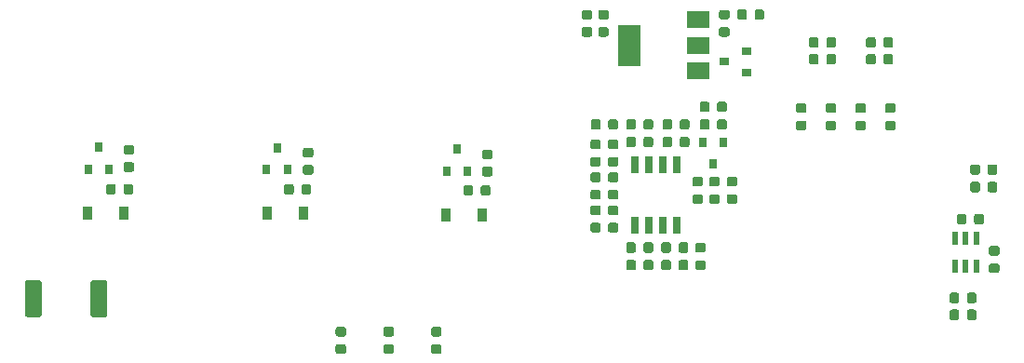
<source format=gbr>
G04 #@! TF.GenerationSoftware,KiCad,Pcbnew,(5.1.5)-3*
G04 #@! TF.CreationDate,2020-10-24T18:19:01+09:00*
G04 #@! TF.ProjectId,wallswitch_schematic_alpha,77616c6c-7377-4697-9463-685f73636865,rev?*
G04 #@! TF.SameCoordinates,Original*
G04 #@! TF.FileFunction,Paste,Bot*
G04 #@! TF.FilePolarity,Positive*
%FSLAX46Y46*%
G04 Gerber Fmt 4.6, Leading zero omitted, Abs format (unit mm)*
G04 Created by KiCad (PCBNEW (5.1.5)-3) date 2020-10-24 18:19:01*
%MOMM*%
%LPD*%
G04 APERTURE LIST*
%ADD10C,0.100000*%
%ADD11R,0.900000X1.200000*%
%ADD12R,0.900000X0.800000*%
%ADD13R,0.650000X1.500000*%
%ADD14R,0.500000X1.250000*%
%ADD15R,0.800000X0.900000*%
%ADD16R,2.000000X3.800000*%
%ADD17R,2.000000X1.500000*%
G04 APERTURE END LIST*
D10*
G36*
X226087691Y-98906053D02*
G01*
X226108926Y-98909203D01*
X226129750Y-98914419D01*
X226149962Y-98921651D01*
X226169368Y-98930830D01*
X226187781Y-98941866D01*
X226205024Y-98954654D01*
X226220930Y-98969070D01*
X226235346Y-98984976D01*
X226248134Y-99002219D01*
X226259170Y-99020632D01*
X226268349Y-99040038D01*
X226275581Y-99060250D01*
X226280797Y-99081074D01*
X226283947Y-99102309D01*
X226285000Y-99123750D01*
X226285000Y-99636250D01*
X226283947Y-99657691D01*
X226280797Y-99678926D01*
X226275581Y-99699750D01*
X226268349Y-99719962D01*
X226259170Y-99739368D01*
X226248134Y-99757781D01*
X226235346Y-99775024D01*
X226220930Y-99790930D01*
X226205024Y-99805346D01*
X226187781Y-99818134D01*
X226169368Y-99829170D01*
X226149962Y-99838349D01*
X226129750Y-99845581D01*
X226108926Y-99850797D01*
X226087691Y-99853947D01*
X226066250Y-99855000D01*
X225628750Y-99855000D01*
X225607309Y-99853947D01*
X225586074Y-99850797D01*
X225565250Y-99845581D01*
X225545038Y-99838349D01*
X225525632Y-99829170D01*
X225507219Y-99818134D01*
X225489976Y-99805346D01*
X225474070Y-99790930D01*
X225459654Y-99775024D01*
X225446866Y-99757781D01*
X225435830Y-99739368D01*
X225426651Y-99719962D01*
X225419419Y-99699750D01*
X225414203Y-99678926D01*
X225411053Y-99657691D01*
X225410000Y-99636250D01*
X225410000Y-99123750D01*
X225411053Y-99102309D01*
X225414203Y-99081074D01*
X225419419Y-99060250D01*
X225426651Y-99040038D01*
X225435830Y-99020632D01*
X225446866Y-99002219D01*
X225459654Y-98984976D01*
X225474070Y-98969070D01*
X225489976Y-98954654D01*
X225507219Y-98941866D01*
X225525632Y-98930830D01*
X225545038Y-98921651D01*
X225565250Y-98914419D01*
X225586074Y-98909203D01*
X225607309Y-98906053D01*
X225628750Y-98905000D01*
X226066250Y-98905000D01*
X226087691Y-98906053D01*
G37*
G36*
X224512691Y-98906053D02*
G01*
X224533926Y-98909203D01*
X224554750Y-98914419D01*
X224574962Y-98921651D01*
X224594368Y-98930830D01*
X224612781Y-98941866D01*
X224630024Y-98954654D01*
X224645930Y-98969070D01*
X224660346Y-98984976D01*
X224673134Y-99002219D01*
X224684170Y-99020632D01*
X224693349Y-99040038D01*
X224700581Y-99060250D01*
X224705797Y-99081074D01*
X224708947Y-99102309D01*
X224710000Y-99123750D01*
X224710000Y-99636250D01*
X224708947Y-99657691D01*
X224705797Y-99678926D01*
X224700581Y-99699750D01*
X224693349Y-99719962D01*
X224684170Y-99739368D01*
X224673134Y-99757781D01*
X224660346Y-99775024D01*
X224645930Y-99790930D01*
X224630024Y-99805346D01*
X224612781Y-99818134D01*
X224594368Y-99829170D01*
X224574962Y-99838349D01*
X224554750Y-99845581D01*
X224533926Y-99850797D01*
X224512691Y-99853947D01*
X224491250Y-99855000D01*
X224053750Y-99855000D01*
X224032309Y-99853947D01*
X224011074Y-99850797D01*
X223990250Y-99845581D01*
X223970038Y-99838349D01*
X223950632Y-99829170D01*
X223932219Y-99818134D01*
X223914976Y-99805346D01*
X223899070Y-99790930D01*
X223884654Y-99775024D01*
X223871866Y-99757781D01*
X223860830Y-99739368D01*
X223851651Y-99719962D01*
X223844419Y-99699750D01*
X223839203Y-99678926D01*
X223836053Y-99657691D01*
X223835000Y-99636250D01*
X223835000Y-99123750D01*
X223836053Y-99102309D01*
X223839203Y-99081074D01*
X223844419Y-99060250D01*
X223851651Y-99040038D01*
X223860830Y-99020632D01*
X223871866Y-99002219D01*
X223884654Y-98984976D01*
X223899070Y-98969070D01*
X223914976Y-98954654D01*
X223932219Y-98941866D01*
X223950632Y-98930830D01*
X223970038Y-98921651D01*
X223990250Y-98914419D01*
X224011074Y-98909203D01*
X224032309Y-98906053D01*
X224053750Y-98905000D01*
X224491250Y-98905000D01*
X224512691Y-98906053D01*
G37*
D11*
X146810000Y-103365600D03*
X143510000Y-103365600D03*
D12*
X203460000Y-88630000D03*
X203460000Y-90530000D03*
X201460000Y-89580000D03*
D13*
X197135000Y-104440000D03*
X195865000Y-104440000D03*
X194595000Y-104440000D03*
X193325000Y-104440000D03*
X193325000Y-98940000D03*
X194595000Y-98940000D03*
X195865000Y-98940000D03*
X197135000Y-98940000D03*
D14*
X224368400Y-108148500D03*
X223418400Y-108148500D03*
X222468400Y-108148500D03*
X222468400Y-105648500D03*
X223418400Y-105648500D03*
X224368400Y-105648500D03*
D15*
X145510000Y-99365600D03*
X143610000Y-99365600D03*
X144560000Y-97365600D03*
X200460000Y-98880000D03*
X201410000Y-96880000D03*
X199510000Y-96880000D03*
D16*
X192810000Y-88080000D03*
D17*
X199110000Y-88080000D03*
X199110000Y-90380000D03*
X199110000Y-85780000D03*
D10*
G36*
X226286891Y-106345053D02*
G01*
X226308126Y-106348203D01*
X226328950Y-106353419D01*
X226349162Y-106360651D01*
X226368568Y-106369830D01*
X226386981Y-106380866D01*
X226404224Y-106393654D01*
X226420130Y-106408070D01*
X226434546Y-106423976D01*
X226447334Y-106441219D01*
X226458370Y-106459632D01*
X226467549Y-106479038D01*
X226474781Y-106499250D01*
X226479997Y-106520074D01*
X226483147Y-106541309D01*
X226484200Y-106562750D01*
X226484200Y-107000250D01*
X226483147Y-107021691D01*
X226479997Y-107042926D01*
X226474781Y-107063750D01*
X226467549Y-107083962D01*
X226458370Y-107103368D01*
X226447334Y-107121781D01*
X226434546Y-107139024D01*
X226420130Y-107154930D01*
X226404224Y-107169346D01*
X226386981Y-107182134D01*
X226368568Y-107193170D01*
X226349162Y-107202349D01*
X226328950Y-107209581D01*
X226308126Y-107214797D01*
X226286891Y-107217947D01*
X226265450Y-107219000D01*
X225752950Y-107219000D01*
X225731509Y-107217947D01*
X225710274Y-107214797D01*
X225689450Y-107209581D01*
X225669238Y-107202349D01*
X225649832Y-107193170D01*
X225631419Y-107182134D01*
X225614176Y-107169346D01*
X225598270Y-107154930D01*
X225583854Y-107139024D01*
X225571066Y-107121781D01*
X225560030Y-107103368D01*
X225550851Y-107083962D01*
X225543619Y-107063750D01*
X225538403Y-107042926D01*
X225535253Y-107021691D01*
X225534200Y-107000250D01*
X225534200Y-106562750D01*
X225535253Y-106541309D01*
X225538403Y-106520074D01*
X225543619Y-106499250D01*
X225550851Y-106479038D01*
X225560030Y-106459632D01*
X225571066Y-106441219D01*
X225583854Y-106423976D01*
X225598270Y-106408070D01*
X225614176Y-106393654D01*
X225631419Y-106380866D01*
X225649832Y-106369830D01*
X225669238Y-106360651D01*
X225689450Y-106353419D01*
X225710274Y-106348203D01*
X225731509Y-106345053D01*
X225752950Y-106344000D01*
X226265450Y-106344000D01*
X226286891Y-106345053D01*
G37*
G36*
X226286891Y-107920053D02*
G01*
X226308126Y-107923203D01*
X226328950Y-107928419D01*
X226349162Y-107935651D01*
X226368568Y-107944830D01*
X226386981Y-107955866D01*
X226404224Y-107968654D01*
X226420130Y-107983070D01*
X226434546Y-107998976D01*
X226447334Y-108016219D01*
X226458370Y-108034632D01*
X226467549Y-108054038D01*
X226474781Y-108074250D01*
X226479997Y-108095074D01*
X226483147Y-108116309D01*
X226484200Y-108137750D01*
X226484200Y-108575250D01*
X226483147Y-108596691D01*
X226479997Y-108617926D01*
X226474781Y-108638750D01*
X226467549Y-108658962D01*
X226458370Y-108678368D01*
X226447334Y-108696781D01*
X226434546Y-108714024D01*
X226420130Y-108729930D01*
X226404224Y-108744346D01*
X226386981Y-108757134D01*
X226368568Y-108768170D01*
X226349162Y-108777349D01*
X226328950Y-108784581D01*
X226308126Y-108789797D01*
X226286891Y-108792947D01*
X226265450Y-108794000D01*
X225752950Y-108794000D01*
X225731509Y-108792947D01*
X225710274Y-108789797D01*
X225689450Y-108784581D01*
X225669238Y-108777349D01*
X225649832Y-108768170D01*
X225631419Y-108757134D01*
X225614176Y-108744346D01*
X225598270Y-108729930D01*
X225583854Y-108714024D01*
X225571066Y-108696781D01*
X225560030Y-108678368D01*
X225550851Y-108658962D01*
X225543619Y-108638750D01*
X225538403Y-108617926D01*
X225535253Y-108596691D01*
X225534200Y-108575250D01*
X225534200Y-108137750D01*
X225535253Y-108116309D01*
X225538403Y-108095074D01*
X225543619Y-108074250D01*
X225550851Y-108054038D01*
X225560030Y-108034632D01*
X225571066Y-108016219D01*
X225583854Y-107998976D01*
X225598270Y-107983070D01*
X225614176Y-107968654D01*
X225631419Y-107955866D01*
X225649832Y-107944830D01*
X225669238Y-107935651D01*
X225689450Y-107928419D01*
X225710274Y-107923203D01*
X225731509Y-107920053D01*
X225752950Y-107919000D01*
X226265450Y-107919000D01*
X226286891Y-107920053D01*
G37*
G36*
X223290191Y-103412053D02*
G01*
X223311426Y-103415203D01*
X223332250Y-103420419D01*
X223352462Y-103427651D01*
X223371868Y-103436830D01*
X223390281Y-103447866D01*
X223407524Y-103460654D01*
X223423430Y-103475070D01*
X223437846Y-103490976D01*
X223450634Y-103508219D01*
X223461670Y-103526632D01*
X223470849Y-103546038D01*
X223478081Y-103566250D01*
X223483297Y-103587074D01*
X223486447Y-103608309D01*
X223487500Y-103629750D01*
X223487500Y-104142250D01*
X223486447Y-104163691D01*
X223483297Y-104184926D01*
X223478081Y-104205750D01*
X223470849Y-104225962D01*
X223461670Y-104245368D01*
X223450634Y-104263781D01*
X223437846Y-104281024D01*
X223423430Y-104296930D01*
X223407524Y-104311346D01*
X223390281Y-104324134D01*
X223371868Y-104335170D01*
X223352462Y-104344349D01*
X223332250Y-104351581D01*
X223311426Y-104356797D01*
X223290191Y-104359947D01*
X223268750Y-104361000D01*
X222831250Y-104361000D01*
X222809809Y-104359947D01*
X222788574Y-104356797D01*
X222767750Y-104351581D01*
X222747538Y-104344349D01*
X222728132Y-104335170D01*
X222709719Y-104324134D01*
X222692476Y-104311346D01*
X222676570Y-104296930D01*
X222662154Y-104281024D01*
X222649366Y-104263781D01*
X222638330Y-104245368D01*
X222629151Y-104225962D01*
X222621919Y-104205750D01*
X222616703Y-104184926D01*
X222613553Y-104163691D01*
X222612500Y-104142250D01*
X222612500Y-103629750D01*
X222613553Y-103608309D01*
X222616703Y-103587074D01*
X222621919Y-103566250D01*
X222629151Y-103546038D01*
X222638330Y-103526632D01*
X222649366Y-103508219D01*
X222662154Y-103490976D01*
X222676570Y-103475070D01*
X222692476Y-103460654D01*
X222709719Y-103447866D01*
X222728132Y-103436830D01*
X222747538Y-103427651D01*
X222767750Y-103420419D01*
X222788574Y-103415203D01*
X222809809Y-103412053D01*
X222831250Y-103411000D01*
X223268750Y-103411000D01*
X223290191Y-103412053D01*
G37*
G36*
X224865191Y-103412053D02*
G01*
X224886426Y-103415203D01*
X224907250Y-103420419D01*
X224927462Y-103427651D01*
X224946868Y-103436830D01*
X224965281Y-103447866D01*
X224982524Y-103460654D01*
X224998430Y-103475070D01*
X225012846Y-103490976D01*
X225025634Y-103508219D01*
X225036670Y-103526632D01*
X225045849Y-103546038D01*
X225053081Y-103566250D01*
X225058297Y-103587074D01*
X225061447Y-103608309D01*
X225062500Y-103629750D01*
X225062500Y-104142250D01*
X225061447Y-104163691D01*
X225058297Y-104184926D01*
X225053081Y-104205750D01*
X225045849Y-104225962D01*
X225036670Y-104245368D01*
X225025634Y-104263781D01*
X225012846Y-104281024D01*
X224998430Y-104296930D01*
X224982524Y-104311346D01*
X224965281Y-104324134D01*
X224946868Y-104335170D01*
X224927462Y-104344349D01*
X224907250Y-104351581D01*
X224886426Y-104356797D01*
X224865191Y-104359947D01*
X224843750Y-104361000D01*
X224406250Y-104361000D01*
X224384809Y-104359947D01*
X224363574Y-104356797D01*
X224342750Y-104351581D01*
X224322538Y-104344349D01*
X224303132Y-104335170D01*
X224284719Y-104324134D01*
X224267476Y-104311346D01*
X224251570Y-104296930D01*
X224237154Y-104281024D01*
X224224366Y-104263781D01*
X224213330Y-104245368D01*
X224204151Y-104225962D01*
X224196919Y-104205750D01*
X224191703Y-104184926D01*
X224188553Y-104163691D01*
X224187500Y-104142250D01*
X224187500Y-103629750D01*
X224188553Y-103608309D01*
X224191703Y-103587074D01*
X224196919Y-103566250D01*
X224204151Y-103546038D01*
X224213330Y-103526632D01*
X224224366Y-103508219D01*
X224237154Y-103490976D01*
X224251570Y-103475070D01*
X224267476Y-103460654D01*
X224284719Y-103447866D01*
X224303132Y-103436830D01*
X224322538Y-103427651D01*
X224342750Y-103420419D01*
X224363574Y-103415203D01*
X224384809Y-103412053D01*
X224406250Y-103411000D01*
X224843750Y-103411000D01*
X224865191Y-103412053D01*
G37*
G36*
X208737691Y-93356053D02*
G01*
X208758926Y-93359203D01*
X208779750Y-93364419D01*
X208799962Y-93371651D01*
X208819368Y-93380830D01*
X208837781Y-93391866D01*
X208855024Y-93404654D01*
X208870930Y-93419070D01*
X208885346Y-93434976D01*
X208898134Y-93452219D01*
X208909170Y-93470632D01*
X208918349Y-93490038D01*
X208925581Y-93510250D01*
X208930797Y-93531074D01*
X208933947Y-93552309D01*
X208935000Y-93573750D01*
X208935000Y-94011250D01*
X208933947Y-94032691D01*
X208930797Y-94053926D01*
X208925581Y-94074750D01*
X208918349Y-94094962D01*
X208909170Y-94114368D01*
X208898134Y-94132781D01*
X208885346Y-94150024D01*
X208870930Y-94165930D01*
X208855024Y-94180346D01*
X208837781Y-94193134D01*
X208819368Y-94204170D01*
X208799962Y-94213349D01*
X208779750Y-94220581D01*
X208758926Y-94225797D01*
X208737691Y-94228947D01*
X208716250Y-94230000D01*
X208203750Y-94230000D01*
X208182309Y-94228947D01*
X208161074Y-94225797D01*
X208140250Y-94220581D01*
X208120038Y-94213349D01*
X208100632Y-94204170D01*
X208082219Y-94193134D01*
X208064976Y-94180346D01*
X208049070Y-94165930D01*
X208034654Y-94150024D01*
X208021866Y-94132781D01*
X208010830Y-94114368D01*
X208001651Y-94094962D01*
X207994419Y-94074750D01*
X207989203Y-94053926D01*
X207986053Y-94032691D01*
X207985000Y-94011250D01*
X207985000Y-93573750D01*
X207986053Y-93552309D01*
X207989203Y-93531074D01*
X207994419Y-93510250D01*
X208001651Y-93490038D01*
X208010830Y-93470632D01*
X208021866Y-93452219D01*
X208034654Y-93434976D01*
X208049070Y-93419070D01*
X208064976Y-93404654D01*
X208082219Y-93391866D01*
X208100632Y-93380830D01*
X208120038Y-93371651D01*
X208140250Y-93364419D01*
X208161074Y-93359203D01*
X208182309Y-93356053D01*
X208203750Y-93355000D01*
X208716250Y-93355000D01*
X208737691Y-93356053D01*
G37*
G36*
X208737691Y-94931053D02*
G01*
X208758926Y-94934203D01*
X208779750Y-94939419D01*
X208799962Y-94946651D01*
X208819368Y-94955830D01*
X208837781Y-94966866D01*
X208855024Y-94979654D01*
X208870930Y-94994070D01*
X208885346Y-95009976D01*
X208898134Y-95027219D01*
X208909170Y-95045632D01*
X208918349Y-95065038D01*
X208925581Y-95085250D01*
X208930797Y-95106074D01*
X208933947Y-95127309D01*
X208935000Y-95148750D01*
X208935000Y-95586250D01*
X208933947Y-95607691D01*
X208930797Y-95628926D01*
X208925581Y-95649750D01*
X208918349Y-95669962D01*
X208909170Y-95689368D01*
X208898134Y-95707781D01*
X208885346Y-95725024D01*
X208870930Y-95740930D01*
X208855024Y-95755346D01*
X208837781Y-95768134D01*
X208819368Y-95779170D01*
X208799962Y-95788349D01*
X208779750Y-95795581D01*
X208758926Y-95800797D01*
X208737691Y-95803947D01*
X208716250Y-95805000D01*
X208203750Y-95805000D01*
X208182309Y-95803947D01*
X208161074Y-95800797D01*
X208140250Y-95795581D01*
X208120038Y-95788349D01*
X208100632Y-95779170D01*
X208082219Y-95768134D01*
X208064976Y-95755346D01*
X208049070Y-95740930D01*
X208034654Y-95725024D01*
X208021866Y-95707781D01*
X208010830Y-95689368D01*
X208001651Y-95669962D01*
X207994419Y-95649750D01*
X207989203Y-95628926D01*
X207986053Y-95607691D01*
X207985000Y-95586250D01*
X207985000Y-95148750D01*
X207986053Y-95127309D01*
X207989203Y-95106074D01*
X207994419Y-95085250D01*
X208001651Y-95065038D01*
X208010830Y-95045632D01*
X208021866Y-95027219D01*
X208034654Y-95009976D01*
X208049070Y-94994070D01*
X208064976Y-94979654D01*
X208082219Y-94966866D01*
X208100632Y-94955830D01*
X208120038Y-94946651D01*
X208140250Y-94939419D01*
X208161074Y-94934203D01*
X208182309Y-94931053D01*
X208203750Y-94930000D01*
X208716250Y-94930000D01*
X208737691Y-94931053D01*
G37*
G36*
X211437691Y-94931053D02*
G01*
X211458926Y-94934203D01*
X211479750Y-94939419D01*
X211499962Y-94946651D01*
X211519368Y-94955830D01*
X211537781Y-94966866D01*
X211555024Y-94979654D01*
X211570930Y-94994070D01*
X211585346Y-95009976D01*
X211598134Y-95027219D01*
X211609170Y-95045632D01*
X211618349Y-95065038D01*
X211625581Y-95085250D01*
X211630797Y-95106074D01*
X211633947Y-95127309D01*
X211635000Y-95148750D01*
X211635000Y-95586250D01*
X211633947Y-95607691D01*
X211630797Y-95628926D01*
X211625581Y-95649750D01*
X211618349Y-95669962D01*
X211609170Y-95689368D01*
X211598134Y-95707781D01*
X211585346Y-95725024D01*
X211570930Y-95740930D01*
X211555024Y-95755346D01*
X211537781Y-95768134D01*
X211519368Y-95779170D01*
X211499962Y-95788349D01*
X211479750Y-95795581D01*
X211458926Y-95800797D01*
X211437691Y-95803947D01*
X211416250Y-95805000D01*
X210903750Y-95805000D01*
X210882309Y-95803947D01*
X210861074Y-95800797D01*
X210840250Y-95795581D01*
X210820038Y-95788349D01*
X210800632Y-95779170D01*
X210782219Y-95768134D01*
X210764976Y-95755346D01*
X210749070Y-95740930D01*
X210734654Y-95725024D01*
X210721866Y-95707781D01*
X210710830Y-95689368D01*
X210701651Y-95669962D01*
X210694419Y-95649750D01*
X210689203Y-95628926D01*
X210686053Y-95607691D01*
X210685000Y-95586250D01*
X210685000Y-95148750D01*
X210686053Y-95127309D01*
X210689203Y-95106074D01*
X210694419Y-95085250D01*
X210701651Y-95065038D01*
X210710830Y-95045632D01*
X210721866Y-95027219D01*
X210734654Y-95009976D01*
X210749070Y-94994070D01*
X210764976Y-94979654D01*
X210782219Y-94966866D01*
X210800632Y-94955830D01*
X210820038Y-94946651D01*
X210840250Y-94939419D01*
X210861074Y-94934203D01*
X210882309Y-94931053D01*
X210903750Y-94930000D01*
X211416250Y-94930000D01*
X211437691Y-94931053D01*
G37*
G36*
X211437691Y-93356053D02*
G01*
X211458926Y-93359203D01*
X211479750Y-93364419D01*
X211499962Y-93371651D01*
X211519368Y-93380830D01*
X211537781Y-93391866D01*
X211555024Y-93404654D01*
X211570930Y-93419070D01*
X211585346Y-93434976D01*
X211598134Y-93452219D01*
X211609170Y-93470632D01*
X211618349Y-93490038D01*
X211625581Y-93510250D01*
X211630797Y-93531074D01*
X211633947Y-93552309D01*
X211635000Y-93573750D01*
X211635000Y-94011250D01*
X211633947Y-94032691D01*
X211630797Y-94053926D01*
X211625581Y-94074750D01*
X211618349Y-94094962D01*
X211609170Y-94114368D01*
X211598134Y-94132781D01*
X211585346Y-94150024D01*
X211570930Y-94165930D01*
X211555024Y-94180346D01*
X211537781Y-94193134D01*
X211519368Y-94204170D01*
X211499962Y-94213349D01*
X211479750Y-94220581D01*
X211458926Y-94225797D01*
X211437691Y-94228947D01*
X211416250Y-94230000D01*
X210903750Y-94230000D01*
X210882309Y-94228947D01*
X210861074Y-94225797D01*
X210840250Y-94220581D01*
X210820038Y-94213349D01*
X210800632Y-94204170D01*
X210782219Y-94193134D01*
X210764976Y-94180346D01*
X210749070Y-94165930D01*
X210734654Y-94150024D01*
X210721866Y-94132781D01*
X210710830Y-94114368D01*
X210701651Y-94094962D01*
X210694419Y-94074750D01*
X210689203Y-94053926D01*
X210686053Y-94032691D01*
X210685000Y-94011250D01*
X210685000Y-93573750D01*
X210686053Y-93552309D01*
X210689203Y-93531074D01*
X210694419Y-93510250D01*
X210701651Y-93490038D01*
X210710830Y-93470632D01*
X210721866Y-93452219D01*
X210734654Y-93434976D01*
X210749070Y-93419070D01*
X210764976Y-93404654D01*
X210782219Y-93391866D01*
X210800632Y-93380830D01*
X210820038Y-93371651D01*
X210840250Y-93364419D01*
X210861074Y-93359203D01*
X210882309Y-93356053D01*
X210903750Y-93355000D01*
X211416250Y-93355000D01*
X211437691Y-93356053D01*
G37*
G36*
X209848691Y-88870553D02*
G01*
X209869926Y-88873703D01*
X209890750Y-88878919D01*
X209910962Y-88886151D01*
X209930368Y-88895330D01*
X209948781Y-88906366D01*
X209966024Y-88919154D01*
X209981930Y-88933570D01*
X209996346Y-88949476D01*
X210009134Y-88966719D01*
X210020170Y-88985132D01*
X210029349Y-89004538D01*
X210036581Y-89024750D01*
X210041797Y-89045574D01*
X210044947Y-89066809D01*
X210046000Y-89088250D01*
X210046000Y-89600750D01*
X210044947Y-89622191D01*
X210041797Y-89643426D01*
X210036581Y-89664250D01*
X210029349Y-89684462D01*
X210020170Y-89703868D01*
X210009134Y-89722281D01*
X209996346Y-89739524D01*
X209981930Y-89755430D01*
X209966024Y-89769846D01*
X209948781Y-89782634D01*
X209930368Y-89793670D01*
X209910962Y-89802849D01*
X209890750Y-89810081D01*
X209869926Y-89815297D01*
X209848691Y-89818447D01*
X209827250Y-89819500D01*
X209389750Y-89819500D01*
X209368309Y-89818447D01*
X209347074Y-89815297D01*
X209326250Y-89810081D01*
X209306038Y-89802849D01*
X209286632Y-89793670D01*
X209268219Y-89782634D01*
X209250976Y-89769846D01*
X209235070Y-89755430D01*
X209220654Y-89739524D01*
X209207866Y-89722281D01*
X209196830Y-89703868D01*
X209187651Y-89684462D01*
X209180419Y-89664250D01*
X209175203Y-89643426D01*
X209172053Y-89622191D01*
X209171000Y-89600750D01*
X209171000Y-89088250D01*
X209172053Y-89066809D01*
X209175203Y-89045574D01*
X209180419Y-89024750D01*
X209187651Y-89004538D01*
X209196830Y-88985132D01*
X209207866Y-88966719D01*
X209220654Y-88949476D01*
X209235070Y-88933570D01*
X209250976Y-88919154D01*
X209268219Y-88906366D01*
X209286632Y-88895330D01*
X209306038Y-88886151D01*
X209326250Y-88878919D01*
X209347074Y-88873703D01*
X209368309Y-88870553D01*
X209389750Y-88869500D01*
X209827250Y-88869500D01*
X209848691Y-88870553D01*
G37*
G36*
X211423691Y-88870553D02*
G01*
X211444926Y-88873703D01*
X211465750Y-88878919D01*
X211485962Y-88886151D01*
X211505368Y-88895330D01*
X211523781Y-88906366D01*
X211541024Y-88919154D01*
X211556930Y-88933570D01*
X211571346Y-88949476D01*
X211584134Y-88966719D01*
X211595170Y-88985132D01*
X211604349Y-89004538D01*
X211611581Y-89024750D01*
X211616797Y-89045574D01*
X211619947Y-89066809D01*
X211621000Y-89088250D01*
X211621000Y-89600750D01*
X211619947Y-89622191D01*
X211616797Y-89643426D01*
X211611581Y-89664250D01*
X211604349Y-89684462D01*
X211595170Y-89703868D01*
X211584134Y-89722281D01*
X211571346Y-89739524D01*
X211556930Y-89755430D01*
X211541024Y-89769846D01*
X211523781Y-89782634D01*
X211505368Y-89793670D01*
X211485962Y-89802849D01*
X211465750Y-89810081D01*
X211444926Y-89815297D01*
X211423691Y-89818447D01*
X211402250Y-89819500D01*
X210964750Y-89819500D01*
X210943309Y-89818447D01*
X210922074Y-89815297D01*
X210901250Y-89810081D01*
X210881038Y-89802849D01*
X210861632Y-89793670D01*
X210843219Y-89782634D01*
X210825976Y-89769846D01*
X210810070Y-89755430D01*
X210795654Y-89739524D01*
X210782866Y-89722281D01*
X210771830Y-89703868D01*
X210762651Y-89684462D01*
X210755419Y-89664250D01*
X210750203Y-89643426D01*
X210747053Y-89622191D01*
X210746000Y-89600750D01*
X210746000Y-89088250D01*
X210747053Y-89066809D01*
X210750203Y-89045574D01*
X210755419Y-89024750D01*
X210762651Y-89004538D01*
X210771830Y-88985132D01*
X210782866Y-88966719D01*
X210795654Y-88949476D01*
X210810070Y-88933570D01*
X210825976Y-88919154D01*
X210843219Y-88906366D01*
X210861632Y-88895330D01*
X210881038Y-88886151D01*
X210901250Y-88878919D01*
X210922074Y-88873703D01*
X210943309Y-88870553D01*
X210964750Y-88869500D01*
X211402250Y-88869500D01*
X211423691Y-88870553D01*
G37*
G36*
X216610191Y-88870553D02*
G01*
X216631426Y-88873703D01*
X216652250Y-88878919D01*
X216672462Y-88886151D01*
X216691868Y-88895330D01*
X216710281Y-88906366D01*
X216727524Y-88919154D01*
X216743430Y-88933570D01*
X216757846Y-88949476D01*
X216770634Y-88966719D01*
X216781670Y-88985132D01*
X216790849Y-89004538D01*
X216798081Y-89024750D01*
X216803297Y-89045574D01*
X216806447Y-89066809D01*
X216807500Y-89088250D01*
X216807500Y-89600750D01*
X216806447Y-89622191D01*
X216803297Y-89643426D01*
X216798081Y-89664250D01*
X216790849Y-89684462D01*
X216781670Y-89703868D01*
X216770634Y-89722281D01*
X216757846Y-89739524D01*
X216743430Y-89755430D01*
X216727524Y-89769846D01*
X216710281Y-89782634D01*
X216691868Y-89793670D01*
X216672462Y-89802849D01*
X216652250Y-89810081D01*
X216631426Y-89815297D01*
X216610191Y-89818447D01*
X216588750Y-89819500D01*
X216151250Y-89819500D01*
X216129809Y-89818447D01*
X216108574Y-89815297D01*
X216087750Y-89810081D01*
X216067538Y-89802849D01*
X216048132Y-89793670D01*
X216029719Y-89782634D01*
X216012476Y-89769846D01*
X215996570Y-89755430D01*
X215982154Y-89739524D01*
X215969366Y-89722281D01*
X215958330Y-89703868D01*
X215949151Y-89684462D01*
X215941919Y-89664250D01*
X215936703Y-89643426D01*
X215933553Y-89622191D01*
X215932500Y-89600750D01*
X215932500Y-89088250D01*
X215933553Y-89066809D01*
X215936703Y-89045574D01*
X215941919Y-89024750D01*
X215949151Y-89004538D01*
X215958330Y-88985132D01*
X215969366Y-88966719D01*
X215982154Y-88949476D01*
X215996570Y-88933570D01*
X216012476Y-88919154D01*
X216029719Y-88906366D01*
X216048132Y-88895330D01*
X216067538Y-88886151D01*
X216087750Y-88878919D01*
X216108574Y-88873703D01*
X216129809Y-88870553D01*
X216151250Y-88869500D01*
X216588750Y-88869500D01*
X216610191Y-88870553D01*
G37*
G36*
X215035191Y-88870553D02*
G01*
X215056426Y-88873703D01*
X215077250Y-88878919D01*
X215097462Y-88886151D01*
X215116868Y-88895330D01*
X215135281Y-88906366D01*
X215152524Y-88919154D01*
X215168430Y-88933570D01*
X215182846Y-88949476D01*
X215195634Y-88966719D01*
X215206670Y-88985132D01*
X215215849Y-89004538D01*
X215223081Y-89024750D01*
X215228297Y-89045574D01*
X215231447Y-89066809D01*
X215232500Y-89088250D01*
X215232500Y-89600750D01*
X215231447Y-89622191D01*
X215228297Y-89643426D01*
X215223081Y-89664250D01*
X215215849Y-89684462D01*
X215206670Y-89703868D01*
X215195634Y-89722281D01*
X215182846Y-89739524D01*
X215168430Y-89755430D01*
X215152524Y-89769846D01*
X215135281Y-89782634D01*
X215116868Y-89793670D01*
X215097462Y-89802849D01*
X215077250Y-89810081D01*
X215056426Y-89815297D01*
X215035191Y-89818447D01*
X215013750Y-89819500D01*
X214576250Y-89819500D01*
X214554809Y-89818447D01*
X214533574Y-89815297D01*
X214512750Y-89810081D01*
X214492538Y-89802849D01*
X214473132Y-89793670D01*
X214454719Y-89782634D01*
X214437476Y-89769846D01*
X214421570Y-89755430D01*
X214407154Y-89739524D01*
X214394366Y-89722281D01*
X214383330Y-89703868D01*
X214374151Y-89684462D01*
X214366919Y-89664250D01*
X214361703Y-89643426D01*
X214358553Y-89622191D01*
X214357500Y-89600750D01*
X214357500Y-89088250D01*
X214358553Y-89066809D01*
X214361703Y-89045574D01*
X214366919Y-89024750D01*
X214374151Y-89004538D01*
X214383330Y-88985132D01*
X214394366Y-88966719D01*
X214407154Y-88949476D01*
X214421570Y-88933570D01*
X214437476Y-88919154D01*
X214454719Y-88906366D01*
X214473132Y-88895330D01*
X214492538Y-88886151D01*
X214512750Y-88878919D01*
X214533574Y-88873703D01*
X214554809Y-88870553D01*
X214576250Y-88869500D01*
X215013750Y-88869500D01*
X215035191Y-88870553D01*
G37*
G36*
X224194691Y-112111553D02*
G01*
X224215926Y-112114703D01*
X224236750Y-112119919D01*
X224256962Y-112127151D01*
X224276368Y-112136330D01*
X224294781Y-112147366D01*
X224312024Y-112160154D01*
X224327930Y-112174570D01*
X224342346Y-112190476D01*
X224355134Y-112207719D01*
X224366170Y-112226132D01*
X224375349Y-112245538D01*
X224382581Y-112265750D01*
X224387797Y-112286574D01*
X224390947Y-112307809D01*
X224392000Y-112329250D01*
X224392000Y-112841750D01*
X224390947Y-112863191D01*
X224387797Y-112884426D01*
X224382581Y-112905250D01*
X224375349Y-112925462D01*
X224366170Y-112944868D01*
X224355134Y-112963281D01*
X224342346Y-112980524D01*
X224327930Y-112996430D01*
X224312024Y-113010846D01*
X224294781Y-113023634D01*
X224276368Y-113034670D01*
X224256962Y-113043849D01*
X224236750Y-113051081D01*
X224215926Y-113056297D01*
X224194691Y-113059447D01*
X224173250Y-113060500D01*
X223735750Y-113060500D01*
X223714309Y-113059447D01*
X223693074Y-113056297D01*
X223672250Y-113051081D01*
X223652038Y-113043849D01*
X223632632Y-113034670D01*
X223614219Y-113023634D01*
X223596976Y-113010846D01*
X223581070Y-112996430D01*
X223566654Y-112980524D01*
X223553866Y-112963281D01*
X223542830Y-112944868D01*
X223533651Y-112925462D01*
X223526419Y-112905250D01*
X223521203Y-112884426D01*
X223518053Y-112863191D01*
X223517000Y-112841750D01*
X223517000Y-112329250D01*
X223518053Y-112307809D01*
X223521203Y-112286574D01*
X223526419Y-112265750D01*
X223533651Y-112245538D01*
X223542830Y-112226132D01*
X223553866Y-112207719D01*
X223566654Y-112190476D01*
X223581070Y-112174570D01*
X223596976Y-112160154D01*
X223614219Y-112147366D01*
X223632632Y-112136330D01*
X223652038Y-112127151D01*
X223672250Y-112119919D01*
X223693074Y-112114703D01*
X223714309Y-112111553D01*
X223735750Y-112110500D01*
X224173250Y-112110500D01*
X224194691Y-112111553D01*
G37*
G36*
X222619691Y-112111553D02*
G01*
X222640926Y-112114703D01*
X222661750Y-112119919D01*
X222681962Y-112127151D01*
X222701368Y-112136330D01*
X222719781Y-112147366D01*
X222737024Y-112160154D01*
X222752930Y-112174570D01*
X222767346Y-112190476D01*
X222780134Y-112207719D01*
X222791170Y-112226132D01*
X222800349Y-112245538D01*
X222807581Y-112265750D01*
X222812797Y-112286574D01*
X222815947Y-112307809D01*
X222817000Y-112329250D01*
X222817000Y-112841750D01*
X222815947Y-112863191D01*
X222812797Y-112884426D01*
X222807581Y-112905250D01*
X222800349Y-112925462D01*
X222791170Y-112944868D01*
X222780134Y-112963281D01*
X222767346Y-112980524D01*
X222752930Y-112996430D01*
X222737024Y-113010846D01*
X222719781Y-113023634D01*
X222701368Y-113034670D01*
X222681962Y-113043849D01*
X222661750Y-113051081D01*
X222640926Y-113056297D01*
X222619691Y-113059447D01*
X222598250Y-113060500D01*
X222160750Y-113060500D01*
X222139309Y-113059447D01*
X222118074Y-113056297D01*
X222097250Y-113051081D01*
X222077038Y-113043849D01*
X222057632Y-113034670D01*
X222039219Y-113023634D01*
X222021976Y-113010846D01*
X222006070Y-112996430D01*
X221991654Y-112980524D01*
X221978866Y-112963281D01*
X221967830Y-112944868D01*
X221958651Y-112925462D01*
X221951419Y-112905250D01*
X221946203Y-112884426D01*
X221943053Y-112863191D01*
X221942000Y-112841750D01*
X221942000Y-112329250D01*
X221943053Y-112307809D01*
X221946203Y-112286574D01*
X221951419Y-112265750D01*
X221958651Y-112245538D01*
X221967830Y-112226132D01*
X221978866Y-112207719D01*
X221991654Y-112190476D01*
X222006070Y-112174570D01*
X222021976Y-112160154D01*
X222039219Y-112147366D01*
X222057632Y-112136330D01*
X222077038Y-112127151D01*
X222097250Y-112119919D01*
X222118074Y-112114703D01*
X222139309Y-112111553D01*
X222160750Y-112110500D01*
X222598250Y-112110500D01*
X222619691Y-112111553D01*
G37*
G36*
X166857191Y-113694553D02*
G01*
X166878426Y-113697703D01*
X166899250Y-113702919D01*
X166919462Y-113710151D01*
X166938868Y-113719330D01*
X166957281Y-113730366D01*
X166974524Y-113743154D01*
X166990430Y-113757570D01*
X167004846Y-113773476D01*
X167017634Y-113790719D01*
X167028670Y-113809132D01*
X167037849Y-113828538D01*
X167045081Y-113848750D01*
X167050297Y-113869574D01*
X167053447Y-113890809D01*
X167054500Y-113912250D01*
X167054500Y-114349750D01*
X167053447Y-114371191D01*
X167050297Y-114392426D01*
X167045081Y-114413250D01*
X167037849Y-114433462D01*
X167028670Y-114452868D01*
X167017634Y-114471281D01*
X167004846Y-114488524D01*
X166990430Y-114504430D01*
X166974524Y-114518846D01*
X166957281Y-114531634D01*
X166938868Y-114542670D01*
X166919462Y-114551849D01*
X166899250Y-114559081D01*
X166878426Y-114564297D01*
X166857191Y-114567447D01*
X166835750Y-114568500D01*
X166323250Y-114568500D01*
X166301809Y-114567447D01*
X166280574Y-114564297D01*
X166259750Y-114559081D01*
X166239538Y-114551849D01*
X166220132Y-114542670D01*
X166201719Y-114531634D01*
X166184476Y-114518846D01*
X166168570Y-114504430D01*
X166154154Y-114488524D01*
X166141366Y-114471281D01*
X166130330Y-114452868D01*
X166121151Y-114433462D01*
X166113919Y-114413250D01*
X166108703Y-114392426D01*
X166105553Y-114371191D01*
X166104500Y-114349750D01*
X166104500Y-113912250D01*
X166105553Y-113890809D01*
X166108703Y-113869574D01*
X166113919Y-113848750D01*
X166121151Y-113828538D01*
X166130330Y-113809132D01*
X166141366Y-113790719D01*
X166154154Y-113773476D01*
X166168570Y-113757570D01*
X166184476Y-113743154D01*
X166201719Y-113730366D01*
X166220132Y-113719330D01*
X166239538Y-113710151D01*
X166259750Y-113702919D01*
X166280574Y-113697703D01*
X166301809Y-113694553D01*
X166323250Y-113693500D01*
X166835750Y-113693500D01*
X166857191Y-113694553D01*
G37*
G36*
X166857191Y-115269553D02*
G01*
X166878426Y-115272703D01*
X166899250Y-115277919D01*
X166919462Y-115285151D01*
X166938868Y-115294330D01*
X166957281Y-115305366D01*
X166974524Y-115318154D01*
X166990430Y-115332570D01*
X167004846Y-115348476D01*
X167017634Y-115365719D01*
X167028670Y-115384132D01*
X167037849Y-115403538D01*
X167045081Y-115423750D01*
X167050297Y-115444574D01*
X167053447Y-115465809D01*
X167054500Y-115487250D01*
X167054500Y-115924750D01*
X167053447Y-115946191D01*
X167050297Y-115967426D01*
X167045081Y-115988250D01*
X167037849Y-116008462D01*
X167028670Y-116027868D01*
X167017634Y-116046281D01*
X167004846Y-116063524D01*
X166990430Y-116079430D01*
X166974524Y-116093846D01*
X166957281Y-116106634D01*
X166938868Y-116117670D01*
X166919462Y-116126849D01*
X166899250Y-116134081D01*
X166878426Y-116139297D01*
X166857191Y-116142447D01*
X166835750Y-116143500D01*
X166323250Y-116143500D01*
X166301809Y-116142447D01*
X166280574Y-116139297D01*
X166259750Y-116134081D01*
X166239538Y-116126849D01*
X166220132Y-116117670D01*
X166201719Y-116106634D01*
X166184476Y-116093846D01*
X166168570Y-116079430D01*
X166154154Y-116063524D01*
X166141366Y-116046281D01*
X166130330Y-116027868D01*
X166121151Y-116008462D01*
X166113919Y-115988250D01*
X166108703Y-115967426D01*
X166105553Y-115946191D01*
X166104500Y-115924750D01*
X166104500Y-115487250D01*
X166105553Y-115465809D01*
X166108703Y-115444574D01*
X166113919Y-115423750D01*
X166121151Y-115403538D01*
X166130330Y-115384132D01*
X166141366Y-115365719D01*
X166154154Y-115348476D01*
X166168570Y-115332570D01*
X166184476Y-115318154D01*
X166201719Y-115305366D01*
X166220132Y-115294330D01*
X166239538Y-115285151D01*
X166259750Y-115277919D01*
X166280574Y-115272703D01*
X166301809Y-115269553D01*
X166323250Y-115268500D01*
X166835750Y-115268500D01*
X166857191Y-115269553D01*
G37*
G36*
X147487691Y-100691653D02*
G01*
X147508926Y-100694803D01*
X147529750Y-100700019D01*
X147549962Y-100707251D01*
X147569368Y-100716430D01*
X147587781Y-100727466D01*
X147605024Y-100740254D01*
X147620930Y-100754670D01*
X147635346Y-100770576D01*
X147648134Y-100787819D01*
X147659170Y-100806232D01*
X147668349Y-100825638D01*
X147675581Y-100845850D01*
X147680797Y-100866674D01*
X147683947Y-100887909D01*
X147685000Y-100909350D01*
X147685000Y-101421850D01*
X147683947Y-101443291D01*
X147680797Y-101464526D01*
X147675581Y-101485350D01*
X147668349Y-101505562D01*
X147659170Y-101524968D01*
X147648134Y-101543381D01*
X147635346Y-101560624D01*
X147620930Y-101576530D01*
X147605024Y-101590946D01*
X147587781Y-101603734D01*
X147569368Y-101614770D01*
X147549962Y-101623949D01*
X147529750Y-101631181D01*
X147508926Y-101636397D01*
X147487691Y-101639547D01*
X147466250Y-101640600D01*
X147028750Y-101640600D01*
X147007309Y-101639547D01*
X146986074Y-101636397D01*
X146965250Y-101631181D01*
X146945038Y-101623949D01*
X146925632Y-101614770D01*
X146907219Y-101603734D01*
X146889976Y-101590946D01*
X146874070Y-101576530D01*
X146859654Y-101560624D01*
X146846866Y-101543381D01*
X146835830Y-101524968D01*
X146826651Y-101505562D01*
X146819419Y-101485350D01*
X146814203Y-101464526D01*
X146811053Y-101443291D01*
X146810000Y-101421850D01*
X146810000Y-100909350D01*
X146811053Y-100887909D01*
X146814203Y-100866674D01*
X146819419Y-100845850D01*
X146826651Y-100825638D01*
X146835830Y-100806232D01*
X146846866Y-100787819D01*
X146859654Y-100770576D01*
X146874070Y-100754670D01*
X146889976Y-100740254D01*
X146907219Y-100727466D01*
X146925632Y-100716430D01*
X146945038Y-100707251D01*
X146965250Y-100700019D01*
X146986074Y-100694803D01*
X147007309Y-100691653D01*
X147028750Y-100690600D01*
X147466250Y-100690600D01*
X147487691Y-100691653D01*
G37*
G36*
X145912691Y-100691653D02*
G01*
X145933926Y-100694803D01*
X145954750Y-100700019D01*
X145974962Y-100707251D01*
X145994368Y-100716430D01*
X146012781Y-100727466D01*
X146030024Y-100740254D01*
X146045930Y-100754670D01*
X146060346Y-100770576D01*
X146073134Y-100787819D01*
X146084170Y-100806232D01*
X146093349Y-100825638D01*
X146100581Y-100845850D01*
X146105797Y-100866674D01*
X146108947Y-100887909D01*
X146110000Y-100909350D01*
X146110000Y-101421850D01*
X146108947Y-101443291D01*
X146105797Y-101464526D01*
X146100581Y-101485350D01*
X146093349Y-101505562D01*
X146084170Y-101524968D01*
X146073134Y-101543381D01*
X146060346Y-101560624D01*
X146045930Y-101576530D01*
X146030024Y-101590946D01*
X146012781Y-101603734D01*
X145994368Y-101614770D01*
X145974962Y-101623949D01*
X145954750Y-101631181D01*
X145933926Y-101636397D01*
X145912691Y-101639547D01*
X145891250Y-101640600D01*
X145453750Y-101640600D01*
X145432309Y-101639547D01*
X145411074Y-101636397D01*
X145390250Y-101631181D01*
X145370038Y-101623949D01*
X145350632Y-101614770D01*
X145332219Y-101603734D01*
X145314976Y-101590946D01*
X145299070Y-101576530D01*
X145284654Y-101560624D01*
X145271866Y-101543381D01*
X145260830Y-101524968D01*
X145251651Y-101505562D01*
X145244419Y-101485350D01*
X145239203Y-101464526D01*
X145236053Y-101443291D01*
X145235000Y-101421850D01*
X145235000Y-100909350D01*
X145236053Y-100887909D01*
X145239203Y-100866674D01*
X145244419Y-100845850D01*
X145251651Y-100825638D01*
X145260830Y-100806232D01*
X145271866Y-100787819D01*
X145284654Y-100770576D01*
X145299070Y-100754670D01*
X145314976Y-100740254D01*
X145332219Y-100727466D01*
X145350632Y-100716430D01*
X145370038Y-100707251D01*
X145390250Y-100700019D01*
X145411074Y-100694803D01*
X145432309Y-100691653D01*
X145453750Y-100690600D01*
X145891250Y-100690600D01*
X145912691Y-100691653D01*
G37*
G36*
X147587691Y-97141653D02*
G01*
X147608926Y-97144803D01*
X147629750Y-97150019D01*
X147649962Y-97157251D01*
X147669368Y-97166430D01*
X147687781Y-97177466D01*
X147705024Y-97190254D01*
X147720930Y-97204670D01*
X147735346Y-97220576D01*
X147748134Y-97237819D01*
X147759170Y-97256232D01*
X147768349Y-97275638D01*
X147775581Y-97295850D01*
X147780797Y-97316674D01*
X147783947Y-97337909D01*
X147785000Y-97359350D01*
X147785000Y-97796850D01*
X147783947Y-97818291D01*
X147780797Y-97839526D01*
X147775581Y-97860350D01*
X147768349Y-97880562D01*
X147759170Y-97899968D01*
X147748134Y-97918381D01*
X147735346Y-97935624D01*
X147720930Y-97951530D01*
X147705024Y-97965946D01*
X147687781Y-97978734D01*
X147669368Y-97989770D01*
X147649962Y-97998949D01*
X147629750Y-98006181D01*
X147608926Y-98011397D01*
X147587691Y-98014547D01*
X147566250Y-98015600D01*
X147053750Y-98015600D01*
X147032309Y-98014547D01*
X147011074Y-98011397D01*
X146990250Y-98006181D01*
X146970038Y-97998949D01*
X146950632Y-97989770D01*
X146932219Y-97978734D01*
X146914976Y-97965946D01*
X146899070Y-97951530D01*
X146884654Y-97935624D01*
X146871866Y-97918381D01*
X146860830Y-97899968D01*
X146851651Y-97880562D01*
X146844419Y-97860350D01*
X146839203Y-97839526D01*
X146836053Y-97818291D01*
X146835000Y-97796850D01*
X146835000Y-97359350D01*
X146836053Y-97337909D01*
X146839203Y-97316674D01*
X146844419Y-97295850D01*
X146851651Y-97275638D01*
X146860830Y-97256232D01*
X146871866Y-97237819D01*
X146884654Y-97220576D01*
X146899070Y-97204670D01*
X146914976Y-97190254D01*
X146932219Y-97177466D01*
X146950632Y-97166430D01*
X146970038Y-97157251D01*
X146990250Y-97150019D01*
X147011074Y-97144803D01*
X147032309Y-97141653D01*
X147053750Y-97140600D01*
X147566250Y-97140600D01*
X147587691Y-97141653D01*
G37*
G36*
X147587691Y-98716653D02*
G01*
X147608926Y-98719803D01*
X147629750Y-98725019D01*
X147649962Y-98732251D01*
X147669368Y-98741430D01*
X147687781Y-98752466D01*
X147705024Y-98765254D01*
X147720930Y-98779670D01*
X147735346Y-98795576D01*
X147748134Y-98812819D01*
X147759170Y-98831232D01*
X147768349Y-98850638D01*
X147775581Y-98870850D01*
X147780797Y-98891674D01*
X147783947Y-98912909D01*
X147785000Y-98934350D01*
X147785000Y-99371850D01*
X147783947Y-99393291D01*
X147780797Y-99414526D01*
X147775581Y-99435350D01*
X147768349Y-99455562D01*
X147759170Y-99474968D01*
X147748134Y-99493381D01*
X147735346Y-99510624D01*
X147720930Y-99526530D01*
X147705024Y-99540946D01*
X147687781Y-99553734D01*
X147669368Y-99564770D01*
X147649962Y-99573949D01*
X147629750Y-99581181D01*
X147608926Y-99586397D01*
X147587691Y-99589547D01*
X147566250Y-99590600D01*
X147053750Y-99590600D01*
X147032309Y-99589547D01*
X147011074Y-99586397D01*
X146990250Y-99581181D01*
X146970038Y-99573949D01*
X146950632Y-99564770D01*
X146932219Y-99553734D01*
X146914976Y-99540946D01*
X146899070Y-99526530D01*
X146884654Y-99510624D01*
X146871866Y-99493381D01*
X146860830Y-99474968D01*
X146851651Y-99455562D01*
X146844419Y-99435350D01*
X146839203Y-99414526D01*
X146836053Y-99393291D01*
X146835000Y-99371850D01*
X146835000Y-98934350D01*
X146836053Y-98912909D01*
X146839203Y-98891674D01*
X146844419Y-98870850D01*
X146851651Y-98850638D01*
X146860830Y-98831232D01*
X146871866Y-98812819D01*
X146884654Y-98795576D01*
X146899070Y-98779670D01*
X146914976Y-98765254D01*
X146932219Y-98752466D01*
X146950632Y-98741430D01*
X146970038Y-98732251D01*
X146990250Y-98725019D01*
X147011074Y-98719803D01*
X147032309Y-98716653D01*
X147053750Y-98715600D01*
X147566250Y-98715600D01*
X147587691Y-98716653D01*
G37*
G36*
X190012691Y-94806053D02*
G01*
X190033926Y-94809203D01*
X190054750Y-94814419D01*
X190074962Y-94821651D01*
X190094368Y-94830830D01*
X190112781Y-94841866D01*
X190130024Y-94854654D01*
X190145930Y-94869070D01*
X190160346Y-94884976D01*
X190173134Y-94902219D01*
X190184170Y-94920632D01*
X190193349Y-94940038D01*
X190200581Y-94960250D01*
X190205797Y-94981074D01*
X190208947Y-95002309D01*
X190210000Y-95023750D01*
X190210000Y-95536250D01*
X190208947Y-95557691D01*
X190205797Y-95578926D01*
X190200581Y-95599750D01*
X190193349Y-95619962D01*
X190184170Y-95639368D01*
X190173134Y-95657781D01*
X190160346Y-95675024D01*
X190145930Y-95690930D01*
X190130024Y-95705346D01*
X190112781Y-95718134D01*
X190094368Y-95729170D01*
X190074962Y-95738349D01*
X190054750Y-95745581D01*
X190033926Y-95750797D01*
X190012691Y-95753947D01*
X189991250Y-95755000D01*
X189553750Y-95755000D01*
X189532309Y-95753947D01*
X189511074Y-95750797D01*
X189490250Y-95745581D01*
X189470038Y-95738349D01*
X189450632Y-95729170D01*
X189432219Y-95718134D01*
X189414976Y-95705346D01*
X189399070Y-95690930D01*
X189384654Y-95675024D01*
X189371866Y-95657781D01*
X189360830Y-95639368D01*
X189351651Y-95619962D01*
X189344419Y-95599750D01*
X189339203Y-95578926D01*
X189336053Y-95557691D01*
X189335000Y-95536250D01*
X189335000Y-95023750D01*
X189336053Y-95002309D01*
X189339203Y-94981074D01*
X189344419Y-94960250D01*
X189351651Y-94940038D01*
X189360830Y-94920632D01*
X189371866Y-94902219D01*
X189384654Y-94884976D01*
X189399070Y-94869070D01*
X189414976Y-94854654D01*
X189432219Y-94841866D01*
X189450632Y-94830830D01*
X189470038Y-94821651D01*
X189490250Y-94814419D01*
X189511074Y-94809203D01*
X189532309Y-94806053D01*
X189553750Y-94805000D01*
X189991250Y-94805000D01*
X190012691Y-94806053D01*
G37*
G36*
X191587691Y-94806053D02*
G01*
X191608926Y-94809203D01*
X191629750Y-94814419D01*
X191649962Y-94821651D01*
X191669368Y-94830830D01*
X191687781Y-94841866D01*
X191705024Y-94854654D01*
X191720930Y-94869070D01*
X191735346Y-94884976D01*
X191748134Y-94902219D01*
X191759170Y-94920632D01*
X191768349Y-94940038D01*
X191775581Y-94960250D01*
X191780797Y-94981074D01*
X191783947Y-95002309D01*
X191785000Y-95023750D01*
X191785000Y-95536250D01*
X191783947Y-95557691D01*
X191780797Y-95578926D01*
X191775581Y-95599750D01*
X191768349Y-95619962D01*
X191759170Y-95639368D01*
X191748134Y-95657781D01*
X191735346Y-95675024D01*
X191720930Y-95690930D01*
X191705024Y-95705346D01*
X191687781Y-95718134D01*
X191669368Y-95729170D01*
X191649962Y-95738349D01*
X191629750Y-95745581D01*
X191608926Y-95750797D01*
X191587691Y-95753947D01*
X191566250Y-95755000D01*
X191128750Y-95755000D01*
X191107309Y-95753947D01*
X191086074Y-95750797D01*
X191065250Y-95745581D01*
X191045038Y-95738349D01*
X191025632Y-95729170D01*
X191007219Y-95718134D01*
X190989976Y-95705346D01*
X190974070Y-95690930D01*
X190959654Y-95675024D01*
X190946866Y-95657781D01*
X190935830Y-95639368D01*
X190926651Y-95619962D01*
X190919419Y-95599750D01*
X190914203Y-95578926D01*
X190911053Y-95557691D01*
X190910000Y-95536250D01*
X190910000Y-95023750D01*
X190911053Y-95002309D01*
X190914203Y-94981074D01*
X190919419Y-94960250D01*
X190926651Y-94940038D01*
X190935830Y-94920632D01*
X190946866Y-94902219D01*
X190959654Y-94884976D01*
X190974070Y-94869070D01*
X190989976Y-94854654D01*
X191007219Y-94841866D01*
X191025632Y-94830830D01*
X191045038Y-94821651D01*
X191065250Y-94814419D01*
X191086074Y-94809203D01*
X191107309Y-94806053D01*
X191128750Y-94805000D01*
X191566250Y-94805000D01*
X191587691Y-94806053D01*
G37*
G36*
X190037691Y-96656053D02*
G01*
X190058926Y-96659203D01*
X190079750Y-96664419D01*
X190099962Y-96671651D01*
X190119368Y-96680830D01*
X190137781Y-96691866D01*
X190155024Y-96704654D01*
X190170930Y-96719070D01*
X190185346Y-96734976D01*
X190198134Y-96752219D01*
X190209170Y-96770632D01*
X190218349Y-96790038D01*
X190225581Y-96810250D01*
X190230797Y-96831074D01*
X190233947Y-96852309D01*
X190235000Y-96873750D01*
X190235000Y-97311250D01*
X190233947Y-97332691D01*
X190230797Y-97353926D01*
X190225581Y-97374750D01*
X190218349Y-97394962D01*
X190209170Y-97414368D01*
X190198134Y-97432781D01*
X190185346Y-97450024D01*
X190170930Y-97465930D01*
X190155024Y-97480346D01*
X190137781Y-97493134D01*
X190119368Y-97504170D01*
X190099962Y-97513349D01*
X190079750Y-97520581D01*
X190058926Y-97525797D01*
X190037691Y-97528947D01*
X190016250Y-97530000D01*
X189503750Y-97530000D01*
X189482309Y-97528947D01*
X189461074Y-97525797D01*
X189440250Y-97520581D01*
X189420038Y-97513349D01*
X189400632Y-97504170D01*
X189382219Y-97493134D01*
X189364976Y-97480346D01*
X189349070Y-97465930D01*
X189334654Y-97450024D01*
X189321866Y-97432781D01*
X189310830Y-97414368D01*
X189301651Y-97394962D01*
X189294419Y-97374750D01*
X189289203Y-97353926D01*
X189286053Y-97332691D01*
X189285000Y-97311250D01*
X189285000Y-96873750D01*
X189286053Y-96852309D01*
X189289203Y-96831074D01*
X189294419Y-96810250D01*
X189301651Y-96790038D01*
X189310830Y-96770632D01*
X189321866Y-96752219D01*
X189334654Y-96734976D01*
X189349070Y-96719070D01*
X189364976Y-96704654D01*
X189382219Y-96691866D01*
X189400632Y-96680830D01*
X189420038Y-96671651D01*
X189440250Y-96664419D01*
X189461074Y-96659203D01*
X189482309Y-96656053D01*
X189503750Y-96655000D01*
X190016250Y-96655000D01*
X190037691Y-96656053D01*
G37*
G36*
X190037691Y-98231053D02*
G01*
X190058926Y-98234203D01*
X190079750Y-98239419D01*
X190099962Y-98246651D01*
X190119368Y-98255830D01*
X190137781Y-98266866D01*
X190155024Y-98279654D01*
X190170930Y-98294070D01*
X190185346Y-98309976D01*
X190198134Y-98327219D01*
X190209170Y-98345632D01*
X190218349Y-98365038D01*
X190225581Y-98385250D01*
X190230797Y-98406074D01*
X190233947Y-98427309D01*
X190235000Y-98448750D01*
X190235000Y-98886250D01*
X190233947Y-98907691D01*
X190230797Y-98928926D01*
X190225581Y-98949750D01*
X190218349Y-98969962D01*
X190209170Y-98989368D01*
X190198134Y-99007781D01*
X190185346Y-99025024D01*
X190170930Y-99040930D01*
X190155024Y-99055346D01*
X190137781Y-99068134D01*
X190119368Y-99079170D01*
X190099962Y-99088349D01*
X190079750Y-99095581D01*
X190058926Y-99100797D01*
X190037691Y-99103947D01*
X190016250Y-99105000D01*
X189503750Y-99105000D01*
X189482309Y-99103947D01*
X189461074Y-99100797D01*
X189440250Y-99095581D01*
X189420038Y-99088349D01*
X189400632Y-99079170D01*
X189382219Y-99068134D01*
X189364976Y-99055346D01*
X189349070Y-99040930D01*
X189334654Y-99025024D01*
X189321866Y-99007781D01*
X189310830Y-98989368D01*
X189301651Y-98969962D01*
X189294419Y-98949750D01*
X189289203Y-98928926D01*
X189286053Y-98907691D01*
X189285000Y-98886250D01*
X189285000Y-98448750D01*
X189286053Y-98427309D01*
X189289203Y-98406074D01*
X189294419Y-98385250D01*
X189301651Y-98365038D01*
X189310830Y-98345632D01*
X189321866Y-98327219D01*
X189334654Y-98309976D01*
X189349070Y-98294070D01*
X189364976Y-98279654D01*
X189382219Y-98266866D01*
X189400632Y-98255830D01*
X189420038Y-98246651D01*
X189440250Y-98239419D01*
X189461074Y-98234203D01*
X189482309Y-98231053D01*
X189503750Y-98230000D01*
X190016250Y-98230000D01*
X190037691Y-98231053D01*
G37*
G36*
X191637691Y-98231053D02*
G01*
X191658926Y-98234203D01*
X191679750Y-98239419D01*
X191699962Y-98246651D01*
X191719368Y-98255830D01*
X191737781Y-98266866D01*
X191755024Y-98279654D01*
X191770930Y-98294070D01*
X191785346Y-98309976D01*
X191798134Y-98327219D01*
X191809170Y-98345632D01*
X191818349Y-98365038D01*
X191825581Y-98385250D01*
X191830797Y-98406074D01*
X191833947Y-98427309D01*
X191835000Y-98448750D01*
X191835000Y-98886250D01*
X191833947Y-98907691D01*
X191830797Y-98928926D01*
X191825581Y-98949750D01*
X191818349Y-98969962D01*
X191809170Y-98989368D01*
X191798134Y-99007781D01*
X191785346Y-99025024D01*
X191770930Y-99040930D01*
X191755024Y-99055346D01*
X191737781Y-99068134D01*
X191719368Y-99079170D01*
X191699962Y-99088349D01*
X191679750Y-99095581D01*
X191658926Y-99100797D01*
X191637691Y-99103947D01*
X191616250Y-99105000D01*
X191103750Y-99105000D01*
X191082309Y-99103947D01*
X191061074Y-99100797D01*
X191040250Y-99095581D01*
X191020038Y-99088349D01*
X191000632Y-99079170D01*
X190982219Y-99068134D01*
X190964976Y-99055346D01*
X190949070Y-99040930D01*
X190934654Y-99025024D01*
X190921866Y-99007781D01*
X190910830Y-98989368D01*
X190901651Y-98969962D01*
X190894419Y-98949750D01*
X190889203Y-98928926D01*
X190886053Y-98907691D01*
X190885000Y-98886250D01*
X190885000Y-98448750D01*
X190886053Y-98427309D01*
X190889203Y-98406074D01*
X190894419Y-98385250D01*
X190901651Y-98365038D01*
X190910830Y-98345632D01*
X190921866Y-98327219D01*
X190934654Y-98309976D01*
X190949070Y-98294070D01*
X190964976Y-98279654D01*
X190982219Y-98266866D01*
X191000632Y-98255830D01*
X191020038Y-98246651D01*
X191040250Y-98239419D01*
X191061074Y-98234203D01*
X191082309Y-98231053D01*
X191103750Y-98230000D01*
X191616250Y-98230000D01*
X191637691Y-98231053D01*
G37*
G36*
X191637691Y-96656053D02*
G01*
X191658926Y-96659203D01*
X191679750Y-96664419D01*
X191699962Y-96671651D01*
X191719368Y-96680830D01*
X191737781Y-96691866D01*
X191755024Y-96704654D01*
X191770930Y-96719070D01*
X191785346Y-96734976D01*
X191798134Y-96752219D01*
X191809170Y-96770632D01*
X191818349Y-96790038D01*
X191825581Y-96810250D01*
X191830797Y-96831074D01*
X191833947Y-96852309D01*
X191835000Y-96873750D01*
X191835000Y-97311250D01*
X191833947Y-97332691D01*
X191830797Y-97353926D01*
X191825581Y-97374750D01*
X191818349Y-97394962D01*
X191809170Y-97414368D01*
X191798134Y-97432781D01*
X191785346Y-97450024D01*
X191770930Y-97465930D01*
X191755024Y-97480346D01*
X191737781Y-97493134D01*
X191719368Y-97504170D01*
X191699962Y-97513349D01*
X191679750Y-97520581D01*
X191658926Y-97525797D01*
X191637691Y-97528947D01*
X191616250Y-97530000D01*
X191103750Y-97530000D01*
X191082309Y-97528947D01*
X191061074Y-97525797D01*
X191040250Y-97520581D01*
X191020038Y-97513349D01*
X191000632Y-97504170D01*
X190982219Y-97493134D01*
X190964976Y-97480346D01*
X190949070Y-97465930D01*
X190934654Y-97450024D01*
X190921866Y-97432781D01*
X190910830Y-97414368D01*
X190901651Y-97394962D01*
X190894419Y-97374750D01*
X190889203Y-97353926D01*
X190886053Y-97332691D01*
X190885000Y-97311250D01*
X190885000Y-96873750D01*
X190886053Y-96852309D01*
X190889203Y-96831074D01*
X190894419Y-96810250D01*
X190901651Y-96790038D01*
X190910830Y-96770632D01*
X190921866Y-96752219D01*
X190934654Y-96734976D01*
X190949070Y-96719070D01*
X190964976Y-96704654D01*
X190982219Y-96691866D01*
X191000632Y-96680830D01*
X191020038Y-96671651D01*
X191040250Y-96664419D01*
X191061074Y-96659203D01*
X191082309Y-96656053D01*
X191103750Y-96655000D01*
X191616250Y-96655000D01*
X191637691Y-96656053D01*
G37*
G36*
X190037691Y-101231053D02*
G01*
X190058926Y-101234203D01*
X190079750Y-101239419D01*
X190099962Y-101246651D01*
X190119368Y-101255830D01*
X190137781Y-101266866D01*
X190155024Y-101279654D01*
X190170930Y-101294070D01*
X190185346Y-101309976D01*
X190198134Y-101327219D01*
X190209170Y-101345632D01*
X190218349Y-101365038D01*
X190225581Y-101385250D01*
X190230797Y-101406074D01*
X190233947Y-101427309D01*
X190235000Y-101448750D01*
X190235000Y-101886250D01*
X190233947Y-101907691D01*
X190230797Y-101928926D01*
X190225581Y-101949750D01*
X190218349Y-101969962D01*
X190209170Y-101989368D01*
X190198134Y-102007781D01*
X190185346Y-102025024D01*
X190170930Y-102040930D01*
X190155024Y-102055346D01*
X190137781Y-102068134D01*
X190119368Y-102079170D01*
X190099962Y-102088349D01*
X190079750Y-102095581D01*
X190058926Y-102100797D01*
X190037691Y-102103947D01*
X190016250Y-102105000D01*
X189503750Y-102105000D01*
X189482309Y-102103947D01*
X189461074Y-102100797D01*
X189440250Y-102095581D01*
X189420038Y-102088349D01*
X189400632Y-102079170D01*
X189382219Y-102068134D01*
X189364976Y-102055346D01*
X189349070Y-102040930D01*
X189334654Y-102025024D01*
X189321866Y-102007781D01*
X189310830Y-101989368D01*
X189301651Y-101969962D01*
X189294419Y-101949750D01*
X189289203Y-101928926D01*
X189286053Y-101907691D01*
X189285000Y-101886250D01*
X189285000Y-101448750D01*
X189286053Y-101427309D01*
X189289203Y-101406074D01*
X189294419Y-101385250D01*
X189301651Y-101365038D01*
X189310830Y-101345632D01*
X189321866Y-101327219D01*
X189334654Y-101309976D01*
X189349070Y-101294070D01*
X189364976Y-101279654D01*
X189382219Y-101266866D01*
X189400632Y-101255830D01*
X189420038Y-101246651D01*
X189440250Y-101239419D01*
X189461074Y-101234203D01*
X189482309Y-101231053D01*
X189503750Y-101230000D01*
X190016250Y-101230000D01*
X190037691Y-101231053D01*
G37*
G36*
X190037691Y-99656053D02*
G01*
X190058926Y-99659203D01*
X190079750Y-99664419D01*
X190099962Y-99671651D01*
X190119368Y-99680830D01*
X190137781Y-99691866D01*
X190155024Y-99704654D01*
X190170930Y-99719070D01*
X190185346Y-99734976D01*
X190198134Y-99752219D01*
X190209170Y-99770632D01*
X190218349Y-99790038D01*
X190225581Y-99810250D01*
X190230797Y-99831074D01*
X190233947Y-99852309D01*
X190235000Y-99873750D01*
X190235000Y-100311250D01*
X190233947Y-100332691D01*
X190230797Y-100353926D01*
X190225581Y-100374750D01*
X190218349Y-100394962D01*
X190209170Y-100414368D01*
X190198134Y-100432781D01*
X190185346Y-100450024D01*
X190170930Y-100465930D01*
X190155024Y-100480346D01*
X190137781Y-100493134D01*
X190119368Y-100504170D01*
X190099962Y-100513349D01*
X190079750Y-100520581D01*
X190058926Y-100525797D01*
X190037691Y-100528947D01*
X190016250Y-100530000D01*
X189503750Y-100530000D01*
X189482309Y-100528947D01*
X189461074Y-100525797D01*
X189440250Y-100520581D01*
X189420038Y-100513349D01*
X189400632Y-100504170D01*
X189382219Y-100493134D01*
X189364976Y-100480346D01*
X189349070Y-100465930D01*
X189334654Y-100450024D01*
X189321866Y-100432781D01*
X189310830Y-100414368D01*
X189301651Y-100394962D01*
X189294419Y-100374750D01*
X189289203Y-100353926D01*
X189286053Y-100332691D01*
X189285000Y-100311250D01*
X189285000Y-99873750D01*
X189286053Y-99852309D01*
X189289203Y-99831074D01*
X189294419Y-99810250D01*
X189301651Y-99790038D01*
X189310830Y-99770632D01*
X189321866Y-99752219D01*
X189334654Y-99734976D01*
X189349070Y-99719070D01*
X189364976Y-99704654D01*
X189382219Y-99691866D01*
X189400632Y-99680830D01*
X189420038Y-99671651D01*
X189440250Y-99664419D01*
X189461074Y-99659203D01*
X189482309Y-99656053D01*
X189503750Y-99655000D01*
X190016250Y-99655000D01*
X190037691Y-99656053D01*
G37*
G36*
X191637691Y-99656053D02*
G01*
X191658926Y-99659203D01*
X191679750Y-99664419D01*
X191699962Y-99671651D01*
X191719368Y-99680830D01*
X191737781Y-99691866D01*
X191755024Y-99704654D01*
X191770930Y-99719070D01*
X191785346Y-99734976D01*
X191798134Y-99752219D01*
X191809170Y-99770632D01*
X191818349Y-99790038D01*
X191825581Y-99810250D01*
X191830797Y-99831074D01*
X191833947Y-99852309D01*
X191835000Y-99873750D01*
X191835000Y-100311250D01*
X191833947Y-100332691D01*
X191830797Y-100353926D01*
X191825581Y-100374750D01*
X191818349Y-100394962D01*
X191809170Y-100414368D01*
X191798134Y-100432781D01*
X191785346Y-100450024D01*
X191770930Y-100465930D01*
X191755024Y-100480346D01*
X191737781Y-100493134D01*
X191719368Y-100504170D01*
X191699962Y-100513349D01*
X191679750Y-100520581D01*
X191658926Y-100525797D01*
X191637691Y-100528947D01*
X191616250Y-100530000D01*
X191103750Y-100530000D01*
X191082309Y-100528947D01*
X191061074Y-100525797D01*
X191040250Y-100520581D01*
X191020038Y-100513349D01*
X191000632Y-100504170D01*
X190982219Y-100493134D01*
X190964976Y-100480346D01*
X190949070Y-100465930D01*
X190934654Y-100450024D01*
X190921866Y-100432781D01*
X190910830Y-100414368D01*
X190901651Y-100394962D01*
X190894419Y-100374750D01*
X190889203Y-100353926D01*
X190886053Y-100332691D01*
X190885000Y-100311250D01*
X190885000Y-99873750D01*
X190886053Y-99852309D01*
X190889203Y-99831074D01*
X190894419Y-99810250D01*
X190901651Y-99790038D01*
X190910830Y-99770632D01*
X190921866Y-99752219D01*
X190934654Y-99734976D01*
X190949070Y-99719070D01*
X190964976Y-99704654D01*
X190982219Y-99691866D01*
X191000632Y-99680830D01*
X191020038Y-99671651D01*
X191040250Y-99664419D01*
X191061074Y-99659203D01*
X191082309Y-99656053D01*
X191103750Y-99655000D01*
X191616250Y-99655000D01*
X191637691Y-99656053D01*
G37*
G36*
X191637691Y-101231053D02*
G01*
X191658926Y-101234203D01*
X191679750Y-101239419D01*
X191699962Y-101246651D01*
X191719368Y-101255830D01*
X191737781Y-101266866D01*
X191755024Y-101279654D01*
X191770930Y-101294070D01*
X191785346Y-101309976D01*
X191798134Y-101327219D01*
X191809170Y-101345632D01*
X191818349Y-101365038D01*
X191825581Y-101385250D01*
X191830797Y-101406074D01*
X191833947Y-101427309D01*
X191835000Y-101448750D01*
X191835000Y-101886250D01*
X191833947Y-101907691D01*
X191830797Y-101928926D01*
X191825581Y-101949750D01*
X191818349Y-101969962D01*
X191809170Y-101989368D01*
X191798134Y-102007781D01*
X191785346Y-102025024D01*
X191770930Y-102040930D01*
X191755024Y-102055346D01*
X191737781Y-102068134D01*
X191719368Y-102079170D01*
X191699962Y-102088349D01*
X191679750Y-102095581D01*
X191658926Y-102100797D01*
X191637691Y-102103947D01*
X191616250Y-102105000D01*
X191103750Y-102105000D01*
X191082309Y-102103947D01*
X191061074Y-102100797D01*
X191040250Y-102095581D01*
X191020038Y-102088349D01*
X191000632Y-102079170D01*
X190982219Y-102068134D01*
X190964976Y-102055346D01*
X190949070Y-102040930D01*
X190934654Y-102025024D01*
X190921866Y-102007781D01*
X190910830Y-101989368D01*
X190901651Y-101969962D01*
X190894419Y-101949750D01*
X190889203Y-101928926D01*
X190886053Y-101907691D01*
X190885000Y-101886250D01*
X190885000Y-101448750D01*
X190886053Y-101427309D01*
X190889203Y-101406074D01*
X190894419Y-101385250D01*
X190901651Y-101365038D01*
X190910830Y-101345632D01*
X190921866Y-101327219D01*
X190934654Y-101309976D01*
X190949070Y-101294070D01*
X190964976Y-101279654D01*
X190982219Y-101266866D01*
X191000632Y-101255830D01*
X191020038Y-101246651D01*
X191040250Y-101239419D01*
X191061074Y-101234203D01*
X191082309Y-101231053D01*
X191103750Y-101230000D01*
X191616250Y-101230000D01*
X191637691Y-101231053D01*
G37*
G36*
X197987691Y-107606053D02*
G01*
X198008926Y-107609203D01*
X198029750Y-107614419D01*
X198049962Y-107621651D01*
X198069368Y-107630830D01*
X198087781Y-107641866D01*
X198105024Y-107654654D01*
X198120930Y-107669070D01*
X198135346Y-107684976D01*
X198148134Y-107702219D01*
X198159170Y-107720632D01*
X198168349Y-107740038D01*
X198175581Y-107760250D01*
X198180797Y-107781074D01*
X198183947Y-107802309D01*
X198185000Y-107823750D01*
X198185000Y-108336250D01*
X198183947Y-108357691D01*
X198180797Y-108378926D01*
X198175581Y-108399750D01*
X198168349Y-108419962D01*
X198159170Y-108439368D01*
X198148134Y-108457781D01*
X198135346Y-108475024D01*
X198120930Y-108490930D01*
X198105024Y-108505346D01*
X198087781Y-108518134D01*
X198069368Y-108529170D01*
X198049962Y-108538349D01*
X198029750Y-108545581D01*
X198008926Y-108550797D01*
X197987691Y-108553947D01*
X197966250Y-108555000D01*
X197528750Y-108555000D01*
X197507309Y-108553947D01*
X197486074Y-108550797D01*
X197465250Y-108545581D01*
X197445038Y-108538349D01*
X197425632Y-108529170D01*
X197407219Y-108518134D01*
X197389976Y-108505346D01*
X197374070Y-108490930D01*
X197359654Y-108475024D01*
X197346866Y-108457781D01*
X197335830Y-108439368D01*
X197326651Y-108419962D01*
X197319419Y-108399750D01*
X197314203Y-108378926D01*
X197311053Y-108357691D01*
X197310000Y-108336250D01*
X197310000Y-107823750D01*
X197311053Y-107802309D01*
X197314203Y-107781074D01*
X197319419Y-107760250D01*
X197326651Y-107740038D01*
X197335830Y-107720632D01*
X197346866Y-107702219D01*
X197359654Y-107684976D01*
X197374070Y-107669070D01*
X197389976Y-107654654D01*
X197407219Y-107641866D01*
X197425632Y-107630830D01*
X197445038Y-107621651D01*
X197465250Y-107614419D01*
X197486074Y-107609203D01*
X197507309Y-107606053D01*
X197528750Y-107605000D01*
X197966250Y-107605000D01*
X197987691Y-107606053D01*
G37*
G36*
X196412691Y-107606053D02*
G01*
X196433926Y-107609203D01*
X196454750Y-107614419D01*
X196474962Y-107621651D01*
X196494368Y-107630830D01*
X196512781Y-107641866D01*
X196530024Y-107654654D01*
X196545930Y-107669070D01*
X196560346Y-107684976D01*
X196573134Y-107702219D01*
X196584170Y-107720632D01*
X196593349Y-107740038D01*
X196600581Y-107760250D01*
X196605797Y-107781074D01*
X196608947Y-107802309D01*
X196610000Y-107823750D01*
X196610000Y-108336250D01*
X196608947Y-108357691D01*
X196605797Y-108378926D01*
X196600581Y-108399750D01*
X196593349Y-108419962D01*
X196584170Y-108439368D01*
X196573134Y-108457781D01*
X196560346Y-108475024D01*
X196545930Y-108490930D01*
X196530024Y-108505346D01*
X196512781Y-108518134D01*
X196494368Y-108529170D01*
X196474962Y-108538349D01*
X196454750Y-108545581D01*
X196433926Y-108550797D01*
X196412691Y-108553947D01*
X196391250Y-108555000D01*
X195953750Y-108555000D01*
X195932309Y-108553947D01*
X195911074Y-108550797D01*
X195890250Y-108545581D01*
X195870038Y-108538349D01*
X195850632Y-108529170D01*
X195832219Y-108518134D01*
X195814976Y-108505346D01*
X195799070Y-108490930D01*
X195784654Y-108475024D01*
X195771866Y-108457781D01*
X195760830Y-108439368D01*
X195751651Y-108419962D01*
X195744419Y-108399750D01*
X195739203Y-108378926D01*
X195736053Y-108357691D01*
X195735000Y-108336250D01*
X195735000Y-107823750D01*
X195736053Y-107802309D01*
X195739203Y-107781074D01*
X195744419Y-107760250D01*
X195751651Y-107740038D01*
X195760830Y-107720632D01*
X195771866Y-107702219D01*
X195784654Y-107684976D01*
X195799070Y-107669070D01*
X195814976Y-107654654D01*
X195832219Y-107641866D01*
X195850632Y-107630830D01*
X195870038Y-107621651D01*
X195890250Y-107614419D01*
X195911074Y-107609203D01*
X195932309Y-107606053D01*
X195953750Y-107605000D01*
X196391250Y-107605000D01*
X196412691Y-107606053D01*
G37*
G36*
X194787691Y-107606053D02*
G01*
X194808926Y-107609203D01*
X194829750Y-107614419D01*
X194849962Y-107621651D01*
X194869368Y-107630830D01*
X194887781Y-107641866D01*
X194905024Y-107654654D01*
X194920930Y-107669070D01*
X194935346Y-107684976D01*
X194948134Y-107702219D01*
X194959170Y-107720632D01*
X194968349Y-107740038D01*
X194975581Y-107760250D01*
X194980797Y-107781074D01*
X194983947Y-107802309D01*
X194985000Y-107823750D01*
X194985000Y-108336250D01*
X194983947Y-108357691D01*
X194980797Y-108378926D01*
X194975581Y-108399750D01*
X194968349Y-108419962D01*
X194959170Y-108439368D01*
X194948134Y-108457781D01*
X194935346Y-108475024D01*
X194920930Y-108490930D01*
X194905024Y-108505346D01*
X194887781Y-108518134D01*
X194869368Y-108529170D01*
X194849962Y-108538349D01*
X194829750Y-108545581D01*
X194808926Y-108550797D01*
X194787691Y-108553947D01*
X194766250Y-108555000D01*
X194328750Y-108555000D01*
X194307309Y-108553947D01*
X194286074Y-108550797D01*
X194265250Y-108545581D01*
X194245038Y-108538349D01*
X194225632Y-108529170D01*
X194207219Y-108518134D01*
X194189976Y-108505346D01*
X194174070Y-108490930D01*
X194159654Y-108475024D01*
X194146866Y-108457781D01*
X194135830Y-108439368D01*
X194126651Y-108419962D01*
X194119419Y-108399750D01*
X194114203Y-108378926D01*
X194111053Y-108357691D01*
X194110000Y-108336250D01*
X194110000Y-107823750D01*
X194111053Y-107802309D01*
X194114203Y-107781074D01*
X194119419Y-107760250D01*
X194126651Y-107740038D01*
X194135830Y-107720632D01*
X194146866Y-107702219D01*
X194159654Y-107684976D01*
X194174070Y-107669070D01*
X194189976Y-107654654D01*
X194207219Y-107641866D01*
X194225632Y-107630830D01*
X194245038Y-107621651D01*
X194265250Y-107614419D01*
X194286074Y-107609203D01*
X194307309Y-107606053D01*
X194328750Y-107605000D01*
X194766250Y-107605000D01*
X194787691Y-107606053D01*
G37*
G36*
X193212691Y-107606053D02*
G01*
X193233926Y-107609203D01*
X193254750Y-107614419D01*
X193274962Y-107621651D01*
X193294368Y-107630830D01*
X193312781Y-107641866D01*
X193330024Y-107654654D01*
X193345930Y-107669070D01*
X193360346Y-107684976D01*
X193373134Y-107702219D01*
X193384170Y-107720632D01*
X193393349Y-107740038D01*
X193400581Y-107760250D01*
X193405797Y-107781074D01*
X193408947Y-107802309D01*
X193410000Y-107823750D01*
X193410000Y-108336250D01*
X193408947Y-108357691D01*
X193405797Y-108378926D01*
X193400581Y-108399750D01*
X193393349Y-108419962D01*
X193384170Y-108439368D01*
X193373134Y-108457781D01*
X193360346Y-108475024D01*
X193345930Y-108490930D01*
X193330024Y-108505346D01*
X193312781Y-108518134D01*
X193294368Y-108529170D01*
X193274962Y-108538349D01*
X193254750Y-108545581D01*
X193233926Y-108550797D01*
X193212691Y-108553947D01*
X193191250Y-108555000D01*
X192753750Y-108555000D01*
X192732309Y-108553947D01*
X192711074Y-108550797D01*
X192690250Y-108545581D01*
X192670038Y-108538349D01*
X192650632Y-108529170D01*
X192632219Y-108518134D01*
X192614976Y-108505346D01*
X192599070Y-108490930D01*
X192584654Y-108475024D01*
X192571866Y-108457781D01*
X192560830Y-108439368D01*
X192551651Y-108419962D01*
X192544419Y-108399750D01*
X192539203Y-108378926D01*
X192536053Y-108357691D01*
X192535000Y-108336250D01*
X192535000Y-107823750D01*
X192536053Y-107802309D01*
X192539203Y-107781074D01*
X192544419Y-107760250D01*
X192551651Y-107740038D01*
X192560830Y-107720632D01*
X192571866Y-107702219D01*
X192584654Y-107684976D01*
X192599070Y-107669070D01*
X192614976Y-107654654D01*
X192632219Y-107641866D01*
X192650632Y-107630830D01*
X192670038Y-107621651D01*
X192690250Y-107614419D01*
X192711074Y-107609203D01*
X192732309Y-107606053D01*
X192753750Y-107605000D01*
X193191250Y-107605000D01*
X193212691Y-107606053D01*
G37*
G36*
X199566091Y-107640653D02*
G01*
X199587326Y-107643803D01*
X199608150Y-107649019D01*
X199628362Y-107656251D01*
X199647768Y-107665430D01*
X199666181Y-107676466D01*
X199683424Y-107689254D01*
X199699330Y-107703670D01*
X199713746Y-107719576D01*
X199726534Y-107736819D01*
X199737570Y-107755232D01*
X199746749Y-107774638D01*
X199753981Y-107794850D01*
X199759197Y-107815674D01*
X199762347Y-107836909D01*
X199763400Y-107858350D01*
X199763400Y-108295850D01*
X199762347Y-108317291D01*
X199759197Y-108338526D01*
X199753981Y-108359350D01*
X199746749Y-108379562D01*
X199737570Y-108398968D01*
X199726534Y-108417381D01*
X199713746Y-108434624D01*
X199699330Y-108450530D01*
X199683424Y-108464946D01*
X199666181Y-108477734D01*
X199647768Y-108488770D01*
X199628362Y-108497949D01*
X199608150Y-108505181D01*
X199587326Y-108510397D01*
X199566091Y-108513547D01*
X199544650Y-108514600D01*
X199032150Y-108514600D01*
X199010709Y-108513547D01*
X198989474Y-108510397D01*
X198968650Y-108505181D01*
X198948438Y-108497949D01*
X198929032Y-108488770D01*
X198910619Y-108477734D01*
X198893376Y-108464946D01*
X198877470Y-108450530D01*
X198863054Y-108434624D01*
X198850266Y-108417381D01*
X198839230Y-108398968D01*
X198830051Y-108379562D01*
X198822819Y-108359350D01*
X198817603Y-108338526D01*
X198814453Y-108317291D01*
X198813400Y-108295850D01*
X198813400Y-107858350D01*
X198814453Y-107836909D01*
X198817603Y-107815674D01*
X198822819Y-107794850D01*
X198830051Y-107774638D01*
X198839230Y-107755232D01*
X198850266Y-107736819D01*
X198863054Y-107719576D01*
X198877470Y-107703670D01*
X198893376Y-107689254D01*
X198910619Y-107676466D01*
X198929032Y-107665430D01*
X198948438Y-107656251D01*
X198968650Y-107649019D01*
X198989474Y-107643803D01*
X199010709Y-107640653D01*
X199032150Y-107639600D01*
X199544650Y-107639600D01*
X199566091Y-107640653D01*
G37*
G36*
X199566091Y-106065653D02*
G01*
X199587326Y-106068803D01*
X199608150Y-106074019D01*
X199628362Y-106081251D01*
X199647768Y-106090430D01*
X199666181Y-106101466D01*
X199683424Y-106114254D01*
X199699330Y-106128670D01*
X199713746Y-106144576D01*
X199726534Y-106161819D01*
X199737570Y-106180232D01*
X199746749Y-106199638D01*
X199753981Y-106219850D01*
X199759197Y-106240674D01*
X199762347Y-106261909D01*
X199763400Y-106283350D01*
X199763400Y-106720850D01*
X199762347Y-106742291D01*
X199759197Y-106763526D01*
X199753981Y-106784350D01*
X199746749Y-106804562D01*
X199737570Y-106823968D01*
X199726534Y-106842381D01*
X199713746Y-106859624D01*
X199699330Y-106875530D01*
X199683424Y-106889946D01*
X199666181Y-106902734D01*
X199647768Y-106913770D01*
X199628362Y-106922949D01*
X199608150Y-106930181D01*
X199587326Y-106935397D01*
X199566091Y-106938547D01*
X199544650Y-106939600D01*
X199032150Y-106939600D01*
X199010709Y-106938547D01*
X198989474Y-106935397D01*
X198968650Y-106930181D01*
X198948438Y-106922949D01*
X198929032Y-106913770D01*
X198910619Y-106902734D01*
X198893376Y-106889946D01*
X198877470Y-106875530D01*
X198863054Y-106859624D01*
X198850266Y-106842381D01*
X198839230Y-106823968D01*
X198830051Y-106804562D01*
X198822819Y-106784350D01*
X198817603Y-106763526D01*
X198814453Y-106742291D01*
X198813400Y-106720850D01*
X198813400Y-106283350D01*
X198814453Y-106261909D01*
X198817603Y-106240674D01*
X198822819Y-106219850D01*
X198830051Y-106199638D01*
X198839230Y-106180232D01*
X198850266Y-106161819D01*
X198863054Y-106144576D01*
X198877470Y-106128670D01*
X198893376Y-106114254D01*
X198910619Y-106101466D01*
X198929032Y-106090430D01*
X198948438Y-106081251D01*
X198968650Y-106074019D01*
X198989474Y-106068803D01*
X199010709Y-106065653D01*
X199032150Y-106064600D01*
X199544650Y-106064600D01*
X199566091Y-106065653D01*
G37*
G36*
X190037691Y-104231053D02*
G01*
X190058926Y-104234203D01*
X190079750Y-104239419D01*
X190099962Y-104246651D01*
X190119368Y-104255830D01*
X190137781Y-104266866D01*
X190155024Y-104279654D01*
X190170930Y-104294070D01*
X190185346Y-104309976D01*
X190198134Y-104327219D01*
X190209170Y-104345632D01*
X190218349Y-104365038D01*
X190225581Y-104385250D01*
X190230797Y-104406074D01*
X190233947Y-104427309D01*
X190235000Y-104448750D01*
X190235000Y-104886250D01*
X190233947Y-104907691D01*
X190230797Y-104928926D01*
X190225581Y-104949750D01*
X190218349Y-104969962D01*
X190209170Y-104989368D01*
X190198134Y-105007781D01*
X190185346Y-105025024D01*
X190170930Y-105040930D01*
X190155024Y-105055346D01*
X190137781Y-105068134D01*
X190119368Y-105079170D01*
X190099962Y-105088349D01*
X190079750Y-105095581D01*
X190058926Y-105100797D01*
X190037691Y-105103947D01*
X190016250Y-105105000D01*
X189503750Y-105105000D01*
X189482309Y-105103947D01*
X189461074Y-105100797D01*
X189440250Y-105095581D01*
X189420038Y-105088349D01*
X189400632Y-105079170D01*
X189382219Y-105068134D01*
X189364976Y-105055346D01*
X189349070Y-105040930D01*
X189334654Y-105025024D01*
X189321866Y-105007781D01*
X189310830Y-104989368D01*
X189301651Y-104969962D01*
X189294419Y-104949750D01*
X189289203Y-104928926D01*
X189286053Y-104907691D01*
X189285000Y-104886250D01*
X189285000Y-104448750D01*
X189286053Y-104427309D01*
X189289203Y-104406074D01*
X189294419Y-104385250D01*
X189301651Y-104365038D01*
X189310830Y-104345632D01*
X189321866Y-104327219D01*
X189334654Y-104309976D01*
X189349070Y-104294070D01*
X189364976Y-104279654D01*
X189382219Y-104266866D01*
X189400632Y-104255830D01*
X189420038Y-104246651D01*
X189440250Y-104239419D01*
X189461074Y-104234203D01*
X189482309Y-104231053D01*
X189503750Y-104230000D01*
X190016250Y-104230000D01*
X190037691Y-104231053D01*
G37*
G36*
X190037691Y-102656053D02*
G01*
X190058926Y-102659203D01*
X190079750Y-102664419D01*
X190099962Y-102671651D01*
X190119368Y-102680830D01*
X190137781Y-102691866D01*
X190155024Y-102704654D01*
X190170930Y-102719070D01*
X190185346Y-102734976D01*
X190198134Y-102752219D01*
X190209170Y-102770632D01*
X190218349Y-102790038D01*
X190225581Y-102810250D01*
X190230797Y-102831074D01*
X190233947Y-102852309D01*
X190235000Y-102873750D01*
X190235000Y-103311250D01*
X190233947Y-103332691D01*
X190230797Y-103353926D01*
X190225581Y-103374750D01*
X190218349Y-103394962D01*
X190209170Y-103414368D01*
X190198134Y-103432781D01*
X190185346Y-103450024D01*
X190170930Y-103465930D01*
X190155024Y-103480346D01*
X190137781Y-103493134D01*
X190119368Y-103504170D01*
X190099962Y-103513349D01*
X190079750Y-103520581D01*
X190058926Y-103525797D01*
X190037691Y-103528947D01*
X190016250Y-103530000D01*
X189503750Y-103530000D01*
X189482309Y-103528947D01*
X189461074Y-103525797D01*
X189440250Y-103520581D01*
X189420038Y-103513349D01*
X189400632Y-103504170D01*
X189382219Y-103493134D01*
X189364976Y-103480346D01*
X189349070Y-103465930D01*
X189334654Y-103450024D01*
X189321866Y-103432781D01*
X189310830Y-103414368D01*
X189301651Y-103394962D01*
X189294419Y-103374750D01*
X189289203Y-103353926D01*
X189286053Y-103332691D01*
X189285000Y-103311250D01*
X189285000Y-102873750D01*
X189286053Y-102852309D01*
X189289203Y-102831074D01*
X189294419Y-102810250D01*
X189301651Y-102790038D01*
X189310830Y-102770632D01*
X189321866Y-102752219D01*
X189334654Y-102734976D01*
X189349070Y-102719070D01*
X189364976Y-102704654D01*
X189382219Y-102691866D01*
X189400632Y-102680830D01*
X189420038Y-102671651D01*
X189440250Y-102664419D01*
X189461074Y-102659203D01*
X189482309Y-102656053D01*
X189503750Y-102655000D01*
X190016250Y-102655000D01*
X190037691Y-102656053D01*
G37*
G36*
X198087691Y-96406053D02*
G01*
X198108926Y-96409203D01*
X198129750Y-96414419D01*
X198149962Y-96421651D01*
X198169368Y-96430830D01*
X198187781Y-96441866D01*
X198205024Y-96454654D01*
X198220930Y-96469070D01*
X198235346Y-96484976D01*
X198248134Y-96502219D01*
X198259170Y-96520632D01*
X198268349Y-96540038D01*
X198275581Y-96560250D01*
X198280797Y-96581074D01*
X198283947Y-96602309D01*
X198285000Y-96623750D01*
X198285000Y-97136250D01*
X198283947Y-97157691D01*
X198280797Y-97178926D01*
X198275581Y-97199750D01*
X198268349Y-97219962D01*
X198259170Y-97239368D01*
X198248134Y-97257781D01*
X198235346Y-97275024D01*
X198220930Y-97290930D01*
X198205024Y-97305346D01*
X198187781Y-97318134D01*
X198169368Y-97329170D01*
X198149962Y-97338349D01*
X198129750Y-97345581D01*
X198108926Y-97350797D01*
X198087691Y-97353947D01*
X198066250Y-97355000D01*
X197628750Y-97355000D01*
X197607309Y-97353947D01*
X197586074Y-97350797D01*
X197565250Y-97345581D01*
X197545038Y-97338349D01*
X197525632Y-97329170D01*
X197507219Y-97318134D01*
X197489976Y-97305346D01*
X197474070Y-97290930D01*
X197459654Y-97275024D01*
X197446866Y-97257781D01*
X197435830Y-97239368D01*
X197426651Y-97219962D01*
X197419419Y-97199750D01*
X197414203Y-97178926D01*
X197411053Y-97157691D01*
X197410000Y-97136250D01*
X197410000Y-96623750D01*
X197411053Y-96602309D01*
X197414203Y-96581074D01*
X197419419Y-96560250D01*
X197426651Y-96540038D01*
X197435830Y-96520632D01*
X197446866Y-96502219D01*
X197459654Y-96484976D01*
X197474070Y-96469070D01*
X197489976Y-96454654D01*
X197507219Y-96441866D01*
X197525632Y-96430830D01*
X197545038Y-96421651D01*
X197565250Y-96414419D01*
X197586074Y-96409203D01*
X197607309Y-96406053D01*
X197628750Y-96405000D01*
X198066250Y-96405000D01*
X198087691Y-96406053D01*
G37*
G36*
X196512691Y-96406053D02*
G01*
X196533926Y-96409203D01*
X196554750Y-96414419D01*
X196574962Y-96421651D01*
X196594368Y-96430830D01*
X196612781Y-96441866D01*
X196630024Y-96454654D01*
X196645930Y-96469070D01*
X196660346Y-96484976D01*
X196673134Y-96502219D01*
X196684170Y-96520632D01*
X196693349Y-96540038D01*
X196700581Y-96560250D01*
X196705797Y-96581074D01*
X196708947Y-96602309D01*
X196710000Y-96623750D01*
X196710000Y-97136250D01*
X196708947Y-97157691D01*
X196705797Y-97178926D01*
X196700581Y-97199750D01*
X196693349Y-97219962D01*
X196684170Y-97239368D01*
X196673134Y-97257781D01*
X196660346Y-97275024D01*
X196645930Y-97290930D01*
X196630024Y-97305346D01*
X196612781Y-97318134D01*
X196594368Y-97329170D01*
X196574962Y-97338349D01*
X196554750Y-97345581D01*
X196533926Y-97350797D01*
X196512691Y-97353947D01*
X196491250Y-97355000D01*
X196053750Y-97355000D01*
X196032309Y-97353947D01*
X196011074Y-97350797D01*
X195990250Y-97345581D01*
X195970038Y-97338349D01*
X195950632Y-97329170D01*
X195932219Y-97318134D01*
X195914976Y-97305346D01*
X195899070Y-97290930D01*
X195884654Y-97275024D01*
X195871866Y-97257781D01*
X195860830Y-97239368D01*
X195851651Y-97219962D01*
X195844419Y-97199750D01*
X195839203Y-97178926D01*
X195836053Y-97157691D01*
X195835000Y-97136250D01*
X195835000Y-96623750D01*
X195836053Y-96602309D01*
X195839203Y-96581074D01*
X195844419Y-96560250D01*
X195851651Y-96540038D01*
X195860830Y-96520632D01*
X195871866Y-96502219D01*
X195884654Y-96484976D01*
X195899070Y-96469070D01*
X195914976Y-96454654D01*
X195932219Y-96441866D01*
X195950632Y-96430830D01*
X195970038Y-96421651D01*
X195990250Y-96414419D01*
X196011074Y-96409203D01*
X196032309Y-96406053D01*
X196053750Y-96405000D01*
X196491250Y-96405000D01*
X196512691Y-96406053D01*
G37*
G36*
X193212691Y-96406053D02*
G01*
X193233926Y-96409203D01*
X193254750Y-96414419D01*
X193274962Y-96421651D01*
X193294368Y-96430830D01*
X193312781Y-96441866D01*
X193330024Y-96454654D01*
X193345930Y-96469070D01*
X193360346Y-96484976D01*
X193373134Y-96502219D01*
X193384170Y-96520632D01*
X193393349Y-96540038D01*
X193400581Y-96560250D01*
X193405797Y-96581074D01*
X193408947Y-96602309D01*
X193410000Y-96623750D01*
X193410000Y-97136250D01*
X193408947Y-97157691D01*
X193405797Y-97178926D01*
X193400581Y-97199750D01*
X193393349Y-97219962D01*
X193384170Y-97239368D01*
X193373134Y-97257781D01*
X193360346Y-97275024D01*
X193345930Y-97290930D01*
X193330024Y-97305346D01*
X193312781Y-97318134D01*
X193294368Y-97329170D01*
X193274962Y-97338349D01*
X193254750Y-97345581D01*
X193233926Y-97350797D01*
X193212691Y-97353947D01*
X193191250Y-97355000D01*
X192753750Y-97355000D01*
X192732309Y-97353947D01*
X192711074Y-97350797D01*
X192690250Y-97345581D01*
X192670038Y-97338349D01*
X192650632Y-97329170D01*
X192632219Y-97318134D01*
X192614976Y-97305346D01*
X192599070Y-97290930D01*
X192584654Y-97275024D01*
X192571866Y-97257781D01*
X192560830Y-97239368D01*
X192551651Y-97219962D01*
X192544419Y-97199750D01*
X192539203Y-97178926D01*
X192536053Y-97157691D01*
X192535000Y-97136250D01*
X192535000Y-96623750D01*
X192536053Y-96602309D01*
X192539203Y-96581074D01*
X192544419Y-96560250D01*
X192551651Y-96540038D01*
X192560830Y-96520632D01*
X192571866Y-96502219D01*
X192584654Y-96484976D01*
X192599070Y-96469070D01*
X192614976Y-96454654D01*
X192632219Y-96441866D01*
X192650632Y-96430830D01*
X192670038Y-96421651D01*
X192690250Y-96414419D01*
X192711074Y-96409203D01*
X192732309Y-96406053D01*
X192753750Y-96405000D01*
X193191250Y-96405000D01*
X193212691Y-96406053D01*
G37*
G36*
X194787691Y-96406053D02*
G01*
X194808926Y-96409203D01*
X194829750Y-96414419D01*
X194849962Y-96421651D01*
X194869368Y-96430830D01*
X194887781Y-96441866D01*
X194905024Y-96454654D01*
X194920930Y-96469070D01*
X194935346Y-96484976D01*
X194948134Y-96502219D01*
X194959170Y-96520632D01*
X194968349Y-96540038D01*
X194975581Y-96560250D01*
X194980797Y-96581074D01*
X194983947Y-96602309D01*
X194985000Y-96623750D01*
X194985000Y-97136250D01*
X194983947Y-97157691D01*
X194980797Y-97178926D01*
X194975581Y-97199750D01*
X194968349Y-97219962D01*
X194959170Y-97239368D01*
X194948134Y-97257781D01*
X194935346Y-97275024D01*
X194920930Y-97290930D01*
X194905024Y-97305346D01*
X194887781Y-97318134D01*
X194869368Y-97329170D01*
X194849962Y-97338349D01*
X194829750Y-97345581D01*
X194808926Y-97350797D01*
X194787691Y-97353947D01*
X194766250Y-97355000D01*
X194328750Y-97355000D01*
X194307309Y-97353947D01*
X194286074Y-97350797D01*
X194265250Y-97345581D01*
X194245038Y-97338349D01*
X194225632Y-97329170D01*
X194207219Y-97318134D01*
X194189976Y-97305346D01*
X194174070Y-97290930D01*
X194159654Y-97275024D01*
X194146866Y-97257781D01*
X194135830Y-97239368D01*
X194126651Y-97219962D01*
X194119419Y-97199750D01*
X194114203Y-97178926D01*
X194111053Y-97157691D01*
X194110000Y-97136250D01*
X194110000Y-96623750D01*
X194111053Y-96602309D01*
X194114203Y-96581074D01*
X194119419Y-96560250D01*
X194126651Y-96540038D01*
X194135830Y-96520632D01*
X194146866Y-96502219D01*
X194159654Y-96484976D01*
X194174070Y-96469070D01*
X194189976Y-96454654D01*
X194207219Y-96441866D01*
X194225632Y-96430830D01*
X194245038Y-96421651D01*
X194265250Y-96414419D01*
X194286074Y-96409203D01*
X194307309Y-96406053D01*
X194328750Y-96405000D01*
X194766250Y-96405000D01*
X194787691Y-96406053D01*
G37*
G36*
X194787691Y-94806053D02*
G01*
X194808926Y-94809203D01*
X194829750Y-94814419D01*
X194849962Y-94821651D01*
X194869368Y-94830830D01*
X194887781Y-94841866D01*
X194905024Y-94854654D01*
X194920930Y-94869070D01*
X194935346Y-94884976D01*
X194948134Y-94902219D01*
X194959170Y-94920632D01*
X194968349Y-94940038D01*
X194975581Y-94960250D01*
X194980797Y-94981074D01*
X194983947Y-95002309D01*
X194985000Y-95023750D01*
X194985000Y-95536250D01*
X194983947Y-95557691D01*
X194980797Y-95578926D01*
X194975581Y-95599750D01*
X194968349Y-95619962D01*
X194959170Y-95639368D01*
X194948134Y-95657781D01*
X194935346Y-95675024D01*
X194920930Y-95690930D01*
X194905024Y-95705346D01*
X194887781Y-95718134D01*
X194869368Y-95729170D01*
X194849962Y-95738349D01*
X194829750Y-95745581D01*
X194808926Y-95750797D01*
X194787691Y-95753947D01*
X194766250Y-95755000D01*
X194328750Y-95755000D01*
X194307309Y-95753947D01*
X194286074Y-95750797D01*
X194265250Y-95745581D01*
X194245038Y-95738349D01*
X194225632Y-95729170D01*
X194207219Y-95718134D01*
X194189976Y-95705346D01*
X194174070Y-95690930D01*
X194159654Y-95675024D01*
X194146866Y-95657781D01*
X194135830Y-95639368D01*
X194126651Y-95619962D01*
X194119419Y-95599750D01*
X194114203Y-95578926D01*
X194111053Y-95557691D01*
X194110000Y-95536250D01*
X194110000Y-95023750D01*
X194111053Y-95002309D01*
X194114203Y-94981074D01*
X194119419Y-94960250D01*
X194126651Y-94940038D01*
X194135830Y-94920632D01*
X194146866Y-94902219D01*
X194159654Y-94884976D01*
X194174070Y-94869070D01*
X194189976Y-94854654D01*
X194207219Y-94841866D01*
X194225632Y-94830830D01*
X194245038Y-94821651D01*
X194265250Y-94814419D01*
X194286074Y-94809203D01*
X194307309Y-94806053D01*
X194328750Y-94805000D01*
X194766250Y-94805000D01*
X194787691Y-94806053D01*
G37*
G36*
X193212691Y-94806053D02*
G01*
X193233926Y-94809203D01*
X193254750Y-94814419D01*
X193274962Y-94821651D01*
X193294368Y-94830830D01*
X193312781Y-94841866D01*
X193330024Y-94854654D01*
X193345930Y-94869070D01*
X193360346Y-94884976D01*
X193373134Y-94902219D01*
X193384170Y-94920632D01*
X193393349Y-94940038D01*
X193400581Y-94960250D01*
X193405797Y-94981074D01*
X193408947Y-95002309D01*
X193410000Y-95023750D01*
X193410000Y-95536250D01*
X193408947Y-95557691D01*
X193405797Y-95578926D01*
X193400581Y-95599750D01*
X193393349Y-95619962D01*
X193384170Y-95639368D01*
X193373134Y-95657781D01*
X193360346Y-95675024D01*
X193345930Y-95690930D01*
X193330024Y-95705346D01*
X193312781Y-95718134D01*
X193294368Y-95729170D01*
X193274962Y-95738349D01*
X193254750Y-95745581D01*
X193233926Y-95750797D01*
X193212691Y-95753947D01*
X193191250Y-95755000D01*
X192753750Y-95755000D01*
X192732309Y-95753947D01*
X192711074Y-95750797D01*
X192690250Y-95745581D01*
X192670038Y-95738349D01*
X192650632Y-95729170D01*
X192632219Y-95718134D01*
X192614976Y-95705346D01*
X192599070Y-95690930D01*
X192584654Y-95675024D01*
X192571866Y-95657781D01*
X192560830Y-95639368D01*
X192551651Y-95619962D01*
X192544419Y-95599750D01*
X192539203Y-95578926D01*
X192536053Y-95557691D01*
X192535000Y-95536250D01*
X192535000Y-95023750D01*
X192536053Y-95002309D01*
X192539203Y-94981074D01*
X192544419Y-94960250D01*
X192551651Y-94940038D01*
X192560830Y-94920632D01*
X192571866Y-94902219D01*
X192584654Y-94884976D01*
X192599070Y-94869070D01*
X192614976Y-94854654D01*
X192632219Y-94841866D01*
X192650632Y-94830830D01*
X192670038Y-94821651D01*
X192690250Y-94814419D01*
X192711074Y-94809203D01*
X192732309Y-94806053D01*
X192753750Y-94805000D01*
X193191250Y-94805000D01*
X193212691Y-94806053D01*
G37*
G36*
X202437691Y-100056053D02*
G01*
X202458926Y-100059203D01*
X202479750Y-100064419D01*
X202499962Y-100071651D01*
X202519368Y-100080830D01*
X202537781Y-100091866D01*
X202555024Y-100104654D01*
X202570930Y-100119070D01*
X202585346Y-100134976D01*
X202598134Y-100152219D01*
X202609170Y-100170632D01*
X202618349Y-100190038D01*
X202625581Y-100210250D01*
X202630797Y-100231074D01*
X202633947Y-100252309D01*
X202635000Y-100273750D01*
X202635000Y-100711250D01*
X202633947Y-100732691D01*
X202630797Y-100753926D01*
X202625581Y-100774750D01*
X202618349Y-100794962D01*
X202609170Y-100814368D01*
X202598134Y-100832781D01*
X202585346Y-100850024D01*
X202570930Y-100865930D01*
X202555024Y-100880346D01*
X202537781Y-100893134D01*
X202519368Y-100904170D01*
X202499962Y-100913349D01*
X202479750Y-100920581D01*
X202458926Y-100925797D01*
X202437691Y-100928947D01*
X202416250Y-100930000D01*
X201903750Y-100930000D01*
X201882309Y-100928947D01*
X201861074Y-100925797D01*
X201840250Y-100920581D01*
X201820038Y-100913349D01*
X201800632Y-100904170D01*
X201782219Y-100893134D01*
X201764976Y-100880346D01*
X201749070Y-100865930D01*
X201734654Y-100850024D01*
X201721866Y-100832781D01*
X201710830Y-100814368D01*
X201701651Y-100794962D01*
X201694419Y-100774750D01*
X201689203Y-100753926D01*
X201686053Y-100732691D01*
X201685000Y-100711250D01*
X201685000Y-100273750D01*
X201686053Y-100252309D01*
X201689203Y-100231074D01*
X201694419Y-100210250D01*
X201701651Y-100190038D01*
X201710830Y-100170632D01*
X201721866Y-100152219D01*
X201734654Y-100134976D01*
X201749070Y-100119070D01*
X201764976Y-100104654D01*
X201782219Y-100091866D01*
X201800632Y-100080830D01*
X201820038Y-100071651D01*
X201840250Y-100064419D01*
X201861074Y-100059203D01*
X201882309Y-100056053D01*
X201903750Y-100055000D01*
X202416250Y-100055000D01*
X202437691Y-100056053D01*
G37*
G36*
X202437691Y-101631053D02*
G01*
X202458926Y-101634203D01*
X202479750Y-101639419D01*
X202499962Y-101646651D01*
X202519368Y-101655830D01*
X202537781Y-101666866D01*
X202555024Y-101679654D01*
X202570930Y-101694070D01*
X202585346Y-101709976D01*
X202598134Y-101727219D01*
X202609170Y-101745632D01*
X202618349Y-101765038D01*
X202625581Y-101785250D01*
X202630797Y-101806074D01*
X202633947Y-101827309D01*
X202635000Y-101848750D01*
X202635000Y-102286250D01*
X202633947Y-102307691D01*
X202630797Y-102328926D01*
X202625581Y-102349750D01*
X202618349Y-102369962D01*
X202609170Y-102389368D01*
X202598134Y-102407781D01*
X202585346Y-102425024D01*
X202570930Y-102440930D01*
X202555024Y-102455346D01*
X202537781Y-102468134D01*
X202519368Y-102479170D01*
X202499962Y-102488349D01*
X202479750Y-102495581D01*
X202458926Y-102500797D01*
X202437691Y-102503947D01*
X202416250Y-102505000D01*
X201903750Y-102505000D01*
X201882309Y-102503947D01*
X201861074Y-102500797D01*
X201840250Y-102495581D01*
X201820038Y-102488349D01*
X201800632Y-102479170D01*
X201782219Y-102468134D01*
X201764976Y-102455346D01*
X201749070Y-102440930D01*
X201734654Y-102425024D01*
X201721866Y-102407781D01*
X201710830Y-102389368D01*
X201701651Y-102369962D01*
X201694419Y-102349750D01*
X201689203Y-102328926D01*
X201686053Y-102307691D01*
X201685000Y-102286250D01*
X201685000Y-101848750D01*
X201686053Y-101827309D01*
X201689203Y-101806074D01*
X201694419Y-101785250D01*
X201701651Y-101765038D01*
X201710830Y-101745632D01*
X201721866Y-101727219D01*
X201734654Y-101709976D01*
X201749070Y-101694070D01*
X201764976Y-101679654D01*
X201782219Y-101666866D01*
X201800632Y-101655830D01*
X201820038Y-101646651D01*
X201840250Y-101639419D01*
X201861074Y-101634203D01*
X201882309Y-101631053D01*
X201903750Y-101630000D01*
X202416250Y-101630000D01*
X202437691Y-101631053D01*
G37*
G36*
X198087691Y-94806053D02*
G01*
X198108926Y-94809203D01*
X198129750Y-94814419D01*
X198149962Y-94821651D01*
X198169368Y-94830830D01*
X198187781Y-94841866D01*
X198205024Y-94854654D01*
X198220930Y-94869070D01*
X198235346Y-94884976D01*
X198248134Y-94902219D01*
X198259170Y-94920632D01*
X198268349Y-94940038D01*
X198275581Y-94960250D01*
X198280797Y-94981074D01*
X198283947Y-95002309D01*
X198285000Y-95023750D01*
X198285000Y-95536250D01*
X198283947Y-95557691D01*
X198280797Y-95578926D01*
X198275581Y-95599750D01*
X198268349Y-95619962D01*
X198259170Y-95639368D01*
X198248134Y-95657781D01*
X198235346Y-95675024D01*
X198220930Y-95690930D01*
X198205024Y-95705346D01*
X198187781Y-95718134D01*
X198169368Y-95729170D01*
X198149962Y-95738349D01*
X198129750Y-95745581D01*
X198108926Y-95750797D01*
X198087691Y-95753947D01*
X198066250Y-95755000D01*
X197628750Y-95755000D01*
X197607309Y-95753947D01*
X197586074Y-95750797D01*
X197565250Y-95745581D01*
X197545038Y-95738349D01*
X197525632Y-95729170D01*
X197507219Y-95718134D01*
X197489976Y-95705346D01*
X197474070Y-95690930D01*
X197459654Y-95675024D01*
X197446866Y-95657781D01*
X197435830Y-95639368D01*
X197426651Y-95619962D01*
X197419419Y-95599750D01*
X197414203Y-95578926D01*
X197411053Y-95557691D01*
X197410000Y-95536250D01*
X197410000Y-95023750D01*
X197411053Y-95002309D01*
X197414203Y-94981074D01*
X197419419Y-94960250D01*
X197426651Y-94940038D01*
X197435830Y-94920632D01*
X197446866Y-94902219D01*
X197459654Y-94884976D01*
X197474070Y-94869070D01*
X197489976Y-94854654D01*
X197507219Y-94841866D01*
X197525632Y-94830830D01*
X197545038Y-94821651D01*
X197565250Y-94814419D01*
X197586074Y-94809203D01*
X197607309Y-94806053D01*
X197628750Y-94805000D01*
X198066250Y-94805000D01*
X198087691Y-94806053D01*
G37*
G36*
X196512691Y-94806053D02*
G01*
X196533926Y-94809203D01*
X196554750Y-94814419D01*
X196574962Y-94821651D01*
X196594368Y-94830830D01*
X196612781Y-94841866D01*
X196630024Y-94854654D01*
X196645930Y-94869070D01*
X196660346Y-94884976D01*
X196673134Y-94902219D01*
X196684170Y-94920632D01*
X196693349Y-94940038D01*
X196700581Y-94960250D01*
X196705797Y-94981074D01*
X196708947Y-95002309D01*
X196710000Y-95023750D01*
X196710000Y-95536250D01*
X196708947Y-95557691D01*
X196705797Y-95578926D01*
X196700581Y-95599750D01*
X196693349Y-95619962D01*
X196684170Y-95639368D01*
X196673134Y-95657781D01*
X196660346Y-95675024D01*
X196645930Y-95690930D01*
X196630024Y-95705346D01*
X196612781Y-95718134D01*
X196594368Y-95729170D01*
X196574962Y-95738349D01*
X196554750Y-95745581D01*
X196533926Y-95750797D01*
X196512691Y-95753947D01*
X196491250Y-95755000D01*
X196053750Y-95755000D01*
X196032309Y-95753947D01*
X196011074Y-95750797D01*
X195990250Y-95745581D01*
X195970038Y-95738349D01*
X195950632Y-95729170D01*
X195932219Y-95718134D01*
X195914976Y-95705346D01*
X195899070Y-95690930D01*
X195884654Y-95675024D01*
X195871866Y-95657781D01*
X195860830Y-95639368D01*
X195851651Y-95619962D01*
X195844419Y-95599750D01*
X195839203Y-95578926D01*
X195836053Y-95557691D01*
X195835000Y-95536250D01*
X195835000Y-95023750D01*
X195836053Y-95002309D01*
X195839203Y-94981074D01*
X195844419Y-94960250D01*
X195851651Y-94940038D01*
X195860830Y-94920632D01*
X195871866Y-94902219D01*
X195884654Y-94884976D01*
X195899070Y-94869070D01*
X195914976Y-94854654D01*
X195932219Y-94841866D01*
X195950632Y-94830830D01*
X195970038Y-94821651D01*
X195990250Y-94814419D01*
X196011074Y-94809203D01*
X196032309Y-94806053D01*
X196053750Y-94805000D01*
X196491250Y-94805000D01*
X196512691Y-94806053D01*
G37*
G36*
X199912691Y-94806053D02*
G01*
X199933926Y-94809203D01*
X199954750Y-94814419D01*
X199974962Y-94821651D01*
X199994368Y-94830830D01*
X200012781Y-94841866D01*
X200030024Y-94854654D01*
X200045930Y-94869070D01*
X200060346Y-94884976D01*
X200073134Y-94902219D01*
X200084170Y-94920632D01*
X200093349Y-94940038D01*
X200100581Y-94960250D01*
X200105797Y-94981074D01*
X200108947Y-95002309D01*
X200110000Y-95023750D01*
X200110000Y-95536250D01*
X200108947Y-95557691D01*
X200105797Y-95578926D01*
X200100581Y-95599750D01*
X200093349Y-95619962D01*
X200084170Y-95639368D01*
X200073134Y-95657781D01*
X200060346Y-95675024D01*
X200045930Y-95690930D01*
X200030024Y-95705346D01*
X200012781Y-95718134D01*
X199994368Y-95729170D01*
X199974962Y-95738349D01*
X199954750Y-95745581D01*
X199933926Y-95750797D01*
X199912691Y-95753947D01*
X199891250Y-95755000D01*
X199453750Y-95755000D01*
X199432309Y-95753947D01*
X199411074Y-95750797D01*
X199390250Y-95745581D01*
X199370038Y-95738349D01*
X199350632Y-95729170D01*
X199332219Y-95718134D01*
X199314976Y-95705346D01*
X199299070Y-95690930D01*
X199284654Y-95675024D01*
X199271866Y-95657781D01*
X199260830Y-95639368D01*
X199251651Y-95619962D01*
X199244419Y-95599750D01*
X199239203Y-95578926D01*
X199236053Y-95557691D01*
X199235000Y-95536250D01*
X199235000Y-95023750D01*
X199236053Y-95002309D01*
X199239203Y-94981074D01*
X199244419Y-94960250D01*
X199251651Y-94940038D01*
X199260830Y-94920632D01*
X199271866Y-94902219D01*
X199284654Y-94884976D01*
X199299070Y-94869070D01*
X199314976Y-94854654D01*
X199332219Y-94841866D01*
X199350632Y-94830830D01*
X199370038Y-94821651D01*
X199390250Y-94814419D01*
X199411074Y-94809203D01*
X199432309Y-94806053D01*
X199453750Y-94805000D01*
X199891250Y-94805000D01*
X199912691Y-94806053D01*
G37*
G36*
X201487691Y-94806053D02*
G01*
X201508926Y-94809203D01*
X201529750Y-94814419D01*
X201549962Y-94821651D01*
X201569368Y-94830830D01*
X201587781Y-94841866D01*
X201605024Y-94854654D01*
X201620930Y-94869070D01*
X201635346Y-94884976D01*
X201648134Y-94902219D01*
X201659170Y-94920632D01*
X201668349Y-94940038D01*
X201675581Y-94960250D01*
X201680797Y-94981074D01*
X201683947Y-95002309D01*
X201685000Y-95023750D01*
X201685000Y-95536250D01*
X201683947Y-95557691D01*
X201680797Y-95578926D01*
X201675581Y-95599750D01*
X201668349Y-95619962D01*
X201659170Y-95639368D01*
X201648134Y-95657781D01*
X201635346Y-95675024D01*
X201620930Y-95690930D01*
X201605024Y-95705346D01*
X201587781Y-95718134D01*
X201569368Y-95729170D01*
X201549962Y-95738349D01*
X201529750Y-95745581D01*
X201508926Y-95750797D01*
X201487691Y-95753947D01*
X201466250Y-95755000D01*
X201028750Y-95755000D01*
X201007309Y-95753947D01*
X200986074Y-95750797D01*
X200965250Y-95745581D01*
X200945038Y-95738349D01*
X200925632Y-95729170D01*
X200907219Y-95718134D01*
X200889976Y-95705346D01*
X200874070Y-95690930D01*
X200859654Y-95675024D01*
X200846866Y-95657781D01*
X200835830Y-95639368D01*
X200826651Y-95619962D01*
X200819419Y-95599750D01*
X200814203Y-95578926D01*
X200811053Y-95557691D01*
X200810000Y-95536250D01*
X200810000Y-95023750D01*
X200811053Y-95002309D01*
X200814203Y-94981074D01*
X200819419Y-94960250D01*
X200826651Y-94940038D01*
X200835830Y-94920632D01*
X200846866Y-94902219D01*
X200859654Y-94884976D01*
X200874070Y-94869070D01*
X200889976Y-94854654D01*
X200907219Y-94841866D01*
X200925632Y-94830830D01*
X200945038Y-94821651D01*
X200965250Y-94814419D01*
X200986074Y-94809203D01*
X201007309Y-94806053D01*
X201028750Y-94805000D01*
X201466250Y-94805000D01*
X201487691Y-94806053D01*
G37*
G36*
X199912691Y-93206053D02*
G01*
X199933926Y-93209203D01*
X199954750Y-93214419D01*
X199974962Y-93221651D01*
X199994368Y-93230830D01*
X200012781Y-93241866D01*
X200030024Y-93254654D01*
X200045930Y-93269070D01*
X200060346Y-93284976D01*
X200073134Y-93302219D01*
X200084170Y-93320632D01*
X200093349Y-93340038D01*
X200100581Y-93360250D01*
X200105797Y-93381074D01*
X200108947Y-93402309D01*
X200110000Y-93423750D01*
X200110000Y-93936250D01*
X200108947Y-93957691D01*
X200105797Y-93978926D01*
X200100581Y-93999750D01*
X200093349Y-94019962D01*
X200084170Y-94039368D01*
X200073134Y-94057781D01*
X200060346Y-94075024D01*
X200045930Y-94090930D01*
X200030024Y-94105346D01*
X200012781Y-94118134D01*
X199994368Y-94129170D01*
X199974962Y-94138349D01*
X199954750Y-94145581D01*
X199933926Y-94150797D01*
X199912691Y-94153947D01*
X199891250Y-94155000D01*
X199453750Y-94155000D01*
X199432309Y-94153947D01*
X199411074Y-94150797D01*
X199390250Y-94145581D01*
X199370038Y-94138349D01*
X199350632Y-94129170D01*
X199332219Y-94118134D01*
X199314976Y-94105346D01*
X199299070Y-94090930D01*
X199284654Y-94075024D01*
X199271866Y-94057781D01*
X199260830Y-94039368D01*
X199251651Y-94019962D01*
X199244419Y-93999750D01*
X199239203Y-93978926D01*
X199236053Y-93957691D01*
X199235000Y-93936250D01*
X199235000Y-93423750D01*
X199236053Y-93402309D01*
X199239203Y-93381074D01*
X199244419Y-93360250D01*
X199251651Y-93340038D01*
X199260830Y-93320632D01*
X199271866Y-93302219D01*
X199284654Y-93284976D01*
X199299070Y-93269070D01*
X199314976Y-93254654D01*
X199332219Y-93241866D01*
X199350632Y-93230830D01*
X199370038Y-93221651D01*
X199390250Y-93214419D01*
X199411074Y-93209203D01*
X199432309Y-93206053D01*
X199453750Y-93205000D01*
X199891250Y-93205000D01*
X199912691Y-93206053D01*
G37*
G36*
X201487691Y-93206053D02*
G01*
X201508926Y-93209203D01*
X201529750Y-93214419D01*
X201549962Y-93221651D01*
X201569368Y-93230830D01*
X201587781Y-93241866D01*
X201605024Y-93254654D01*
X201620930Y-93269070D01*
X201635346Y-93284976D01*
X201648134Y-93302219D01*
X201659170Y-93320632D01*
X201668349Y-93340038D01*
X201675581Y-93360250D01*
X201680797Y-93381074D01*
X201683947Y-93402309D01*
X201685000Y-93423750D01*
X201685000Y-93936250D01*
X201683947Y-93957691D01*
X201680797Y-93978926D01*
X201675581Y-93999750D01*
X201668349Y-94019962D01*
X201659170Y-94039368D01*
X201648134Y-94057781D01*
X201635346Y-94075024D01*
X201620930Y-94090930D01*
X201605024Y-94105346D01*
X201587781Y-94118134D01*
X201569368Y-94129170D01*
X201549962Y-94138349D01*
X201529750Y-94145581D01*
X201508926Y-94150797D01*
X201487691Y-94153947D01*
X201466250Y-94155000D01*
X201028750Y-94155000D01*
X201007309Y-94153947D01*
X200986074Y-94150797D01*
X200965250Y-94145581D01*
X200945038Y-94138349D01*
X200925632Y-94129170D01*
X200907219Y-94118134D01*
X200889976Y-94105346D01*
X200874070Y-94090930D01*
X200859654Y-94075024D01*
X200846866Y-94057781D01*
X200835830Y-94039368D01*
X200826651Y-94019962D01*
X200819419Y-93999750D01*
X200814203Y-93978926D01*
X200811053Y-93957691D01*
X200810000Y-93936250D01*
X200810000Y-93423750D01*
X200811053Y-93402309D01*
X200814203Y-93381074D01*
X200819419Y-93360250D01*
X200826651Y-93340038D01*
X200835830Y-93320632D01*
X200846866Y-93302219D01*
X200859654Y-93284976D01*
X200874070Y-93269070D01*
X200889976Y-93254654D01*
X200907219Y-93241866D01*
X200925632Y-93230830D01*
X200945038Y-93221651D01*
X200965250Y-93214419D01*
X200986074Y-93209203D01*
X201007309Y-93206053D01*
X201028750Y-93205000D01*
X201466250Y-93205000D01*
X201487691Y-93206053D01*
G37*
G36*
X145129505Y-109451204D02*
G01*
X145153773Y-109454804D01*
X145177572Y-109460765D01*
X145200671Y-109469030D01*
X145222850Y-109479520D01*
X145243893Y-109492132D01*
X145263599Y-109506747D01*
X145281777Y-109523223D01*
X145298253Y-109541401D01*
X145312868Y-109561107D01*
X145325480Y-109582150D01*
X145335970Y-109604329D01*
X145344235Y-109627428D01*
X145350196Y-109651227D01*
X145353796Y-109675495D01*
X145355000Y-109699999D01*
X145355000Y-112550001D01*
X145353796Y-112574505D01*
X145350196Y-112598773D01*
X145344235Y-112622572D01*
X145335970Y-112645671D01*
X145325480Y-112667850D01*
X145312868Y-112688893D01*
X145298253Y-112708599D01*
X145281777Y-112726777D01*
X145263599Y-112743253D01*
X145243893Y-112757868D01*
X145222850Y-112770480D01*
X145200671Y-112780970D01*
X145177572Y-112789235D01*
X145153773Y-112795196D01*
X145129505Y-112798796D01*
X145105001Y-112800000D01*
X144079999Y-112800000D01*
X144055495Y-112798796D01*
X144031227Y-112795196D01*
X144007428Y-112789235D01*
X143984329Y-112780970D01*
X143962150Y-112770480D01*
X143941107Y-112757868D01*
X143921401Y-112743253D01*
X143903223Y-112726777D01*
X143886747Y-112708599D01*
X143872132Y-112688893D01*
X143859520Y-112667850D01*
X143849030Y-112645671D01*
X143840765Y-112622572D01*
X143834804Y-112598773D01*
X143831204Y-112574505D01*
X143830000Y-112550001D01*
X143830000Y-109699999D01*
X143831204Y-109675495D01*
X143834804Y-109651227D01*
X143840765Y-109627428D01*
X143849030Y-109604329D01*
X143859520Y-109582150D01*
X143872132Y-109561107D01*
X143886747Y-109541401D01*
X143903223Y-109523223D01*
X143921401Y-109506747D01*
X143941107Y-109492132D01*
X143962150Y-109479520D01*
X143984329Y-109469030D01*
X144007428Y-109460765D01*
X144031227Y-109454804D01*
X144055495Y-109451204D01*
X144079999Y-109450000D01*
X145105001Y-109450000D01*
X145129505Y-109451204D01*
G37*
G36*
X139154505Y-109451204D02*
G01*
X139178773Y-109454804D01*
X139202572Y-109460765D01*
X139225671Y-109469030D01*
X139247850Y-109479520D01*
X139268893Y-109492132D01*
X139288599Y-109506747D01*
X139306777Y-109523223D01*
X139323253Y-109541401D01*
X139337868Y-109561107D01*
X139350480Y-109582150D01*
X139360970Y-109604329D01*
X139369235Y-109627428D01*
X139375196Y-109651227D01*
X139378796Y-109675495D01*
X139380000Y-109699999D01*
X139380000Y-112550001D01*
X139378796Y-112574505D01*
X139375196Y-112598773D01*
X139369235Y-112622572D01*
X139360970Y-112645671D01*
X139350480Y-112667850D01*
X139337868Y-112688893D01*
X139323253Y-112708599D01*
X139306777Y-112726777D01*
X139288599Y-112743253D01*
X139268893Y-112757868D01*
X139247850Y-112770480D01*
X139225671Y-112780970D01*
X139202572Y-112789235D01*
X139178773Y-112795196D01*
X139154505Y-112798796D01*
X139130001Y-112800000D01*
X138104999Y-112800000D01*
X138080495Y-112798796D01*
X138056227Y-112795196D01*
X138032428Y-112789235D01*
X138009329Y-112780970D01*
X137987150Y-112770480D01*
X137966107Y-112757868D01*
X137946401Y-112743253D01*
X137928223Y-112726777D01*
X137911747Y-112708599D01*
X137897132Y-112688893D01*
X137884520Y-112667850D01*
X137874030Y-112645671D01*
X137865765Y-112622572D01*
X137859804Y-112598773D01*
X137856204Y-112574505D01*
X137855000Y-112550001D01*
X137855000Y-109699999D01*
X137856204Y-109675495D01*
X137859804Y-109651227D01*
X137865765Y-109627428D01*
X137874030Y-109604329D01*
X137884520Y-109582150D01*
X137897132Y-109561107D01*
X137911747Y-109541401D01*
X137928223Y-109523223D01*
X137946401Y-109506747D01*
X137966107Y-109492132D01*
X137987150Y-109479520D01*
X138009329Y-109469030D01*
X138032428Y-109460765D01*
X138056227Y-109454804D01*
X138080495Y-109451204D01*
X138104999Y-109450000D01*
X139130001Y-109450000D01*
X139154505Y-109451204D01*
G37*
G36*
X214137691Y-94931053D02*
G01*
X214158926Y-94934203D01*
X214179750Y-94939419D01*
X214199962Y-94946651D01*
X214219368Y-94955830D01*
X214237781Y-94966866D01*
X214255024Y-94979654D01*
X214270930Y-94994070D01*
X214285346Y-95009976D01*
X214298134Y-95027219D01*
X214309170Y-95045632D01*
X214318349Y-95065038D01*
X214325581Y-95085250D01*
X214330797Y-95106074D01*
X214333947Y-95127309D01*
X214335000Y-95148750D01*
X214335000Y-95586250D01*
X214333947Y-95607691D01*
X214330797Y-95628926D01*
X214325581Y-95649750D01*
X214318349Y-95669962D01*
X214309170Y-95689368D01*
X214298134Y-95707781D01*
X214285346Y-95725024D01*
X214270930Y-95740930D01*
X214255024Y-95755346D01*
X214237781Y-95768134D01*
X214219368Y-95779170D01*
X214199962Y-95788349D01*
X214179750Y-95795581D01*
X214158926Y-95800797D01*
X214137691Y-95803947D01*
X214116250Y-95805000D01*
X213603750Y-95805000D01*
X213582309Y-95803947D01*
X213561074Y-95800797D01*
X213540250Y-95795581D01*
X213520038Y-95788349D01*
X213500632Y-95779170D01*
X213482219Y-95768134D01*
X213464976Y-95755346D01*
X213449070Y-95740930D01*
X213434654Y-95725024D01*
X213421866Y-95707781D01*
X213410830Y-95689368D01*
X213401651Y-95669962D01*
X213394419Y-95649750D01*
X213389203Y-95628926D01*
X213386053Y-95607691D01*
X213385000Y-95586250D01*
X213385000Y-95148750D01*
X213386053Y-95127309D01*
X213389203Y-95106074D01*
X213394419Y-95085250D01*
X213401651Y-95065038D01*
X213410830Y-95045632D01*
X213421866Y-95027219D01*
X213434654Y-95009976D01*
X213449070Y-94994070D01*
X213464976Y-94979654D01*
X213482219Y-94966866D01*
X213500632Y-94955830D01*
X213520038Y-94946651D01*
X213540250Y-94939419D01*
X213561074Y-94934203D01*
X213582309Y-94931053D01*
X213603750Y-94930000D01*
X214116250Y-94930000D01*
X214137691Y-94931053D01*
G37*
G36*
X214137691Y-93356053D02*
G01*
X214158926Y-93359203D01*
X214179750Y-93364419D01*
X214199962Y-93371651D01*
X214219368Y-93380830D01*
X214237781Y-93391866D01*
X214255024Y-93404654D01*
X214270930Y-93419070D01*
X214285346Y-93434976D01*
X214298134Y-93452219D01*
X214309170Y-93470632D01*
X214318349Y-93490038D01*
X214325581Y-93510250D01*
X214330797Y-93531074D01*
X214333947Y-93552309D01*
X214335000Y-93573750D01*
X214335000Y-94011250D01*
X214333947Y-94032691D01*
X214330797Y-94053926D01*
X214325581Y-94074750D01*
X214318349Y-94094962D01*
X214309170Y-94114368D01*
X214298134Y-94132781D01*
X214285346Y-94150024D01*
X214270930Y-94165930D01*
X214255024Y-94180346D01*
X214237781Y-94193134D01*
X214219368Y-94204170D01*
X214199962Y-94213349D01*
X214179750Y-94220581D01*
X214158926Y-94225797D01*
X214137691Y-94228947D01*
X214116250Y-94230000D01*
X213603750Y-94230000D01*
X213582309Y-94228947D01*
X213561074Y-94225797D01*
X213540250Y-94220581D01*
X213520038Y-94213349D01*
X213500632Y-94204170D01*
X213482219Y-94193134D01*
X213464976Y-94180346D01*
X213449070Y-94165930D01*
X213434654Y-94150024D01*
X213421866Y-94132781D01*
X213410830Y-94114368D01*
X213401651Y-94094962D01*
X213394419Y-94074750D01*
X213389203Y-94053926D01*
X213386053Y-94032691D01*
X213385000Y-94011250D01*
X213385000Y-93573750D01*
X213386053Y-93552309D01*
X213389203Y-93531074D01*
X213394419Y-93510250D01*
X213401651Y-93490038D01*
X213410830Y-93470632D01*
X213421866Y-93452219D01*
X213434654Y-93434976D01*
X213449070Y-93419070D01*
X213464976Y-93404654D01*
X213482219Y-93391866D01*
X213500632Y-93380830D01*
X213520038Y-93371651D01*
X213540250Y-93364419D01*
X213561074Y-93359203D01*
X213582309Y-93356053D01*
X213603750Y-93355000D01*
X214116250Y-93355000D01*
X214137691Y-93356053D01*
G37*
G36*
X216837691Y-94931053D02*
G01*
X216858926Y-94934203D01*
X216879750Y-94939419D01*
X216899962Y-94946651D01*
X216919368Y-94955830D01*
X216937781Y-94966866D01*
X216955024Y-94979654D01*
X216970930Y-94994070D01*
X216985346Y-95009976D01*
X216998134Y-95027219D01*
X217009170Y-95045632D01*
X217018349Y-95065038D01*
X217025581Y-95085250D01*
X217030797Y-95106074D01*
X217033947Y-95127309D01*
X217035000Y-95148750D01*
X217035000Y-95586250D01*
X217033947Y-95607691D01*
X217030797Y-95628926D01*
X217025581Y-95649750D01*
X217018349Y-95669962D01*
X217009170Y-95689368D01*
X216998134Y-95707781D01*
X216985346Y-95725024D01*
X216970930Y-95740930D01*
X216955024Y-95755346D01*
X216937781Y-95768134D01*
X216919368Y-95779170D01*
X216899962Y-95788349D01*
X216879750Y-95795581D01*
X216858926Y-95800797D01*
X216837691Y-95803947D01*
X216816250Y-95805000D01*
X216303750Y-95805000D01*
X216282309Y-95803947D01*
X216261074Y-95800797D01*
X216240250Y-95795581D01*
X216220038Y-95788349D01*
X216200632Y-95779170D01*
X216182219Y-95768134D01*
X216164976Y-95755346D01*
X216149070Y-95740930D01*
X216134654Y-95725024D01*
X216121866Y-95707781D01*
X216110830Y-95689368D01*
X216101651Y-95669962D01*
X216094419Y-95649750D01*
X216089203Y-95628926D01*
X216086053Y-95607691D01*
X216085000Y-95586250D01*
X216085000Y-95148750D01*
X216086053Y-95127309D01*
X216089203Y-95106074D01*
X216094419Y-95085250D01*
X216101651Y-95065038D01*
X216110830Y-95045632D01*
X216121866Y-95027219D01*
X216134654Y-95009976D01*
X216149070Y-94994070D01*
X216164976Y-94979654D01*
X216182219Y-94966866D01*
X216200632Y-94955830D01*
X216220038Y-94946651D01*
X216240250Y-94939419D01*
X216261074Y-94934203D01*
X216282309Y-94931053D01*
X216303750Y-94930000D01*
X216816250Y-94930000D01*
X216837691Y-94931053D01*
G37*
G36*
X216837691Y-93356053D02*
G01*
X216858926Y-93359203D01*
X216879750Y-93364419D01*
X216899962Y-93371651D01*
X216919368Y-93380830D01*
X216937781Y-93391866D01*
X216955024Y-93404654D01*
X216970930Y-93419070D01*
X216985346Y-93434976D01*
X216998134Y-93452219D01*
X217009170Y-93470632D01*
X217018349Y-93490038D01*
X217025581Y-93510250D01*
X217030797Y-93531074D01*
X217033947Y-93552309D01*
X217035000Y-93573750D01*
X217035000Y-94011250D01*
X217033947Y-94032691D01*
X217030797Y-94053926D01*
X217025581Y-94074750D01*
X217018349Y-94094962D01*
X217009170Y-94114368D01*
X216998134Y-94132781D01*
X216985346Y-94150024D01*
X216970930Y-94165930D01*
X216955024Y-94180346D01*
X216937781Y-94193134D01*
X216919368Y-94204170D01*
X216899962Y-94213349D01*
X216879750Y-94220581D01*
X216858926Y-94225797D01*
X216837691Y-94228947D01*
X216816250Y-94230000D01*
X216303750Y-94230000D01*
X216282309Y-94228947D01*
X216261074Y-94225797D01*
X216240250Y-94220581D01*
X216220038Y-94213349D01*
X216200632Y-94204170D01*
X216182219Y-94193134D01*
X216164976Y-94180346D01*
X216149070Y-94165930D01*
X216134654Y-94150024D01*
X216121866Y-94132781D01*
X216110830Y-94114368D01*
X216101651Y-94094962D01*
X216094419Y-94074750D01*
X216089203Y-94053926D01*
X216086053Y-94032691D01*
X216085000Y-94011250D01*
X216085000Y-93573750D01*
X216086053Y-93552309D01*
X216089203Y-93531074D01*
X216094419Y-93510250D01*
X216101651Y-93490038D01*
X216110830Y-93470632D01*
X216121866Y-93452219D01*
X216134654Y-93434976D01*
X216149070Y-93419070D01*
X216164976Y-93404654D01*
X216182219Y-93391866D01*
X216200632Y-93380830D01*
X216220038Y-93371651D01*
X216240250Y-93364419D01*
X216261074Y-93359203D01*
X216282309Y-93356053D01*
X216303750Y-93355000D01*
X216816250Y-93355000D01*
X216837691Y-93356053D01*
G37*
G36*
X193212691Y-106006053D02*
G01*
X193233926Y-106009203D01*
X193254750Y-106014419D01*
X193274962Y-106021651D01*
X193294368Y-106030830D01*
X193312781Y-106041866D01*
X193330024Y-106054654D01*
X193345930Y-106069070D01*
X193360346Y-106084976D01*
X193373134Y-106102219D01*
X193384170Y-106120632D01*
X193393349Y-106140038D01*
X193400581Y-106160250D01*
X193405797Y-106181074D01*
X193408947Y-106202309D01*
X193410000Y-106223750D01*
X193410000Y-106736250D01*
X193408947Y-106757691D01*
X193405797Y-106778926D01*
X193400581Y-106799750D01*
X193393349Y-106819962D01*
X193384170Y-106839368D01*
X193373134Y-106857781D01*
X193360346Y-106875024D01*
X193345930Y-106890930D01*
X193330024Y-106905346D01*
X193312781Y-106918134D01*
X193294368Y-106929170D01*
X193274962Y-106938349D01*
X193254750Y-106945581D01*
X193233926Y-106950797D01*
X193212691Y-106953947D01*
X193191250Y-106955000D01*
X192753750Y-106955000D01*
X192732309Y-106953947D01*
X192711074Y-106950797D01*
X192690250Y-106945581D01*
X192670038Y-106938349D01*
X192650632Y-106929170D01*
X192632219Y-106918134D01*
X192614976Y-106905346D01*
X192599070Y-106890930D01*
X192584654Y-106875024D01*
X192571866Y-106857781D01*
X192560830Y-106839368D01*
X192551651Y-106819962D01*
X192544419Y-106799750D01*
X192539203Y-106778926D01*
X192536053Y-106757691D01*
X192535000Y-106736250D01*
X192535000Y-106223750D01*
X192536053Y-106202309D01*
X192539203Y-106181074D01*
X192544419Y-106160250D01*
X192551651Y-106140038D01*
X192560830Y-106120632D01*
X192571866Y-106102219D01*
X192584654Y-106084976D01*
X192599070Y-106069070D01*
X192614976Y-106054654D01*
X192632219Y-106041866D01*
X192650632Y-106030830D01*
X192670038Y-106021651D01*
X192690250Y-106014419D01*
X192711074Y-106009203D01*
X192732309Y-106006053D01*
X192753750Y-106005000D01*
X193191250Y-106005000D01*
X193212691Y-106006053D01*
G37*
G36*
X194787691Y-106006053D02*
G01*
X194808926Y-106009203D01*
X194829750Y-106014419D01*
X194849962Y-106021651D01*
X194869368Y-106030830D01*
X194887781Y-106041866D01*
X194905024Y-106054654D01*
X194920930Y-106069070D01*
X194935346Y-106084976D01*
X194948134Y-106102219D01*
X194959170Y-106120632D01*
X194968349Y-106140038D01*
X194975581Y-106160250D01*
X194980797Y-106181074D01*
X194983947Y-106202309D01*
X194985000Y-106223750D01*
X194985000Y-106736250D01*
X194983947Y-106757691D01*
X194980797Y-106778926D01*
X194975581Y-106799750D01*
X194968349Y-106819962D01*
X194959170Y-106839368D01*
X194948134Y-106857781D01*
X194935346Y-106875024D01*
X194920930Y-106890930D01*
X194905024Y-106905346D01*
X194887781Y-106918134D01*
X194869368Y-106929170D01*
X194849962Y-106938349D01*
X194829750Y-106945581D01*
X194808926Y-106950797D01*
X194787691Y-106953947D01*
X194766250Y-106955000D01*
X194328750Y-106955000D01*
X194307309Y-106953947D01*
X194286074Y-106950797D01*
X194265250Y-106945581D01*
X194245038Y-106938349D01*
X194225632Y-106929170D01*
X194207219Y-106918134D01*
X194189976Y-106905346D01*
X194174070Y-106890930D01*
X194159654Y-106875024D01*
X194146866Y-106857781D01*
X194135830Y-106839368D01*
X194126651Y-106819962D01*
X194119419Y-106799750D01*
X194114203Y-106778926D01*
X194111053Y-106757691D01*
X194110000Y-106736250D01*
X194110000Y-106223750D01*
X194111053Y-106202309D01*
X194114203Y-106181074D01*
X194119419Y-106160250D01*
X194126651Y-106140038D01*
X194135830Y-106120632D01*
X194146866Y-106102219D01*
X194159654Y-106084976D01*
X194174070Y-106069070D01*
X194189976Y-106054654D01*
X194207219Y-106041866D01*
X194225632Y-106030830D01*
X194245038Y-106021651D01*
X194265250Y-106014419D01*
X194286074Y-106009203D01*
X194307309Y-106006053D01*
X194328750Y-106005000D01*
X194766250Y-106005000D01*
X194787691Y-106006053D01*
G37*
G36*
X211423691Y-87349053D02*
G01*
X211444926Y-87352203D01*
X211465750Y-87357419D01*
X211485962Y-87364651D01*
X211505368Y-87373830D01*
X211523781Y-87384866D01*
X211541024Y-87397654D01*
X211556930Y-87412070D01*
X211571346Y-87427976D01*
X211584134Y-87445219D01*
X211595170Y-87463632D01*
X211604349Y-87483038D01*
X211611581Y-87503250D01*
X211616797Y-87524074D01*
X211619947Y-87545309D01*
X211621000Y-87566750D01*
X211621000Y-88079250D01*
X211619947Y-88100691D01*
X211616797Y-88121926D01*
X211611581Y-88142750D01*
X211604349Y-88162962D01*
X211595170Y-88182368D01*
X211584134Y-88200781D01*
X211571346Y-88218024D01*
X211556930Y-88233930D01*
X211541024Y-88248346D01*
X211523781Y-88261134D01*
X211505368Y-88272170D01*
X211485962Y-88281349D01*
X211465750Y-88288581D01*
X211444926Y-88293797D01*
X211423691Y-88296947D01*
X211402250Y-88298000D01*
X210964750Y-88298000D01*
X210943309Y-88296947D01*
X210922074Y-88293797D01*
X210901250Y-88288581D01*
X210881038Y-88281349D01*
X210861632Y-88272170D01*
X210843219Y-88261134D01*
X210825976Y-88248346D01*
X210810070Y-88233930D01*
X210795654Y-88218024D01*
X210782866Y-88200781D01*
X210771830Y-88182368D01*
X210762651Y-88162962D01*
X210755419Y-88142750D01*
X210750203Y-88121926D01*
X210747053Y-88100691D01*
X210746000Y-88079250D01*
X210746000Y-87566750D01*
X210747053Y-87545309D01*
X210750203Y-87524074D01*
X210755419Y-87503250D01*
X210762651Y-87483038D01*
X210771830Y-87463632D01*
X210782866Y-87445219D01*
X210795654Y-87427976D01*
X210810070Y-87412070D01*
X210825976Y-87397654D01*
X210843219Y-87384866D01*
X210861632Y-87373830D01*
X210881038Y-87364651D01*
X210901250Y-87357419D01*
X210922074Y-87352203D01*
X210943309Y-87349053D01*
X210964750Y-87348000D01*
X211402250Y-87348000D01*
X211423691Y-87349053D01*
G37*
G36*
X209848691Y-87349053D02*
G01*
X209869926Y-87352203D01*
X209890750Y-87357419D01*
X209910962Y-87364651D01*
X209930368Y-87373830D01*
X209948781Y-87384866D01*
X209966024Y-87397654D01*
X209981930Y-87412070D01*
X209996346Y-87427976D01*
X210009134Y-87445219D01*
X210020170Y-87463632D01*
X210029349Y-87483038D01*
X210036581Y-87503250D01*
X210041797Y-87524074D01*
X210044947Y-87545309D01*
X210046000Y-87566750D01*
X210046000Y-88079250D01*
X210044947Y-88100691D01*
X210041797Y-88121926D01*
X210036581Y-88142750D01*
X210029349Y-88162962D01*
X210020170Y-88182368D01*
X210009134Y-88200781D01*
X209996346Y-88218024D01*
X209981930Y-88233930D01*
X209966024Y-88248346D01*
X209948781Y-88261134D01*
X209930368Y-88272170D01*
X209910962Y-88281349D01*
X209890750Y-88288581D01*
X209869926Y-88293797D01*
X209848691Y-88296947D01*
X209827250Y-88298000D01*
X209389750Y-88298000D01*
X209368309Y-88296947D01*
X209347074Y-88293797D01*
X209326250Y-88288581D01*
X209306038Y-88281349D01*
X209286632Y-88272170D01*
X209268219Y-88261134D01*
X209250976Y-88248346D01*
X209235070Y-88233930D01*
X209220654Y-88218024D01*
X209207866Y-88200781D01*
X209196830Y-88182368D01*
X209187651Y-88162962D01*
X209180419Y-88142750D01*
X209175203Y-88121926D01*
X209172053Y-88100691D01*
X209171000Y-88079250D01*
X209171000Y-87566750D01*
X209172053Y-87545309D01*
X209175203Y-87524074D01*
X209180419Y-87503250D01*
X209187651Y-87483038D01*
X209196830Y-87463632D01*
X209207866Y-87445219D01*
X209220654Y-87427976D01*
X209235070Y-87412070D01*
X209250976Y-87397654D01*
X209268219Y-87384866D01*
X209286632Y-87373830D01*
X209306038Y-87364651D01*
X209326250Y-87357419D01*
X209347074Y-87352203D01*
X209368309Y-87349053D01*
X209389750Y-87348000D01*
X209827250Y-87348000D01*
X209848691Y-87349053D01*
G37*
G36*
X215036191Y-87346553D02*
G01*
X215057426Y-87349703D01*
X215078250Y-87354919D01*
X215098462Y-87362151D01*
X215117868Y-87371330D01*
X215136281Y-87382366D01*
X215153524Y-87395154D01*
X215169430Y-87409570D01*
X215183846Y-87425476D01*
X215196634Y-87442719D01*
X215207670Y-87461132D01*
X215216849Y-87480538D01*
X215224081Y-87500750D01*
X215229297Y-87521574D01*
X215232447Y-87542809D01*
X215233500Y-87564250D01*
X215233500Y-88076750D01*
X215232447Y-88098191D01*
X215229297Y-88119426D01*
X215224081Y-88140250D01*
X215216849Y-88160462D01*
X215207670Y-88179868D01*
X215196634Y-88198281D01*
X215183846Y-88215524D01*
X215169430Y-88231430D01*
X215153524Y-88245846D01*
X215136281Y-88258634D01*
X215117868Y-88269670D01*
X215098462Y-88278849D01*
X215078250Y-88286081D01*
X215057426Y-88291297D01*
X215036191Y-88294447D01*
X215014750Y-88295500D01*
X214577250Y-88295500D01*
X214555809Y-88294447D01*
X214534574Y-88291297D01*
X214513750Y-88286081D01*
X214493538Y-88278849D01*
X214474132Y-88269670D01*
X214455719Y-88258634D01*
X214438476Y-88245846D01*
X214422570Y-88231430D01*
X214408154Y-88215524D01*
X214395366Y-88198281D01*
X214384330Y-88179868D01*
X214375151Y-88160462D01*
X214367919Y-88140250D01*
X214362703Y-88119426D01*
X214359553Y-88098191D01*
X214358500Y-88076750D01*
X214358500Y-87564250D01*
X214359553Y-87542809D01*
X214362703Y-87521574D01*
X214367919Y-87500750D01*
X214375151Y-87480538D01*
X214384330Y-87461132D01*
X214395366Y-87442719D01*
X214408154Y-87425476D01*
X214422570Y-87409570D01*
X214438476Y-87395154D01*
X214455719Y-87382366D01*
X214474132Y-87371330D01*
X214493538Y-87362151D01*
X214513750Y-87354919D01*
X214534574Y-87349703D01*
X214555809Y-87346553D01*
X214577250Y-87345500D01*
X215014750Y-87345500D01*
X215036191Y-87346553D01*
G37*
G36*
X216611191Y-87346553D02*
G01*
X216632426Y-87349703D01*
X216653250Y-87354919D01*
X216673462Y-87362151D01*
X216692868Y-87371330D01*
X216711281Y-87382366D01*
X216728524Y-87395154D01*
X216744430Y-87409570D01*
X216758846Y-87425476D01*
X216771634Y-87442719D01*
X216782670Y-87461132D01*
X216791849Y-87480538D01*
X216799081Y-87500750D01*
X216804297Y-87521574D01*
X216807447Y-87542809D01*
X216808500Y-87564250D01*
X216808500Y-88076750D01*
X216807447Y-88098191D01*
X216804297Y-88119426D01*
X216799081Y-88140250D01*
X216791849Y-88160462D01*
X216782670Y-88179868D01*
X216771634Y-88198281D01*
X216758846Y-88215524D01*
X216744430Y-88231430D01*
X216728524Y-88245846D01*
X216711281Y-88258634D01*
X216692868Y-88269670D01*
X216673462Y-88278849D01*
X216653250Y-88286081D01*
X216632426Y-88291297D01*
X216611191Y-88294447D01*
X216589750Y-88295500D01*
X216152250Y-88295500D01*
X216130809Y-88294447D01*
X216109574Y-88291297D01*
X216088750Y-88286081D01*
X216068538Y-88278849D01*
X216049132Y-88269670D01*
X216030719Y-88258634D01*
X216013476Y-88245846D01*
X215997570Y-88231430D01*
X215983154Y-88215524D01*
X215970366Y-88198281D01*
X215959330Y-88179868D01*
X215950151Y-88160462D01*
X215942919Y-88140250D01*
X215937703Y-88119426D01*
X215934553Y-88098191D01*
X215933500Y-88076750D01*
X215933500Y-87564250D01*
X215934553Y-87542809D01*
X215937703Y-87521574D01*
X215942919Y-87500750D01*
X215950151Y-87480538D01*
X215959330Y-87461132D01*
X215970366Y-87442719D01*
X215983154Y-87425476D01*
X215997570Y-87409570D01*
X216013476Y-87395154D01*
X216030719Y-87382366D01*
X216049132Y-87371330D01*
X216068538Y-87362151D01*
X216088750Y-87354919D01*
X216109574Y-87349703D01*
X216130809Y-87346553D01*
X216152250Y-87345500D01*
X216589750Y-87345500D01*
X216611191Y-87346553D01*
G37*
G36*
X201737691Y-86431053D02*
G01*
X201758926Y-86434203D01*
X201779750Y-86439419D01*
X201799962Y-86446651D01*
X201819368Y-86455830D01*
X201837781Y-86466866D01*
X201855024Y-86479654D01*
X201870930Y-86494070D01*
X201885346Y-86509976D01*
X201898134Y-86527219D01*
X201909170Y-86545632D01*
X201918349Y-86565038D01*
X201925581Y-86585250D01*
X201930797Y-86606074D01*
X201933947Y-86627309D01*
X201935000Y-86648750D01*
X201935000Y-87086250D01*
X201933947Y-87107691D01*
X201930797Y-87128926D01*
X201925581Y-87149750D01*
X201918349Y-87169962D01*
X201909170Y-87189368D01*
X201898134Y-87207781D01*
X201885346Y-87225024D01*
X201870930Y-87240930D01*
X201855024Y-87255346D01*
X201837781Y-87268134D01*
X201819368Y-87279170D01*
X201799962Y-87288349D01*
X201779750Y-87295581D01*
X201758926Y-87300797D01*
X201737691Y-87303947D01*
X201716250Y-87305000D01*
X201203750Y-87305000D01*
X201182309Y-87303947D01*
X201161074Y-87300797D01*
X201140250Y-87295581D01*
X201120038Y-87288349D01*
X201100632Y-87279170D01*
X201082219Y-87268134D01*
X201064976Y-87255346D01*
X201049070Y-87240930D01*
X201034654Y-87225024D01*
X201021866Y-87207781D01*
X201010830Y-87189368D01*
X201001651Y-87169962D01*
X200994419Y-87149750D01*
X200989203Y-87128926D01*
X200986053Y-87107691D01*
X200985000Y-87086250D01*
X200985000Y-86648750D01*
X200986053Y-86627309D01*
X200989203Y-86606074D01*
X200994419Y-86585250D01*
X201001651Y-86565038D01*
X201010830Y-86545632D01*
X201021866Y-86527219D01*
X201034654Y-86509976D01*
X201049070Y-86494070D01*
X201064976Y-86479654D01*
X201082219Y-86466866D01*
X201100632Y-86455830D01*
X201120038Y-86446651D01*
X201140250Y-86439419D01*
X201161074Y-86434203D01*
X201182309Y-86431053D01*
X201203750Y-86430000D01*
X201716250Y-86430000D01*
X201737691Y-86431053D01*
G37*
G36*
X201737691Y-84856053D02*
G01*
X201758926Y-84859203D01*
X201779750Y-84864419D01*
X201799962Y-84871651D01*
X201819368Y-84880830D01*
X201837781Y-84891866D01*
X201855024Y-84904654D01*
X201870930Y-84919070D01*
X201885346Y-84934976D01*
X201898134Y-84952219D01*
X201909170Y-84970632D01*
X201918349Y-84990038D01*
X201925581Y-85010250D01*
X201930797Y-85031074D01*
X201933947Y-85052309D01*
X201935000Y-85073750D01*
X201935000Y-85511250D01*
X201933947Y-85532691D01*
X201930797Y-85553926D01*
X201925581Y-85574750D01*
X201918349Y-85594962D01*
X201909170Y-85614368D01*
X201898134Y-85632781D01*
X201885346Y-85650024D01*
X201870930Y-85665930D01*
X201855024Y-85680346D01*
X201837781Y-85693134D01*
X201819368Y-85704170D01*
X201799962Y-85713349D01*
X201779750Y-85720581D01*
X201758926Y-85725797D01*
X201737691Y-85728947D01*
X201716250Y-85730000D01*
X201203750Y-85730000D01*
X201182309Y-85728947D01*
X201161074Y-85725797D01*
X201140250Y-85720581D01*
X201120038Y-85713349D01*
X201100632Y-85704170D01*
X201082219Y-85693134D01*
X201064976Y-85680346D01*
X201049070Y-85665930D01*
X201034654Y-85650024D01*
X201021866Y-85632781D01*
X201010830Y-85614368D01*
X201001651Y-85594962D01*
X200994419Y-85574750D01*
X200989203Y-85553926D01*
X200986053Y-85532691D01*
X200985000Y-85511250D01*
X200985000Y-85073750D01*
X200986053Y-85052309D01*
X200989203Y-85031074D01*
X200994419Y-85010250D01*
X201001651Y-84990038D01*
X201010830Y-84970632D01*
X201021866Y-84952219D01*
X201034654Y-84934976D01*
X201049070Y-84919070D01*
X201064976Y-84904654D01*
X201082219Y-84891866D01*
X201100632Y-84880830D01*
X201120038Y-84871651D01*
X201140250Y-84864419D01*
X201161074Y-84859203D01*
X201182309Y-84856053D01*
X201203750Y-84855000D01*
X201716250Y-84855000D01*
X201737691Y-84856053D01*
G37*
G36*
X222619691Y-110585053D02*
G01*
X222640926Y-110588203D01*
X222661750Y-110593419D01*
X222681962Y-110600651D01*
X222701368Y-110609830D01*
X222719781Y-110620866D01*
X222737024Y-110633654D01*
X222752930Y-110648070D01*
X222767346Y-110663976D01*
X222780134Y-110681219D01*
X222791170Y-110699632D01*
X222800349Y-110719038D01*
X222807581Y-110739250D01*
X222812797Y-110760074D01*
X222815947Y-110781309D01*
X222817000Y-110802750D01*
X222817000Y-111315250D01*
X222815947Y-111336691D01*
X222812797Y-111357926D01*
X222807581Y-111378750D01*
X222800349Y-111398962D01*
X222791170Y-111418368D01*
X222780134Y-111436781D01*
X222767346Y-111454024D01*
X222752930Y-111469930D01*
X222737024Y-111484346D01*
X222719781Y-111497134D01*
X222701368Y-111508170D01*
X222681962Y-111517349D01*
X222661750Y-111524581D01*
X222640926Y-111529797D01*
X222619691Y-111532947D01*
X222598250Y-111534000D01*
X222160750Y-111534000D01*
X222139309Y-111532947D01*
X222118074Y-111529797D01*
X222097250Y-111524581D01*
X222077038Y-111517349D01*
X222057632Y-111508170D01*
X222039219Y-111497134D01*
X222021976Y-111484346D01*
X222006070Y-111469930D01*
X221991654Y-111454024D01*
X221978866Y-111436781D01*
X221967830Y-111418368D01*
X221958651Y-111398962D01*
X221951419Y-111378750D01*
X221946203Y-111357926D01*
X221943053Y-111336691D01*
X221942000Y-111315250D01*
X221942000Y-110802750D01*
X221943053Y-110781309D01*
X221946203Y-110760074D01*
X221951419Y-110739250D01*
X221958651Y-110719038D01*
X221967830Y-110699632D01*
X221978866Y-110681219D01*
X221991654Y-110663976D01*
X222006070Y-110648070D01*
X222021976Y-110633654D01*
X222039219Y-110620866D01*
X222057632Y-110609830D01*
X222077038Y-110600651D01*
X222097250Y-110593419D01*
X222118074Y-110588203D01*
X222139309Y-110585053D01*
X222160750Y-110584000D01*
X222598250Y-110584000D01*
X222619691Y-110585053D01*
G37*
G36*
X224194691Y-110585053D02*
G01*
X224215926Y-110588203D01*
X224236750Y-110593419D01*
X224256962Y-110600651D01*
X224276368Y-110609830D01*
X224294781Y-110620866D01*
X224312024Y-110633654D01*
X224327930Y-110648070D01*
X224342346Y-110663976D01*
X224355134Y-110681219D01*
X224366170Y-110699632D01*
X224375349Y-110719038D01*
X224382581Y-110739250D01*
X224387797Y-110760074D01*
X224390947Y-110781309D01*
X224392000Y-110802750D01*
X224392000Y-111315250D01*
X224390947Y-111336691D01*
X224387797Y-111357926D01*
X224382581Y-111378750D01*
X224375349Y-111398962D01*
X224366170Y-111418368D01*
X224355134Y-111436781D01*
X224342346Y-111454024D01*
X224327930Y-111469930D01*
X224312024Y-111484346D01*
X224294781Y-111497134D01*
X224276368Y-111508170D01*
X224256962Y-111517349D01*
X224236750Y-111524581D01*
X224215926Y-111529797D01*
X224194691Y-111532947D01*
X224173250Y-111534000D01*
X223735750Y-111534000D01*
X223714309Y-111532947D01*
X223693074Y-111529797D01*
X223672250Y-111524581D01*
X223652038Y-111517349D01*
X223632632Y-111508170D01*
X223614219Y-111497134D01*
X223596976Y-111484346D01*
X223581070Y-111469930D01*
X223566654Y-111454024D01*
X223553866Y-111436781D01*
X223542830Y-111418368D01*
X223533651Y-111398962D01*
X223526419Y-111378750D01*
X223521203Y-111357926D01*
X223518053Y-111336691D01*
X223517000Y-111315250D01*
X223517000Y-110802750D01*
X223518053Y-110781309D01*
X223521203Y-110760074D01*
X223526419Y-110739250D01*
X223533651Y-110719038D01*
X223542830Y-110699632D01*
X223553866Y-110681219D01*
X223566654Y-110663976D01*
X223581070Y-110648070D01*
X223596976Y-110633654D01*
X223614219Y-110620866D01*
X223632632Y-110609830D01*
X223652038Y-110600651D01*
X223672250Y-110593419D01*
X223693074Y-110588203D01*
X223714309Y-110585053D01*
X223735750Y-110584000D01*
X224173250Y-110584000D01*
X224194691Y-110585053D01*
G37*
G36*
X190737691Y-86431053D02*
G01*
X190758926Y-86434203D01*
X190779750Y-86439419D01*
X190799962Y-86446651D01*
X190819368Y-86455830D01*
X190837781Y-86466866D01*
X190855024Y-86479654D01*
X190870930Y-86494070D01*
X190885346Y-86509976D01*
X190898134Y-86527219D01*
X190909170Y-86545632D01*
X190918349Y-86565038D01*
X190925581Y-86585250D01*
X190930797Y-86606074D01*
X190933947Y-86627309D01*
X190935000Y-86648750D01*
X190935000Y-87086250D01*
X190933947Y-87107691D01*
X190930797Y-87128926D01*
X190925581Y-87149750D01*
X190918349Y-87169962D01*
X190909170Y-87189368D01*
X190898134Y-87207781D01*
X190885346Y-87225024D01*
X190870930Y-87240930D01*
X190855024Y-87255346D01*
X190837781Y-87268134D01*
X190819368Y-87279170D01*
X190799962Y-87288349D01*
X190779750Y-87295581D01*
X190758926Y-87300797D01*
X190737691Y-87303947D01*
X190716250Y-87305000D01*
X190203750Y-87305000D01*
X190182309Y-87303947D01*
X190161074Y-87300797D01*
X190140250Y-87295581D01*
X190120038Y-87288349D01*
X190100632Y-87279170D01*
X190082219Y-87268134D01*
X190064976Y-87255346D01*
X190049070Y-87240930D01*
X190034654Y-87225024D01*
X190021866Y-87207781D01*
X190010830Y-87189368D01*
X190001651Y-87169962D01*
X189994419Y-87149750D01*
X189989203Y-87128926D01*
X189986053Y-87107691D01*
X189985000Y-87086250D01*
X189985000Y-86648750D01*
X189986053Y-86627309D01*
X189989203Y-86606074D01*
X189994419Y-86585250D01*
X190001651Y-86565038D01*
X190010830Y-86545632D01*
X190021866Y-86527219D01*
X190034654Y-86509976D01*
X190049070Y-86494070D01*
X190064976Y-86479654D01*
X190082219Y-86466866D01*
X190100632Y-86455830D01*
X190120038Y-86446651D01*
X190140250Y-86439419D01*
X190161074Y-86434203D01*
X190182309Y-86431053D01*
X190203750Y-86430000D01*
X190716250Y-86430000D01*
X190737691Y-86431053D01*
G37*
G36*
X190737691Y-84856053D02*
G01*
X190758926Y-84859203D01*
X190779750Y-84864419D01*
X190799962Y-84871651D01*
X190819368Y-84880830D01*
X190837781Y-84891866D01*
X190855024Y-84904654D01*
X190870930Y-84919070D01*
X190885346Y-84934976D01*
X190898134Y-84952219D01*
X190909170Y-84970632D01*
X190918349Y-84990038D01*
X190925581Y-85010250D01*
X190930797Y-85031074D01*
X190933947Y-85052309D01*
X190935000Y-85073750D01*
X190935000Y-85511250D01*
X190933947Y-85532691D01*
X190930797Y-85553926D01*
X190925581Y-85574750D01*
X190918349Y-85594962D01*
X190909170Y-85614368D01*
X190898134Y-85632781D01*
X190885346Y-85650024D01*
X190870930Y-85665930D01*
X190855024Y-85680346D01*
X190837781Y-85693134D01*
X190819368Y-85704170D01*
X190799962Y-85713349D01*
X190779750Y-85720581D01*
X190758926Y-85725797D01*
X190737691Y-85728947D01*
X190716250Y-85730000D01*
X190203750Y-85730000D01*
X190182309Y-85728947D01*
X190161074Y-85725797D01*
X190140250Y-85720581D01*
X190120038Y-85713349D01*
X190100632Y-85704170D01*
X190082219Y-85693134D01*
X190064976Y-85680346D01*
X190049070Y-85665930D01*
X190034654Y-85650024D01*
X190021866Y-85632781D01*
X190010830Y-85614368D01*
X190001651Y-85594962D01*
X189994419Y-85574750D01*
X189989203Y-85553926D01*
X189986053Y-85532691D01*
X189985000Y-85511250D01*
X189985000Y-85073750D01*
X189986053Y-85052309D01*
X189989203Y-85031074D01*
X189994419Y-85010250D01*
X190001651Y-84990038D01*
X190010830Y-84970632D01*
X190021866Y-84952219D01*
X190034654Y-84934976D01*
X190049070Y-84919070D01*
X190064976Y-84904654D01*
X190082219Y-84891866D01*
X190100632Y-84880830D01*
X190120038Y-84871651D01*
X190140250Y-84864419D01*
X190161074Y-84859203D01*
X190182309Y-84856053D01*
X190203750Y-84855000D01*
X190716250Y-84855000D01*
X190737691Y-84856053D01*
G37*
G36*
X224512691Y-100506053D02*
G01*
X224533926Y-100509203D01*
X224554750Y-100514419D01*
X224574962Y-100521651D01*
X224594368Y-100530830D01*
X224612781Y-100541866D01*
X224630024Y-100554654D01*
X224645930Y-100569070D01*
X224660346Y-100584976D01*
X224673134Y-100602219D01*
X224684170Y-100620632D01*
X224693349Y-100640038D01*
X224700581Y-100660250D01*
X224705797Y-100681074D01*
X224708947Y-100702309D01*
X224710000Y-100723750D01*
X224710000Y-101236250D01*
X224708947Y-101257691D01*
X224705797Y-101278926D01*
X224700581Y-101299750D01*
X224693349Y-101319962D01*
X224684170Y-101339368D01*
X224673134Y-101357781D01*
X224660346Y-101375024D01*
X224645930Y-101390930D01*
X224630024Y-101405346D01*
X224612781Y-101418134D01*
X224594368Y-101429170D01*
X224574962Y-101438349D01*
X224554750Y-101445581D01*
X224533926Y-101450797D01*
X224512691Y-101453947D01*
X224491250Y-101455000D01*
X224053750Y-101455000D01*
X224032309Y-101453947D01*
X224011074Y-101450797D01*
X223990250Y-101445581D01*
X223970038Y-101438349D01*
X223950632Y-101429170D01*
X223932219Y-101418134D01*
X223914976Y-101405346D01*
X223899070Y-101390930D01*
X223884654Y-101375024D01*
X223871866Y-101357781D01*
X223860830Y-101339368D01*
X223851651Y-101319962D01*
X223844419Y-101299750D01*
X223839203Y-101278926D01*
X223836053Y-101257691D01*
X223835000Y-101236250D01*
X223835000Y-100723750D01*
X223836053Y-100702309D01*
X223839203Y-100681074D01*
X223844419Y-100660250D01*
X223851651Y-100640038D01*
X223860830Y-100620632D01*
X223871866Y-100602219D01*
X223884654Y-100584976D01*
X223899070Y-100569070D01*
X223914976Y-100554654D01*
X223932219Y-100541866D01*
X223950632Y-100530830D01*
X223970038Y-100521651D01*
X223990250Y-100514419D01*
X224011074Y-100509203D01*
X224032309Y-100506053D01*
X224053750Y-100505000D01*
X224491250Y-100505000D01*
X224512691Y-100506053D01*
G37*
G36*
X226087691Y-100506053D02*
G01*
X226108926Y-100509203D01*
X226129750Y-100514419D01*
X226149962Y-100521651D01*
X226169368Y-100530830D01*
X226187781Y-100541866D01*
X226205024Y-100554654D01*
X226220930Y-100569070D01*
X226235346Y-100584976D01*
X226248134Y-100602219D01*
X226259170Y-100620632D01*
X226268349Y-100640038D01*
X226275581Y-100660250D01*
X226280797Y-100681074D01*
X226283947Y-100702309D01*
X226285000Y-100723750D01*
X226285000Y-101236250D01*
X226283947Y-101257691D01*
X226280797Y-101278926D01*
X226275581Y-101299750D01*
X226268349Y-101319962D01*
X226259170Y-101339368D01*
X226248134Y-101357781D01*
X226235346Y-101375024D01*
X226220930Y-101390930D01*
X226205024Y-101405346D01*
X226187781Y-101418134D01*
X226169368Y-101429170D01*
X226149962Y-101438349D01*
X226129750Y-101445581D01*
X226108926Y-101450797D01*
X226087691Y-101453947D01*
X226066250Y-101455000D01*
X225628750Y-101455000D01*
X225607309Y-101453947D01*
X225586074Y-101450797D01*
X225565250Y-101445581D01*
X225545038Y-101438349D01*
X225525632Y-101429170D01*
X225507219Y-101418134D01*
X225489976Y-101405346D01*
X225474070Y-101390930D01*
X225459654Y-101375024D01*
X225446866Y-101357781D01*
X225435830Y-101339368D01*
X225426651Y-101319962D01*
X225419419Y-101299750D01*
X225414203Y-101278926D01*
X225411053Y-101257691D01*
X225410000Y-101236250D01*
X225410000Y-100723750D01*
X225411053Y-100702309D01*
X225414203Y-100681074D01*
X225419419Y-100660250D01*
X225426651Y-100640038D01*
X225435830Y-100620632D01*
X225446866Y-100602219D01*
X225459654Y-100584976D01*
X225474070Y-100569070D01*
X225489976Y-100554654D01*
X225507219Y-100541866D01*
X225525632Y-100530830D01*
X225545038Y-100521651D01*
X225565250Y-100514419D01*
X225586074Y-100509203D01*
X225607309Y-100506053D01*
X225628750Y-100505000D01*
X226066250Y-100505000D01*
X226087691Y-100506053D01*
G37*
G36*
X189237691Y-84856053D02*
G01*
X189258926Y-84859203D01*
X189279750Y-84864419D01*
X189299962Y-84871651D01*
X189319368Y-84880830D01*
X189337781Y-84891866D01*
X189355024Y-84904654D01*
X189370930Y-84919070D01*
X189385346Y-84934976D01*
X189398134Y-84952219D01*
X189409170Y-84970632D01*
X189418349Y-84990038D01*
X189425581Y-85010250D01*
X189430797Y-85031074D01*
X189433947Y-85052309D01*
X189435000Y-85073750D01*
X189435000Y-85511250D01*
X189433947Y-85532691D01*
X189430797Y-85553926D01*
X189425581Y-85574750D01*
X189418349Y-85594962D01*
X189409170Y-85614368D01*
X189398134Y-85632781D01*
X189385346Y-85650024D01*
X189370930Y-85665930D01*
X189355024Y-85680346D01*
X189337781Y-85693134D01*
X189319368Y-85704170D01*
X189299962Y-85713349D01*
X189279750Y-85720581D01*
X189258926Y-85725797D01*
X189237691Y-85728947D01*
X189216250Y-85730000D01*
X188703750Y-85730000D01*
X188682309Y-85728947D01*
X188661074Y-85725797D01*
X188640250Y-85720581D01*
X188620038Y-85713349D01*
X188600632Y-85704170D01*
X188582219Y-85693134D01*
X188564976Y-85680346D01*
X188549070Y-85665930D01*
X188534654Y-85650024D01*
X188521866Y-85632781D01*
X188510830Y-85614368D01*
X188501651Y-85594962D01*
X188494419Y-85574750D01*
X188489203Y-85553926D01*
X188486053Y-85532691D01*
X188485000Y-85511250D01*
X188485000Y-85073750D01*
X188486053Y-85052309D01*
X188489203Y-85031074D01*
X188494419Y-85010250D01*
X188501651Y-84990038D01*
X188510830Y-84970632D01*
X188521866Y-84952219D01*
X188534654Y-84934976D01*
X188549070Y-84919070D01*
X188564976Y-84904654D01*
X188582219Y-84891866D01*
X188600632Y-84880830D01*
X188620038Y-84871651D01*
X188640250Y-84864419D01*
X188661074Y-84859203D01*
X188682309Y-84856053D01*
X188703750Y-84855000D01*
X189216250Y-84855000D01*
X189237691Y-84856053D01*
G37*
G36*
X189237691Y-86431053D02*
G01*
X189258926Y-86434203D01*
X189279750Y-86439419D01*
X189299962Y-86446651D01*
X189319368Y-86455830D01*
X189337781Y-86466866D01*
X189355024Y-86479654D01*
X189370930Y-86494070D01*
X189385346Y-86509976D01*
X189398134Y-86527219D01*
X189409170Y-86545632D01*
X189418349Y-86565038D01*
X189425581Y-86585250D01*
X189430797Y-86606074D01*
X189433947Y-86627309D01*
X189435000Y-86648750D01*
X189435000Y-87086250D01*
X189433947Y-87107691D01*
X189430797Y-87128926D01*
X189425581Y-87149750D01*
X189418349Y-87169962D01*
X189409170Y-87189368D01*
X189398134Y-87207781D01*
X189385346Y-87225024D01*
X189370930Y-87240930D01*
X189355024Y-87255346D01*
X189337781Y-87268134D01*
X189319368Y-87279170D01*
X189299962Y-87288349D01*
X189279750Y-87295581D01*
X189258926Y-87300797D01*
X189237691Y-87303947D01*
X189216250Y-87305000D01*
X188703750Y-87305000D01*
X188682309Y-87303947D01*
X188661074Y-87300797D01*
X188640250Y-87295581D01*
X188620038Y-87288349D01*
X188600632Y-87279170D01*
X188582219Y-87268134D01*
X188564976Y-87255346D01*
X188549070Y-87240930D01*
X188534654Y-87225024D01*
X188521866Y-87207781D01*
X188510830Y-87189368D01*
X188501651Y-87169962D01*
X188494419Y-87149750D01*
X188489203Y-87128926D01*
X188486053Y-87107691D01*
X188485000Y-87086250D01*
X188485000Y-86648750D01*
X188486053Y-86627309D01*
X188489203Y-86606074D01*
X188494419Y-86585250D01*
X188501651Y-86565038D01*
X188510830Y-86545632D01*
X188521866Y-86527219D01*
X188534654Y-86509976D01*
X188549070Y-86494070D01*
X188564976Y-86479654D01*
X188582219Y-86466866D01*
X188600632Y-86455830D01*
X188620038Y-86446651D01*
X188640250Y-86439419D01*
X188661074Y-86434203D01*
X188682309Y-86431053D01*
X188703750Y-86430000D01*
X189216250Y-86430000D01*
X189237691Y-86431053D01*
G37*
G36*
X196412691Y-106006053D02*
G01*
X196433926Y-106009203D01*
X196454750Y-106014419D01*
X196474962Y-106021651D01*
X196494368Y-106030830D01*
X196512781Y-106041866D01*
X196530024Y-106054654D01*
X196545930Y-106069070D01*
X196560346Y-106084976D01*
X196573134Y-106102219D01*
X196584170Y-106120632D01*
X196593349Y-106140038D01*
X196600581Y-106160250D01*
X196605797Y-106181074D01*
X196608947Y-106202309D01*
X196610000Y-106223750D01*
X196610000Y-106736250D01*
X196608947Y-106757691D01*
X196605797Y-106778926D01*
X196600581Y-106799750D01*
X196593349Y-106819962D01*
X196584170Y-106839368D01*
X196573134Y-106857781D01*
X196560346Y-106875024D01*
X196545930Y-106890930D01*
X196530024Y-106905346D01*
X196512781Y-106918134D01*
X196494368Y-106929170D01*
X196474962Y-106938349D01*
X196454750Y-106945581D01*
X196433926Y-106950797D01*
X196412691Y-106953947D01*
X196391250Y-106955000D01*
X195953750Y-106955000D01*
X195932309Y-106953947D01*
X195911074Y-106950797D01*
X195890250Y-106945581D01*
X195870038Y-106938349D01*
X195850632Y-106929170D01*
X195832219Y-106918134D01*
X195814976Y-106905346D01*
X195799070Y-106890930D01*
X195784654Y-106875024D01*
X195771866Y-106857781D01*
X195760830Y-106839368D01*
X195751651Y-106819962D01*
X195744419Y-106799750D01*
X195739203Y-106778926D01*
X195736053Y-106757691D01*
X195735000Y-106736250D01*
X195735000Y-106223750D01*
X195736053Y-106202309D01*
X195739203Y-106181074D01*
X195744419Y-106160250D01*
X195751651Y-106140038D01*
X195760830Y-106120632D01*
X195771866Y-106102219D01*
X195784654Y-106084976D01*
X195799070Y-106069070D01*
X195814976Y-106054654D01*
X195832219Y-106041866D01*
X195850632Y-106030830D01*
X195870038Y-106021651D01*
X195890250Y-106014419D01*
X195911074Y-106009203D01*
X195932309Y-106006053D01*
X195953750Y-106005000D01*
X196391250Y-106005000D01*
X196412691Y-106006053D01*
G37*
G36*
X197987691Y-106006053D02*
G01*
X198008926Y-106009203D01*
X198029750Y-106014419D01*
X198049962Y-106021651D01*
X198069368Y-106030830D01*
X198087781Y-106041866D01*
X198105024Y-106054654D01*
X198120930Y-106069070D01*
X198135346Y-106084976D01*
X198148134Y-106102219D01*
X198159170Y-106120632D01*
X198168349Y-106140038D01*
X198175581Y-106160250D01*
X198180797Y-106181074D01*
X198183947Y-106202309D01*
X198185000Y-106223750D01*
X198185000Y-106736250D01*
X198183947Y-106757691D01*
X198180797Y-106778926D01*
X198175581Y-106799750D01*
X198168349Y-106819962D01*
X198159170Y-106839368D01*
X198148134Y-106857781D01*
X198135346Y-106875024D01*
X198120930Y-106890930D01*
X198105024Y-106905346D01*
X198087781Y-106918134D01*
X198069368Y-106929170D01*
X198049962Y-106938349D01*
X198029750Y-106945581D01*
X198008926Y-106950797D01*
X197987691Y-106953947D01*
X197966250Y-106955000D01*
X197528750Y-106955000D01*
X197507309Y-106953947D01*
X197486074Y-106950797D01*
X197465250Y-106945581D01*
X197445038Y-106938349D01*
X197425632Y-106929170D01*
X197407219Y-106918134D01*
X197389976Y-106905346D01*
X197374070Y-106890930D01*
X197359654Y-106875024D01*
X197346866Y-106857781D01*
X197335830Y-106839368D01*
X197326651Y-106819962D01*
X197319419Y-106799750D01*
X197314203Y-106778926D01*
X197311053Y-106757691D01*
X197310000Y-106736250D01*
X197310000Y-106223750D01*
X197311053Y-106202309D01*
X197314203Y-106181074D01*
X197319419Y-106160250D01*
X197326651Y-106140038D01*
X197335830Y-106120632D01*
X197346866Y-106102219D01*
X197359654Y-106084976D01*
X197374070Y-106069070D01*
X197389976Y-106054654D01*
X197407219Y-106041866D01*
X197425632Y-106030830D01*
X197445038Y-106021651D01*
X197465250Y-106014419D01*
X197486074Y-106009203D01*
X197507309Y-106006053D01*
X197528750Y-106005000D01*
X197966250Y-106005000D01*
X197987691Y-106006053D01*
G37*
G36*
X191637691Y-104231053D02*
G01*
X191658926Y-104234203D01*
X191679750Y-104239419D01*
X191699962Y-104246651D01*
X191719368Y-104255830D01*
X191737781Y-104266866D01*
X191755024Y-104279654D01*
X191770930Y-104294070D01*
X191785346Y-104309976D01*
X191798134Y-104327219D01*
X191809170Y-104345632D01*
X191818349Y-104365038D01*
X191825581Y-104385250D01*
X191830797Y-104406074D01*
X191833947Y-104427309D01*
X191835000Y-104448750D01*
X191835000Y-104886250D01*
X191833947Y-104907691D01*
X191830797Y-104928926D01*
X191825581Y-104949750D01*
X191818349Y-104969962D01*
X191809170Y-104989368D01*
X191798134Y-105007781D01*
X191785346Y-105025024D01*
X191770930Y-105040930D01*
X191755024Y-105055346D01*
X191737781Y-105068134D01*
X191719368Y-105079170D01*
X191699962Y-105088349D01*
X191679750Y-105095581D01*
X191658926Y-105100797D01*
X191637691Y-105103947D01*
X191616250Y-105105000D01*
X191103750Y-105105000D01*
X191082309Y-105103947D01*
X191061074Y-105100797D01*
X191040250Y-105095581D01*
X191020038Y-105088349D01*
X191000632Y-105079170D01*
X190982219Y-105068134D01*
X190964976Y-105055346D01*
X190949070Y-105040930D01*
X190934654Y-105025024D01*
X190921866Y-105007781D01*
X190910830Y-104989368D01*
X190901651Y-104969962D01*
X190894419Y-104949750D01*
X190889203Y-104928926D01*
X190886053Y-104907691D01*
X190885000Y-104886250D01*
X190885000Y-104448750D01*
X190886053Y-104427309D01*
X190889203Y-104406074D01*
X190894419Y-104385250D01*
X190901651Y-104365038D01*
X190910830Y-104345632D01*
X190921866Y-104327219D01*
X190934654Y-104309976D01*
X190949070Y-104294070D01*
X190964976Y-104279654D01*
X190982219Y-104266866D01*
X191000632Y-104255830D01*
X191020038Y-104246651D01*
X191040250Y-104239419D01*
X191061074Y-104234203D01*
X191082309Y-104231053D01*
X191103750Y-104230000D01*
X191616250Y-104230000D01*
X191637691Y-104231053D01*
G37*
G36*
X191637691Y-102656053D02*
G01*
X191658926Y-102659203D01*
X191679750Y-102664419D01*
X191699962Y-102671651D01*
X191719368Y-102680830D01*
X191737781Y-102691866D01*
X191755024Y-102704654D01*
X191770930Y-102719070D01*
X191785346Y-102734976D01*
X191798134Y-102752219D01*
X191809170Y-102770632D01*
X191818349Y-102790038D01*
X191825581Y-102810250D01*
X191830797Y-102831074D01*
X191833947Y-102852309D01*
X191835000Y-102873750D01*
X191835000Y-103311250D01*
X191833947Y-103332691D01*
X191830797Y-103353926D01*
X191825581Y-103374750D01*
X191818349Y-103394962D01*
X191809170Y-103414368D01*
X191798134Y-103432781D01*
X191785346Y-103450024D01*
X191770930Y-103465930D01*
X191755024Y-103480346D01*
X191737781Y-103493134D01*
X191719368Y-103504170D01*
X191699962Y-103513349D01*
X191679750Y-103520581D01*
X191658926Y-103525797D01*
X191637691Y-103528947D01*
X191616250Y-103530000D01*
X191103750Y-103530000D01*
X191082309Y-103528947D01*
X191061074Y-103525797D01*
X191040250Y-103520581D01*
X191020038Y-103513349D01*
X191000632Y-103504170D01*
X190982219Y-103493134D01*
X190964976Y-103480346D01*
X190949070Y-103465930D01*
X190934654Y-103450024D01*
X190921866Y-103432781D01*
X190910830Y-103414368D01*
X190901651Y-103394962D01*
X190894419Y-103374750D01*
X190889203Y-103353926D01*
X190886053Y-103332691D01*
X190885000Y-103311250D01*
X190885000Y-102873750D01*
X190886053Y-102852309D01*
X190889203Y-102831074D01*
X190894419Y-102810250D01*
X190901651Y-102790038D01*
X190910830Y-102770632D01*
X190921866Y-102752219D01*
X190934654Y-102734976D01*
X190949070Y-102719070D01*
X190964976Y-102704654D01*
X190982219Y-102691866D01*
X191000632Y-102680830D01*
X191020038Y-102671651D01*
X191040250Y-102664419D01*
X191061074Y-102659203D01*
X191082309Y-102656053D01*
X191103750Y-102655000D01*
X191616250Y-102655000D01*
X191637691Y-102656053D01*
G37*
G36*
X199317691Y-101631053D02*
G01*
X199338926Y-101634203D01*
X199359750Y-101639419D01*
X199379962Y-101646651D01*
X199399368Y-101655830D01*
X199417781Y-101666866D01*
X199435024Y-101679654D01*
X199450930Y-101694070D01*
X199465346Y-101709976D01*
X199478134Y-101727219D01*
X199489170Y-101745632D01*
X199498349Y-101765038D01*
X199505581Y-101785250D01*
X199510797Y-101806074D01*
X199513947Y-101827309D01*
X199515000Y-101848750D01*
X199515000Y-102286250D01*
X199513947Y-102307691D01*
X199510797Y-102328926D01*
X199505581Y-102349750D01*
X199498349Y-102369962D01*
X199489170Y-102389368D01*
X199478134Y-102407781D01*
X199465346Y-102425024D01*
X199450930Y-102440930D01*
X199435024Y-102455346D01*
X199417781Y-102468134D01*
X199399368Y-102479170D01*
X199379962Y-102488349D01*
X199359750Y-102495581D01*
X199338926Y-102500797D01*
X199317691Y-102503947D01*
X199296250Y-102505000D01*
X198783750Y-102505000D01*
X198762309Y-102503947D01*
X198741074Y-102500797D01*
X198720250Y-102495581D01*
X198700038Y-102488349D01*
X198680632Y-102479170D01*
X198662219Y-102468134D01*
X198644976Y-102455346D01*
X198629070Y-102440930D01*
X198614654Y-102425024D01*
X198601866Y-102407781D01*
X198590830Y-102389368D01*
X198581651Y-102369962D01*
X198574419Y-102349750D01*
X198569203Y-102328926D01*
X198566053Y-102307691D01*
X198565000Y-102286250D01*
X198565000Y-101848750D01*
X198566053Y-101827309D01*
X198569203Y-101806074D01*
X198574419Y-101785250D01*
X198581651Y-101765038D01*
X198590830Y-101745632D01*
X198601866Y-101727219D01*
X198614654Y-101709976D01*
X198629070Y-101694070D01*
X198644976Y-101679654D01*
X198662219Y-101666866D01*
X198680632Y-101655830D01*
X198700038Y-101646651D01*
X198720250Y-101639419D01*
X198741074Y-101634203D01*
X198762309Y-101631053D01*
X198783750Y-101630000D01*
X199296250Y-101630000D01*
X199317691Y-101631053D01*
G37*
G36*
X199317691Y-100056053D02*
G01*
X199338926Y-100059203D01*
X199359750Y-100064419D01*
X199379962Y-100071651D01*
X199399368Y-100080830D01*
X199417781Y-100091866D01*
X199435024Y-100104654D01*
X199450930Y-100119070D01*
X199465346Y-100134976D01*
X199478134Y-100152219D01*
X199489170Y-100170632D01*
X199498349Y-100190038D01*
X199505581Y-100210250D01*
X199510797Y-100231074D01*
X199513947Y-100252309D01*
X199515000Y-100273750D01*
X199515000Y-100711250D01*
X199513947Y-100732691D01*
X199510797Y-100753926D01*
X199505581Y-100774750D01*
X199498349Y-100794962D01*
X199489170Y-100814368D01*
X199478134Y-100832781D01*
X199465346Y-100850024D01*
X199450930Y-100865930D01*
X199435024Y-100880346D01*
X199417781Y-100893134D01*
X199399368Y-100904170D01*
X199379962Y-100913349D01*
X199359750Y-100920581D01*
X199338926Y-100925797D01*
X199317691Y-100928947D01*
X199296250Y-100930000D01*
X198783750Y-100930000D01*
X198762309Y-100928947D01*
X198741074Y-100925797D01*
X198720250Y-100920581D01*
X198700038Y-100913349D01*
X198680632Y-100904170D01*
X198662219Y-100893134D01*
X198644976Y-100880346D01*
X198629070Y-100865930D01*
X198614654Y-100850024D01*
X198601866Y-100832781D01*
X198590830Y-100814368D01*
X198581651Y-100794962D01*
X198574419Y-100774750D01*
X198569203Y-100753926D01*
X198566053Y-100732691D01*
X198565000Y-100711250D01*
X198565000Y-100273750D01*
X198566053Y-100252309D01*
X198569203Y-100231074D01*
X198574419Y-100210250D01*
X198581651Y-100190038D01*
X198590830Y-100170632D01*
X198601866Y-100152219D01*
X198614654Y-100134976D01*
X198629070Y-100119070D01*
X198644976Y-100104654D01*
X198662219Y-100091866D01*
X198680632Y-100080830D01*
X198700038Y-100071651D01*
X198720250Y-100064419D01*
X198741074Y-100059203D01*
X198762309Y-100056053D01*
X198783750Y-100055000D01*
X199296250Y-100055000D01*
X199317691Y-100056053D01*
G37*
G36*
X200837691Y-100056053D02*
G01*
X200858926Y-100059203D01*
X200879750Y-100064419D01*
X200899962Y-100071651D01*
X200919368Y-100080830D01*
X200937781Y-100091866D01*
X200955024Y-100104654D01*
X200970930Y-100119070D01*
X200985346Y-100134976D01*
X200998134Y-100152219D01*
X201009170Y-100170632D01*
X201018349Y-100190038D01*
X201025581Y-100210250D01*
X201030797Y-100231074D01*
X201033947Y-100252309D01*
X201035000Y-100273750D01*
X201035000Y-100711250D01*
X201033947Y-100732691D01*
X201030797Y-100753926D01*
X201025581Y-100774750D01*
X201018349Y-100794962D01*
X201009170Y-100814368D01*
X200998134Y-100832781D01*
X200985346Y-100850024D01*
X200970930Y-100865930D01*
X200955024Y-100880346D01*
X200937781Y-100893134D01*
X200919368Y-100904170D01*
X200899962Y-100913349D01*
X200879750Y-100920581D01*
X200858926Y-100925797D01*
X200837691Y-100928947D01*
X200816250Y-100930000D01*
X200303750Y-100930000D01*
X200282309Y-100928947D01*
X200261074Y-100925797D01*
X200240250Y-100920581D01*
X200220038Y-100913349D01*
X200200632Y-100904170D01*
X200182219Y-100893134D01*
X200164976Y-100880346D01*
X200149070Y-100865930D01*
X200134654Y-100850024D01*
X200121866Y-100832781D01*
X200110830Y-100814368D01*
X200101651Y-100794962D01*
X200094419Y-100774750D01*
X200089203Y-100753926D01*
X200086053Y-100732691D01*
X200085000Y-100711250D01*
X200085000Y-100273750D01*
X200086053Y-100252309D01*
X200089203Y-100231074D01*
X200094419Y-100210250D01*
X200101651Y-100190038D01*
X200110830Y-100170632D01*
X200121866Y-100152219D01*
X200134654Y-100134976D01*
X200149070Y-100119070D01*
X200164976Y-100104654D01*
X200182219Y-100091866D01*
X200200632Y-100080830D01*
X200220038Y-100071651D01*
X200240250Y-100064419D01*
X200261074Y-100059203D01*
X200282309Y-100056053D01*
X200303750Y-100055000D01*
X200816250Y-100055000D01*
X200837691Y-100056053D01*
G37*
G36*
X200837691Y-101631053D02*
G01*
X200858926Y-101634203D01*
X200879750Y-101639419D01*
X200899962Y-101646651D01*
X200919368Y-101655830D01*
X200937781Y-101666866D01*
X200955024Y-101679654D01*
X200970930Y-101694070D01*
X200985346Y-101709976D01*
X200998134Y-101727219D01*
X201009170Y-101745632D01*
X201018349Y-101765038D01*
X201025581Y-101785250D01*
X201030797Y-101806074D01*
X201033947Y-101827309D01*
X201035000Y-101848750D01*
X201035000Y-102286250D01*
X201033947Y-102307691D01*
X201030797Y-102328926D01*
X201025581Y-102349750D01*
X201018349Y-102369962D01*
X201009170Y-102389368D01*
X200998134Y-102407781D01*
X200985346Y-102425024D01*
X200970930Y-102440930D01*
X200955024Y-102455346D01*
X200937781Y-102468134D01*
X200919368Y-102479170D01*
X200899962Y-102488349D01*
X200879750Y-102495581D01*
X200858926Y-102500797D01*
X200837691Y-102503947D01*
X200816250Y-102505000D01*
X200303750Y-102505000D01*
X200282309Y-102503947D01*
X200261074Y-102500797D01*
X200240250Y-102495581D01*
X200220038Y-102488349D01*
X200200632Y-102479170D01*
X200182219Y-102468134D01*
X200164976Y-102455346D01*
X200149070Y-102440930D01*
X200134654Y-102425024D01*
X200121866Y-102407781D01*
X200110830Y-102389368D01*
X200101651Y-102369962D01*
X200094419Y-102349750D01*
X200089203Y-102328926D01*
X200086053Y-102307691D01*
X200085000Y-102286250D01*
X200085000Y-101848750D01*
X200086053Y-101827309D01*
X200089203Y-101806074D01*
X200094419Y-101785250D01*
X200101651Y-101765038D01*
X200110830Y-101745632D01*
X200121866Y-101727219D01*
X200134654Y-101709976D01*
X200149070Y-101694070D01*
X200164976Y-101679654D01*
X200182219Y-101666866D01*
X200200632Y-101655830D01*
X200220038Y-101646651D01*
X200240250Y-101639419D01*
X200261074Y-101634203D01*
X200282309Y-101631053D01*
X200303750Y-101630000D01*
X200816250Y-101630000D01*
X200837691Y-101631053D01*
G37*
D11*
X159910000Y-103380000D03*
X163210000Y-103380000D03*
X179410000Y-103480000D03*
X176110000Y-103480000D03*
D15*
X160785001Y-97405001D03*
X159835001Y-99405001D03*
X161735001Y-99405001D03*
X178110000Y-99530000D03*
X176210000Y-99530000D03*
X177160000Y-97530000D03*
D10*
G36*
X171207191Y-113694553D02*
G01*
X171228426Y-113697703D01*
X171249250Y-113702919D01*
X171269462Y-113710151D01*
X171288868Y-113719330D01*
X171307281Y-113730366D01*
X171324524Y-113743154D01*
X171340430Y-113757570D01*
X171354846Y-113773476D01*
X171367634Y-113790719D01*
X171378670Y-113809132D01*
X171387849Y-113828538D01*
X171395081Y-113848750D01*
X171400297Y-113869574D01*
X171403447Y-113890809D01*
X171404500Y-113912250D01*
X171404500Y-114349750D01*
X171403447Y-114371191D01*
X171400297Y-114392426D01*
X171395081Y-114413250D01*
X171387849Y-114433462D01*
X171378670Y-114452868D01*
X171367634Y-114471281D01*
X171354846Y-114488524D01*
X171340430Y-114504430D01*
X171324524Y-114518846D01*
X171307281Y-114531634D01*
X171288868Y-114542670D01*
X171269462Y-114551849D01*
X171249250Y-114559081D01*
X171228426Y-114564297D01*
X171207191Y-114567447D01*
X171185750Y-114568500D01*
X170673250Y-114568500D01*
X170651809Y-114567447D01*
X170630574Y-114564297D01*
X170609750Y-114559081D01*
X170589538Y-114551849D01*
X170570132Y-114542670D01*
X170551719Y-114531634D01*
X170534476Y-114518846D01*
X170518570Y-114504430D01*
X170504154Y-114488524D01*
X170491366Y-114471281D01*
X170480330Y-114452868D01*
X170471151Y-114433462D01*
X170463919Y-114413250D01*
X170458703Y-114392426D01*
X170455553Y-114371191D01*
X170454500Y-114349750D01*
X170454500Y-113912250D01*
X170455553Y-113890809D01*
X170458703Y-113869574D01*
X170463919Y-113848750D01*
X170471151Y-113828538D01*
X170480330Y-113809132D01*
X170491366Y-113790719D01*
X170504154Y-113773476D01*
X170518570Y-113757570D01*
X170534476Y-113743154D01*
X170551719Y-113730366D01*
X170570132Y-113719330D01*
X170589538Y-113710151D01*
X170609750Y-113702919D01*
X170630574Y-113697703D01*
X170651809Y-113694553D01*
X170673250Y-113693500D01*
X171185750Y-113693500D01*
X171207191Y-113694553D01*
G37*
G36*
X171207191Y-115269553D02*
G01*
X171228426Y-115272703D01*
X171249250Y-115277919D01*
X171269462Y-115285151D01*
X171288868Y-115294330D01*
X171307281Y-115305366D01*
X171324524Y-115318154D01*
X171340430Y-115332570D01*
X171354846Y-115348476D01*
X171367634Y-115365719D01*
X171378670Y-115384132D01*
X171387849Y-115403538D01*
X171395081Y-115423750D01*
X171400297Y-115444574D01*
X171403447Y-115465809D01*
X171404500Y-115487250D01*
X171404500Y-115924750D01*
X171403447Y-115946191D01*
X171400297Y-115967426D01*
X171395081Y-115988250D01*
X171387849Y-116008462D01*
X171378670Y-116027868D01*
X171367634Y-116046281D01*
X171354846Y-116063524D01*
X171340430Y-116079430D01*
X171324524Y-116093846D01*
X171307281Y-116106634D01*
X171288868Y-116117670D01*
X171269462Y-116126849D01*
X171249250Y-116134081D01*
X171228426Y-116139297D01*
X171207191Y-116142447D01*
X171185750Y-116143500D01*
X170673250Y-116143500D01*
X170651809Y-116142447D01*
X170630574Y-116139297D01*
X170609750Y-116134081D01*
X170589538Y-116126849D01*
X170570132Y-116117670D01*
X170551719Y-116106634D01*
X170534476Y-116093846D01*
X170518570Y-116079430D01*
X170504154Y-116063524D01*
X170491366Y-116046281D01*
X170480330Y-116027868D01*
X170471151Y-116008462D01*
X170463919Y-115988250D01*
X170458703Y-115967426D01*
X170455553Y-115946191D01*
X170454500Y-115924750D01*
X170454500Y-115487250D01*
X170455553Y-115465809D01*
X170458703Y-115444574D01*
X170463919Y-115423750D01*
X170471151Y-115403538D01*
X170480330Y-115384132D01*
X170491366Y-115365719D01*
X170504154Y-115348476D01*
X170518570Y-115332570D01*
X170534476Y-115318154D01*
X170551719Y-115305366D01*
X170570132Y-115294330D01*
X170589538Y-115285151D01*
X170609750Y-115277919D01*
X170630574Y-115272703D01*
X170651809Y-115269553D01*
X170673250Y-115268500D01*
X171185750Y-115268500D01*
X171207191Y-115269553D01*
G37*
G36*
X162112691Y-100706053D02*
G01*
X162133926Y-100709203D01*
X162154750Y-100714419D01*
X162174962Y-100721651D01*
X162194368Y-100730830D01*
X162212781Y-100741866D01*
X162230024Y-100754654D01*
X162245930Y-100769070D01*
X162260346Y-100784976D01*
X162273134Y-100802219D01*
X162284170Y-100820632D01*
X162293349Y-100840038D01*
X162300581Y-100860250D01*
X162305797Y-100881074D01*
X162308947Y-100902309D01*
X162310000Y-100923750D01*
X162310000Y-101436250D01*
X162308947Y-101457691D01*
X162305797Y-101478926D01*
X162300581Y-101499750D01*
X162293349Y-101519962D01*
X162284170Y-101539368D01*
X162273134Y-101557781D01*
X162260346Y-101575024D01*
X162245930Y-101590930D01*
X162230024Y-101605346D01*
X162212781Y-101618134D01*
X162194368Y-101629170D01*
X162174962Y-101638349D01*
X162154750Y-101645581D01*
X162133926Y-101650797D01*
X162112691Y-101653947D01*
X162091250Y-101655000D01*
X161653750Y-101655000D01*
X161632309Y-101653947D01*
X161611074Y-101650797D01*
X161590250Y-101645581D01*
X161570038Y-101638349D01*
X161550632Y-101629170D01*
X161532219Y-101618134D01*
X161514976Y-101605346D01*
X161499070Y-101590930D01*
X161484654Y-101575024D01*
X161471866Y-101557781D01*
X161460830Y-101539368D01*
X161451651Y-101519962D01*
X161444419Y-101499750D01*
X161439203Y-101478926D01*
X161436053Y-101457691D01*
X161435000Y-101436250D01*
X161435000Y-100923750D01*
X161436053Y-100902309D01*
X161439203Y-100881074D01*
X161444419Y-100860250D01*
X161451651Y-100840038D01*
X161460830Y-100820632D01*
X161471866Y-100802219D01*
X161484654Y-100784976D01*
X161499070Y-100769070D01*
X161514976Y-100754654D01*
X161532219Y-100741866D01*
X161550632Y-100730830D01*
X161570038Y-100721651D01*
X161590250Y-100714419D01*
X161611074Y-100709203D01*
X161632309Y-100706053D01*
X161653750Y-100705000D01*
X162091250Y-100705000D01*
X162112691Y-100706053D01*
G37*
G36*
X163687691Y-100706053D02*
G01*
X163708926Y-100709203D01*
X163729750Y-100714419D01*
X163749962Y-100721651D01*
X163769368Y-100730830D01*
X163787781Y-100741866D01*
X163805024Y-100754654D01*
X163820930Y-100769070D01*
X163835346Y-100784976D01*
X163848134Y-100802219D01*
X163859170Y-100820632D01*
X163868349Y-100840038D01*
X163875581Y-100860250D01*
X163880797Y-100881074D01*
X163883947Y-100902309D01*
X163885000Y-100923750D01*
X163885000Y-101436250D01*
X163883947Y-101457691D01*
X163880797Y-101478926D01*
X163875581Y-101499750D01*
X163868349Y-101519962D01*
X163859170Y-101539368D01*
X163848134Y-101557781D01*
X163835346Y-101575024D01*
X163820930Y-101590930D01*
X163805024Y-101605346D01*
X163787781Y-101618134D01*
X163769368Y-101629170D01*
X163749962Y-101638349D01*
X163729750Y-101645581D01*
X163708926Y-101650797D01*
X163687691Y-101653947D01*
X163666250Y-101655000D01*
X163228750Y-101655000D01*
X163207309Y-101653947D01*
X163186074Y-101650797D01*
X163165250Y-101645581D01*
X163145038Y-101638349D01*
X163125632Y-101629170D01*
X163107219Y-101618134D01*
X163089976Y-101605346D01*
X163074070Y-101590930D01*
X163059654Y-101575024D01*
X163046866Y-101557781D01*
X163035830Y-101539368D01*
X163026651Y-101519962D01*
X163019419Y-101499750D01*
X163014203Y-101478926D01*
X163011053Y-101457691D01*
X163010000Y-101436250D01*
X163010000Y-100923750D01*
X163011053Y-100902309D01*
X163014203Y-100881074D01*
X163019419Y-100860250D01*
X163026651Y-100840038D01*
X163035830Y-100820632D01*
X163046866Y-100802219D01*
X163059654Y-100784976D01*
X163074070Y-100769070D01*
X163089976Y-100754654D01*
X163107219Y-100741866D01*
X163125632Y-100730830D01*
X163145038Y-100721651D01*
X163165250Y-100714419D01*
X163186074Y-100709203D01*
X163207309Y-100706053D01*
X163228750Y-100705000D01*
X163666250Y-100705000D01*
X163687691Y-100706053D01*
G37*
G36*
X163887691Y-97406053D02*
G01*
X163908926Y-97409203D01*
X163929750Y-97414419D01*
X163949962Y-97421651D01*
X163969368Y-97430830D01*
X163987781Y-97441866D01*
X164005024Y-97454654D01*
X164020930Y-97469070D01*
X164035346Y-97484976D01*
X164048134Y-97502219D01*
X164059170Y-97520632D01*
X164068349Y-97540038D01*
X164075581Y-97560250D01*
X164080797Y-97581074D01*
X164083947Y-97602309D01*
X164085000Y-97623750D01*
X164085000Y-98061250D01*
X164083947Y-98082691D01*
X164080797Y-98103926D01*
X164075581Y-98124750D01*
X164068349Y-98144962D01*
X164059170Y-98164368D01*
X164048134Y-98182781D01*
X164035346Y-98200024D01*
X164020930Y-98215930D01*
X164005024Y-98230346D01*
X163987781Y-98243134D01*
X163969368Y-98254170D01*
X163949962Y-98263349D01*
X163929750Y-98270581D01*
X163908926Y-98275797D01*
X163887691Y-98278947D01*
X163866250Y-98280000D01*
X163353750Y-98280000D01*
X163332309Y-98278947D01*
X163311074Y-98275797D01*
X163290250Y-98270581D01*
X163270038Y-98263349D01*
X163250632Y-98254170D01*
X163232219Y-98243134D01*
X163214976Y-98230346D01*
X163199070Y-98215930D01*
X163184654Y-98200024D01*
X163171866Y-98182781D01*
X163160830Y-98164368D01*
X163151651Y-98144962D01*
X163144419Y-98124750D01*
X163139203Y-98103926D01*
X163136053Y-98082691D01*
X163135000Y-98061250D01*
X163135000Y-97623750D01*
X163136053Y-97602309D01*
X163139203Y-97581074D01*
X163144419Y-97560250D01*
X163151651Y-97540038D01*
X163160830Y-97520632D01*
X163171866Y-97502219D01*
X163184654Y-97484976D01*
X163199070Y-97469070D01*
X163214976Y-97454654D01*
X163232219Y-97441866D01*
X163250632Y-97430830D01*
X163270038Y-97421651D01*
X163290250Y-97414419D01*
X163311074Y-97409203D01*
X163332309Y-97406053D01*
X163353750Y-97405000D01*
X163866250Y-97405000D01*
X163887691Y-97406053D01*
G37*
G36*
X163887691Y-98981053D02*
G01*
X163908926Y-98984203D01*
X163929750Y-98989419D01*
X163949962Y-98996651D01*
X163969368Y-99005830D01*
X163987781Y-99016866D01*
X164005024Y-99029654D01*
X164020930Y-99044070D01*
X164035346Y-99059976D01*
X164048134Y-99077219D01*
X164059170Y-99095632D01*
X164068349Y-99115038D01*
X164075581Y-99135250D01*
X164080797Y-99156074D01*
X164083947Y-99177309D01*
X164085000Y-99198750D01*
X164085000Y-99636250D01*
X164083947Y-99657691D01*
X164080797Y-99678926D01*
X164075581Y-99699750D01*
X164068349Y-99719962D01*
X164059170Y-99739368D01*
X164048134Y-99757781D01*
X164035346Y-99775024D01*
X164020930Y-99790930D01*
X164005024Y-99805346D01*
X163987781Y-99818134D01*
X163969368Y-99829170D01*
X163949962Y-99838349D01*
X163929750Y-99845581D01*
X163908926Y-99850797D01*
X163887691Y-99853947D01*
X163866250Y-99855000D01*
X163353750Y-99855000D01*
X163332309Y-99853947D01*
X163311074Y-99850797D01*
X163290250Y-99845581D01*
X163270038Y-99838349D01*
X163250632Y-99829170D01*
X163232219Y-99818134D01*
X163214976Y-99805346D01*
X163199070Y-99790930D01*
X163184654Y-99775024D01*
X163171866Y-99757781D01*
X163160830Y-99739368D01*
X163151651Y-99719962D01*
X163144419Y-99699750D01*
X163139203Y-99678926D01*
X163136053Y-99657691D01*
X163135000Y-99636250D01*
X163135000Y-99198750D01*
X163136053Y-99177309D01*
X163139203Y-99156074D01*
X163144419Y-99135250D01*
X163151651Y-99115038D01*
X163160830Y-99095632D01*
X163171866Y-99077219D01*
X163184654Y-99059976D01*
X163199070Y-99044070D01*
X163214976Y-99029654D01*
X163232219Y-99016866D01*
X163250632Y-99005830D01*
X163270038Y-98996651D01*
X163290250Y-98989419D01*
X163311074Y-98984203D01*
X163332309Y-98981053D01*
X163353750Y-98980000D01*
X163866250Y-98980000D01*
X163887691Y-98981053D01*
G37*
G36*
X175557191Y-115269553D02*
G01*
X175578426Y-115272703D01*
X175599250Y-115277919D01*
X175619462Y-115285151D01*
X175638868Y-115294330D01*
X175657281Y-115305366D01*
X175674524Y-115318154D01*
X175690430Y-115332570D01*
X175704846Y-115348476D01*
X175717634Y-115365719D01*
X175728670Y-115384132D01*
X175737849Y-115403538D01*
X175745081Y-115423750D01*
X175750297Y-115444574D01*
X175753447Y-115465809D01*
X175754500Y-115487250D01*
X175754500Y-115924750D01*
X175753447Y-115946191D01*
X175750297Y-115967426D01*
X175745081Y-115988250D01*
X175737849Y-116008462D01*
X175728670Y-116027868D01*
X175717634Y-116046281D01*
X175704846Y-116063524D01*
X175690430Y-116079430D01*
X175674524Y-116093846D01*
X175657281Y-116106634D01*
X175638868Y-116117670D01*
X175619462Y-116126849D01*
X175599250Y-116134081D01*
X175578426Y-116139297D01*
X175557191Y-116142447D01*
X175535750Y-116143500D01*
X175023250Y-116143500D01*
X175001809Y-116142447D01*
X174980574Y-116139297D01*
X174959750Y-116134081D01*
X174939538Y-116126849D01*
X174920132Y-116117670D01*
X174901719Y-116106634D01*
X174884476Y-116093846D01*
X174868570Y-116079430D01*
X174854154Y-116063524D01*
X174841366Y-116046281D01*
X174830330Y-116027868D01*
X174821151Y-116008462D01*
X174813919Y-115988250D01*
X174808703Y-115967426D01*
X174805553Y-115946191D01*
X174804500Y-115924750D01*
X174804500Y-115487250D01*
X174805553Y-115465809D01*
X174808703Y-115444574D01*
X174813919Y-115423750D01*
X174821151Y-115403538D01*
X174830330Y-115384132D01*
X174841366Y-115365719D01*
X174854154Y-115348476D01*
X174868570Y-115332570D01*
X174884476Y-115318154D01*
X174901719Y-115305366D01*
X174920132Y-115294330D01*
X174939538Y-115285151D01*
X174959750Y-115277919D01*
X174980574Y-115272703D01*
X175001809Y-115269553D01*
X175023250Y-115268500D01*
X175535750Y-115268500D01*
X175557191Y-115269553D01*
G37*
G36*
X175557191Y-113694553D02*
G01*
X175578426Y-113697703D01*
X175599250Y-113702919D01*
X175619462Y-113710151D01*
X175638868Y-113719330D01*
X175657281Y-113730366D01*
X175674524Y-113743154D01*
X175690430Y-113757570D01*
X175704846Y-113773476D01*
X175717634Y-113790719D01*
X175728670Y-113809132D01*
X175737849Y-113828538D01*
X175745081Y-113848750D01*
X175750297Y-113869574D01*
X175753447Y-113890809D01*
X175754500Y-113912250D01*
X175754500Y-114349750D01*
X175753447Y-114371191D01*
X175750297Y-114392426D01*
X175745081Y-114413250D01*
X175737849Y-114433462D01*
X175728670Y-114452868D01*
X175717634Y-114471281D01*
X175704846Y-114488524D01*
X175690430Y-114504430D01*
X175674524Y-114518846D01*
X175657281Y-114531634D01*
X175638868Y-114542670D01*
X175619462Y-114551849D01*
X175599250Y-114559081D01*
X175578426Y-114564297D01*
X175557191Y-114567447D01*
X175535750Y-114568500D01*
X175023250Y-114568500D01*
X175001809Y-114567447D01*
X174980574Y-114564297D01*
X174959750Y-114559081D01*
X174939538Y-114551849D01*
X174920132Y-114542670D01*
X174901719Y-114531634D01*
X174884476Y-114518846D01*
X174868570Y-114504430D01*
X174854154Y-114488524D01*
X174841366Y-114471281D01*
X174830330Y-114452868D01*
X174821151Y-114433462D01*
X174813919Y-114413250D01*
X174808703Y-114392426D01*
X174805553Y-114371191D01*
X174804500Y-114349750D01*
X174804500Y-113912250D01*
X174805553Y-113890809D01*
X174808703Y-113869574D01*
X174813919Y-113848750D01*
X174821151Y-113828538D01*
X174830330Y-113809132D01*
X174841366Y-113790719D01*
X174854154Y-113773476D01*
X174868570Y-113757570D01*
X174884476Y-113743154D01*
X174901719Y-113730366D01*
X174920132Y-113719330D01*
X174939538Y-113710151D01*
X174959750Y-113702919D01*
X174980574Y-113697703D01*
X175001809Y-113694553D01*
X175023250Y-113693500D01*
X175535750Y-113693500D01*
X175557191Y-113694553D01*
G37*
G36*
X179987691Y-100806053D02*
G01*
X180008926Y-100809203D01*
X180029750Y-100814419D01*
X180049962Y-100821651D01*
X180069368Y-100830830D01*
X180087781Y-100841866D01*
X180105024Y-100854654D01*
X180120930Y-100869070D01*
X180135346Y-100884976D01*
X180148134Y-100902219D01*
X180159170Y-100920632D01*
X180168349Y-100940038D01*
X180175581Y-100960250D01*
X180180797Y-100981074D01*
X180183947Y-101002309D01*
X180185000Y-101023750D01*
X180185000Y-101536250D01*
X180183947Y-101557691D01*
X180180797Y-101578926D01*
X180175581Y-101599750D01*
X180168349Y-101619962D01*
X180159170Y-101639368D01*
X180148134Y-101657781D01*
X180135346Y-101675024D01*
X180120930Y-101690930D01*
X180105024Y-101705346D01*
X180087781Y-101718134D01*
X180069368Y-101729170D01*
X180049962Y-101738349D01*
X180029750Y-101745581D01*
X180008926Y-101750797D01*
X179987691Y-101753947D01*
X179966250Y-101755000D01*
X179528750Y-101755000D01*
X179507309Y-101753947D01*
X179486074Y-101750797D01*
X179465250Y-101745581D01*
X179445038Y-101738349D01*
X179425632Y-101729170D01*
X179407219Y-101718134D01*
X179389976Y-101705346D01*
X179374070Y-101690930D01*
X179359654Y-101675024D01*
X179346866Y-101657781D01*
X179335830Y-101639368D01*
X179326651Y-101619962D01*
X179319419Y-101599750D01*
X179314203Y-101578926D01*
X179311053Y-101557691D01*
X179310000Y-101536250D01*
X179310000Y-101023750D01*
X179311053Y-101002309D01*
X179314203Y-100981074D01*
X179319419Y-100960250D01*
X179326651Y-100940038D01*
X179335830Y-100920632D01*
X179346866Y-100902219D01*
X179359654Y-100884976D01*
X179374070Y-100869070D01*
X179389976Y-100854654D01*
X179407219Y-100841866D01*
X179425632Y-100830830D01*
X179445038Y-100821651D01*
X179465250Y-100814419D01*
X179486074Y-100809203D01*
X179507309Y-100806053D01*
X179528750Y-100805000D01*
X179966250Y-100805000D01*
X179987691Y-100806053D01*
G37*
G36*
X178412691Y-100806053D02*
G01*
X178433926Y-100809203D01*
X178454750Y-100814419D01*
X178474962Y-100821651D01*
X178494368Y-100830830D01*
X178512781Y-100841866D01*
X178530024Y-100854654D01*
X178545930Y-100869070D01*
X178560346Y-100884976D01*
X178573134Y-100902219D01*
X178584170Y-100920632D01*
X178593349Y-100940038D01*
X178600581Y-100960250D01*
X178605797Y-100981074D01*
X178608947Y-101002309D01*
X178610000Y-101023750D01*
X178610000Y-101536250D01*
X178608947Y-101557691D01*
X178605797Y-101578926D01*
X178600581Y-101599750D01*
X178593349Y-101619962D01*
X178584170Y-101639368D01*
X178573134Y-101657781D01*
X178560346Y-101675024D01*
X178545930Y-101690930D01*
X178530024Y-101705346D01*
X178512781Y-101718134D01*
X178494368Y-101729170D01*
X178474962Y-101738349D01*
X178454750Y-101745581D01*
X178433926Y-101750797D01*
X178412691Y-101753947D01*
X178391250Y-101755000D01*
X177953750Y-101755000D01*
X177932309Y-101753947D01*
X177911074Y-101750797D01*
X177890250Y-101745581D01*
X177870038Y-101738349D01*
X177850632Y-101729170D01*
X177832219Y-101718134D01*
X177814976Y-101705346D01*
X177799070Y-101690930D01*
X177784654Y-101675024D01*
X177771866Y-101657781D01*
X177760830Y-101639368D01*
X177751651Y-101619962D01*
X177744419Y-101599750D01*
X177739203Y-101578926D01*
X177736053Y-101557691D01*
X177735000Y-101536250D01*
X177735000Y-101023750D01*
X177736053Y-101002309D01*
X177739203Y-100981074D01*
X177744419Y-100960250D01*
X177751651Y-100940038D01*
X177760830Y-100920632D01*
X177771866Y-100902219D01*
X177784654Y-100884976D01*
X177799070Y-100869070D01*
X177814976Y-100854654D01*
X177832219Y-100841866D01*
X177850632Y-100830830D01*
X177870038Y-100821651D01*
X177890250Y-100814419D01*
X177911074Y-100809203D01*
X177932309Y-100806053D01*
X177953750Y-100805000D01*
X178391250Y-100805000D01*
X178412691Y-100806053D01*
G37*
G36*
X180187691Y-99131053D02*
G01*
X180208926Y-99134203D01*
X180229750Y-99139419D01*
X180249962Y-99146651D01*
X180269368Y-99155830D01*
X180287781Y-99166866D01*
X180305024Y-99179654D01*
X180320930Y-99194070D01*
X180335346Y-99209976D01*
X180348134Y-99227219D01*
X180359170Y-99245632D01*
X180368349Y-99265038D01*
X180375581Y-99285250D01*
X180380797Y-99306074D01*
X180383947Y-99327309D01*
X180385000Y-99348750D01*
X180385000Y-99786250D01*
X180383947Y-99807691D01*
X180380797Y-99828926D01*
X180375581Y-99849750D01*
X180368349Y-99869962D01*
X180359170Y-99889368D01*
X180348134Y-99907781D01*
X180335346Y-99925024D01*
X180320930Y-99940930D01*
X180305024Y-99955346D01*
X180287781Y-99968134D01*
X180269368Y-99979170D01*
X180249962Y-99988349D01*
X180229750Y-99995581D01*
X180208926Y-100000797D01*
X180187691Y-100003947D01*
X180166250Y-100005000D01*
X179653750Y-100005000D01*
X179632309Y-100003947D01*
X179611074Y-100000797D01*
X179590250Y-99995581D01*
X179570038Y-99988349D01*
X179550632Y-99979170D01*
X179532219Y-99968134D01*
X179514976Y-99955346D01*
X179499070Y-99940930D01*
X179484654Y-99925024D01*
X179471866Y-99907781D01*
X179460830Y-99889368D01*
X179451651Y-99869962D01*
X179444419Y-99849750D01*
X179439203Y-99828926D01*
X179436053Y-99807691D01*
X179435000Y-99786250D01*
X179435000Y-99348750D01*
X179436053Y-99327309D01*
X179439203Y-99306074D01*
X179444419Y-99285250D01*
X179451651Y-99265038D01*
X179460830Y-99245632D01*
X179471866Y-99227219D01*
X179484654Y-99209976D01*
X179499070Y-99194070D01*
X179514976Y-99179654D01*
X179532219Y-99166866D01*
X179550632Y-99155830D01*
X179570038Y-99146651D01*
X179590250Y-99139419D01*
X179611074Y-99134203D01*
X179632309Y-99131053D01*
X179653750Y-99130000D01*
X180166250Y-99130000D01*
X180187691Y-99131053D01*
G37*
G36*
X180187691Y-97556053D02*
G01*
X180208926Y-97559203D01*
X180229750Y-97564419D01*
X180249962Y-97571651D01*
X180269368Y-97580830D01*
X180287781Y-97591866D01*
X180305024Y-97604654D01*
X180320930Y-97619070D01*
X180335346Y-97634976D01*
X180348134Y-97652219D01*
X180359170Y-97670632D01*
X180368349Y-97690038D01*
X180375581Y-97710250D01*
X180380797Y-97731074D01*
X180383947Y-97752309D01*
X180385000Y-97773750D01*
X180385000Y-98211250D01*
X180383947Y-98232691D01*
X180380797Y-98253926D01*
X180375581Y-98274750D01*
X180368349Y-98294962D01*
X180359170Y-98314368D01*
X180348134Y-98332781D01*
X180335346Y-98350024D01*
X180320930Y-98365930D01*
X180305024Y-98380346D01*
X180287781Y-98393134D01*
X180269368Y-98404170D01*
X180249962Y-98413349D01*
X180229750Y-98420581D01*
X180208926Y-98425797D01*
X180187691Y-98428947D01*
X180166250Y-98430000D01*
X179653750Y-98430000D01*
X179632309Y-98428947D01*
X179611074Y-98425797D01*
X179590250Y-98420581D01*
X179570038Y-98413349D01*
X179550632Y-98404170D01*
X179532219Y-98393134D01*
X179514976Y-98380346D01*
X179499070Y-98365930D01*
X179484654Y-98350024D01*
X179471866Y-98332781D01*
X179460830Y-98314368D01*
X179451651Y-98294962D01*
X179444419Y-98274750D01*
X179439203Y-98253926D01*
X179436053Y-98232691D01*
X179435000Y-98211250D01*
X179435000Y-97773750D01*
X179436053Y-97752309D01*
X179439203Y-97731074D01*
X179444419Y-97710250D01*
X179451651Y-97690038D01*
X179460830Y-97670632D01*
X179471866Y-97652219D01*
X179484654Y-97634976D01*
X179499070Y-97619070D01*
X179514976Y-97604654D01*
X179532219Y-97591866D01*
X179550632Y-97580830D01*
X179570038Y-97571651D01*
X179590250Y-97564419D01*
X179611074Y-97559203D01*
X179632309Y-97556053D01*
X179653750Y-97555000D01*
X180166250Y-97555000D01*
X180187691Y-97556053D01*
G37*
G36*
X204888091Y-84819253D02*
G01*
X204909326Y-84822403D01*
X204930150Y-84827619D01*
X204950362Y-84834851D01*
X204969768Y-84844030D01*
X204988181Y-84855066D01*
X205005424Y-84867854D01*
X205021330Y-84882270D01*
X205035746Y-84898176D01*
X205048534Y-84915419D01*
X205059570Y-84933832D01*
X205068749Y-84953238D01*
X205075981Y-84973450D01*
X205081197Y-84994274D01*
X205084347Y-85015509D01*
X205085400Y-85036950D01*
X205085400Y-85549450D01*
X205084347Y-85570891D01*
X205081197Y-85592126D01*
X205075981Y-85612950D01*
X205068749Y-85633162D01*
X205059570Y-85652568D01*
X205048534Y-85670981D01*
X205035746Y-85688224D01*
X205021330Y-85704130D01*
X205005424Y-85718546D01*
X204988181Y-85731334D01*
X204969768Y-85742370D01*
X204950362Y-85751549D01*
X204930150Y-85758781D01*
X204909326Y-85763997D01*
X204888091Y-85767147D01*
X204866650Y-85768200D01*
X204429150Y-85768200D01*
X204407709Y-85767147D01*
X204386474Y-85763997D01*
X204365650Y-85758781D01*
X204345438Y-85751549D01*
X204326032Y-85742370D01*
X204307619Y-85731334D01*
X204290376Y-85718546D01*
X204274470Y-85704130D01*
X204260054Y-85688224D01*
X204247266Y-85670981D01*
X204236230Y-85652568D01*
X204227051Y-85633162D01*
X204219819Y-85612950D01*
X204214603Y-85592126D01*
X204211453Y-85570891D01*
X204210400Y-85549450D01*
X204210400Y-85036950D01*
X204211453Y-85015509D01*
X204214603Y-84994274D01*
X204219819Y-84973450D01*
X204227051Y-84953238D01*
X204236230Y-84933832D01*
X204247266Y-84915419D01*
X204260054Y-84898176D01*
X204274470Y-84882270D01*
X204290376Y-84867854D01*
X204307619Y-84855066D01*
X204326032Y-84844030D01*
X204345438Y-84834851D01*
X204365650Y-84827619D01*
X204386474Y-84822403D01*
X204407709Y-84819253D01*
X204429150Y-84818200D01*
X204866650Y-84818200D01*
X204888091Y-84819253D01*
G37*
G36*
X203313091Y-84819253D02*
G01*
X203334326Y-84822403D01*
X203355150Y-84827619D01*
X203375362Y-84834851D01*
X203394768Y-84844030D01*
X203413181Y-84855066D01*
X203430424Y-84867854D01*
X203446330Y-84882270D01*
X203460746Y-84898176D01*
X203473534Y-84915419D01*
X203484570Y-84933832D01*
X203493749Y-84953238D01*
X203500981Y-84973450D01*
X203506197Y-84994274D01*
X203509347Y-85015509D01*
X203510400Y-85036950D01*
X203510400Y-85549450D01*
X203509347Y-85570891D01*
X203506197Y-85592126D01*
X203500981Y-85612950D01*
X203493749Y-85633162D01*
X203484570Y-85652568D01*
X203473534Y-85670981D01*
X203460746Y-85688224D01*
X203446330Y-85704130D01*
X203430424Y-85718546D01*
X203413181Y-85731334D01*
X203394768Y-85742370D01*
X203375362Y-85751549D01*
X203355150Y-85758781D01*
X203334326Y-85763997D01*
X203313091Y-85767147D01*
X203291650Y-85768200D01*
X202854150Y-85768200D01*
X202832709Y-85767147D01*
X202811474Y-85763997D01*
X202790650Y-85758781D01*
X202770438Y-85751549D01*
X202751032Y-85742370D01*
X202732619Y-85731334D01*
X202715376Y-85718546D01*
X202699470Y-85704130D01*
X202685054Y-85688224D01*
X202672266Y-85670981D01*
X202661230Y-85652568D01*
X202652051Y-85633162D01*
X202644819Y-85612950D01*
X202639603Y-85592126D01*
X202636453Y-85570891D01*
X202635400Y-85549450D01*
X202635400Y-85036950D01*
X202636453Y-85015509D01*
X202639603Y-84994274D01*
X202644819Y-84973450D01*
X202652051Y-84953238D01*
X202661230Y-84933832D01*
X202672266Y-84915419D01*
X202685054Y-84898176D01*
X202699470Y-84882270D01*
X202715376Y-84867854D01*
X202732619Y-84855066D01*
X202751032Y-84844030D01*
X202770438Y-84834851D01*
X202790650Y-84827619D01*
X202811474Y-84822403D01*
X202832709Y-84819253D01*
X202854150Y-84818200D01*
X203291650Y-84818200D01*
X203313091Y-84819253D01*
G37*
M02*

</source>
